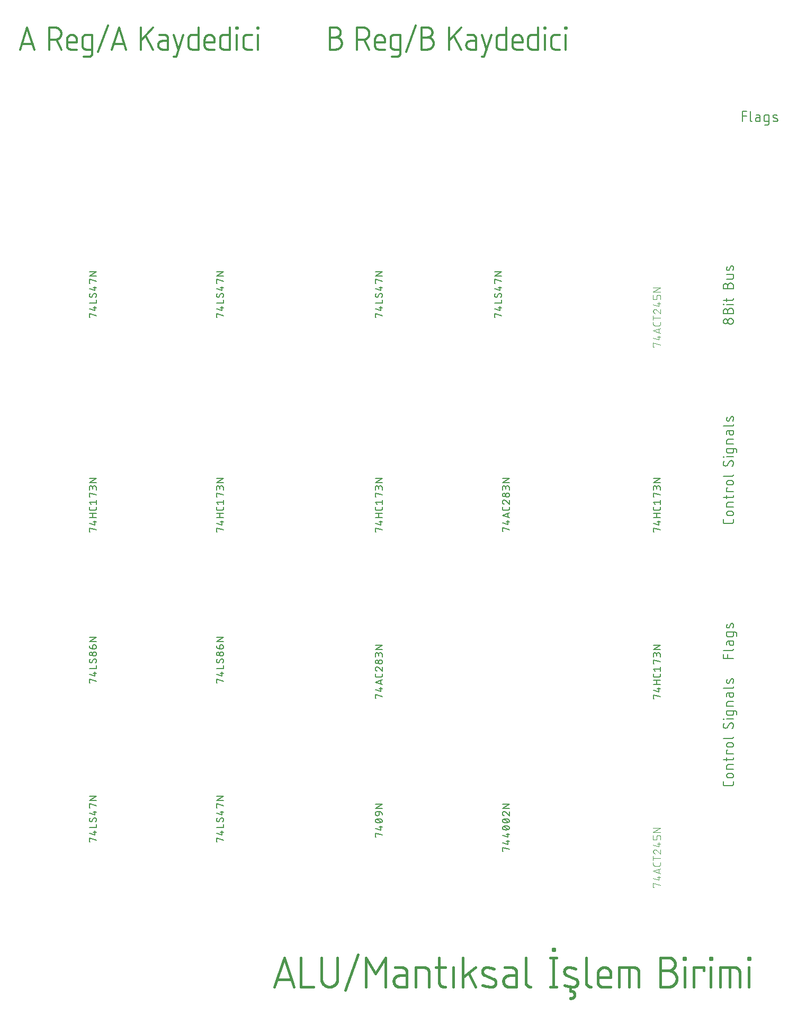
<source format=gbr>
G04 EAGLE Gerber RS-274X export*
G75*
%MOMM*%
%FSLAX34Y34*%
%LPD*%
%INSilkscreen Top*%
%IPPOS*%
%AMOC8*
5,1,8,0,0,1.08239X$1,22.5*%
G01*
%ADD10C,0.304800*%
%ADD11C,0.406400*%
%ADD12C,0.152400*%
%ADD13C,0.127000*%
%ADD14C,0.101600*%


D10*
X613664Y1656757D02*
X623401Y1656757D01*
X623401Y1656758D02*
X623638Y1656755D01*
X623875Y1656746D01*
X624112Y1656732D01*
X624348Y1656712D01*
X624584Y1656686D01*
X624819Y1656654D01*
X625053Y1656617D01*
X625286Y1656574D01*
X625518Y1656525D01*
X625749Y1656471D01*
X625978Y1656411D01*
X626206Y1656345D01*
X626432Y1656274D01*
X626657Y1656198D01*
X626879Y1656116D01*
X627100Y1656028D01*
X627318Y1655935D01*
X627534Y1655837D01*
X627747Y1655734D01*
X627958Y1655626D01*
X628166Y1655512D01*
X628372Y1655394D01*
X628574Y1655270D01*
X628774Y1655142D01*
X628970Y1655008D01*
X629163Y1654870D01*
X629352Y1654728D01*
X629538Y1654581D01*
X629720Y1654429D01*
X629899Y1654273D01*
X630073Y1654112D01*
X630244Y1653948D01*
X630411Y1653779D01*
X630573Y1653607D01*
X630731Y1653430D01*
X630885Y1653249D01*
X631035Y1653065D01*
X631180Y1652878D01*
X631320Y1652687D01*
X631456Y1652492D01*
X631586Y1652294D01*
X631712Y1652093D01*
X631833Y1651890D01*
X631950Y1651683D01*
X632061Y1651473D01*
X632166Y1651261D01*
X632267Y1651046D01*
X632362Y1650829D01*
X632452Y1650610D01*
X632537Y1650388D01*
X632616Y1650165D01*
X632690Y1649940D01*
X632759Y1649712D01*
X632821Y1649484D01*
X632879Y1649254D01*
X632930Y1649022D01*
X632976Y1648790D01*
X633016Y1648556D01*
X633051Y1648321D01*
X633080Y1648086D01*
X633103Y1647850D01*
X633120Y1647613D01*
X633132Y1647377D01*
X633137Y1647140D01*
X633137Y1646902D01*
X633132Y1646665D01*
X633120Y1646429D01*
X633103Y1646192D01*
X633080Y1645956D01*
X633051Y1645721D01*
X633016Y1645486D01*
X632976Y1645252D01*
X632930Y1645020D01*
X632879Y1644788D01*
X632821Y1644558D01*
X632759Y1644330D01*
X632690Y1644102D01*
X632616Y1643877D01*
X632537Y1643654D01*
X632452Y1643432D01*
X632362Y1643213D01*
X632267Y1642996D01*
X632166Y1642781D01*
X632061Y1642569D01*
X631950Y1642359D01*
X631833Y1642153D01*
X631712Y1641949D01*
X631586Y1641748D01*
X631456Y1641550D01*
X631320Y1641355D01*
X631180Y1641164D01*
X631035Y1640977D01*
X630885Y1640793D01*
X630731Y1640612D01*
X630573Y1640435D01*
X630411Y1640263D01*
X630244Y1640094D01*
X630073Y1639930D01*
X629899Y1639769D01*
X629720Y1639613D01*
X629538Y1639461D01*
X629352Y1639314D01*
X629163Y1639172D01*
X628970Y1639034D01*
X628774Y1638900D01*
X628574Y1638772D01*
X628372Y1638648D01*
X628166Y1638530D01*
X627958Y1638416D01*
X627747Y1638308D01*
X627534Y1638205D01*
X627318Y1638107D01*
X627100Y1638014D01*
X626879Y1637926D01*
X626657Y1637844D01*
X626432Y1637768D01*
X626206Y1637697D01*
X625978Y1637631D01*
X625749Y1637571D01*
X625518Y1637517D01*
X625286Y1637468D01*
X625053Y1637425D01*
X624819Y1637388D01*
X624584Y1637356D01*
X624348Y1637330D01*
X624112Y1637310D01*
X623875Y1637296D01*
X623638Y1637287D01*
X623401Y1637284D01*
X613664Y1637284D01*
X613664Y1672336D01*
X623401Y1672336D01*
X623591Y1672334D01*
X623780Y1672327D01*
X623970Y1672315D01*
X624159Y1672299D01*
X624347Y1672278D01*
X624535Y1672253D01*
X624722Y1672223D01*
X624909Y1672189D01*
X625095Y1672150D01*
X625279Y1672106D01*
X625463Y1672058D01*
X625645Y1672006D01*
X625826Y1671949D01*
X626005Y1671888D01*
X626183Y1671822D01*
X626360Y1671752D01*
X626534Y1671678D01*
X626707Y1671600D01*
X626878Y1671517D01*
X627047Y1671430D01*
X627213Y1671339D01*
X627377Y1671245D01*
X627539Y1671146D01*
X627699Y1671043D01*
X627856Y1670936D01*
X628010Y1670826D01*
X628161Y1670712D01*
X628310Y1670594D01*
X628456Y1670473D01*
X628599Y1670348D01*
X628738Y1670220D01*
X628875Y1670088D01*
X629008Y1669953D01*
X629138Y1669815D01*
X629265Y1669674D01*
X629388Y1669529D01*
X629508Y1669382D01*
X629623Y1669232D01*
X629736Y1669079D01*
X629844Y1668923D01*
X629949Y1668765D01*
X630050Y1668605D01*
X630146Y1668442D01*
X630239Y1668276D01*
X630328Y1668108D01*
X630413Y1667939D01*
X630493Y1667767D01*
X630570Y1667593D01*
X630642Y1667418D01*
X630709Y1667241D01*
X630773Y1667062D01*
X630832Y1666882D01*
X630887Y1666700D01*
X630937Y1666517D01*
X630982Y1666333D01*
X631024Y1666148D01*
X631060Y1665962D01*
X631093Y1665775D01*
X631120Y1665587D01*
X631143Y1665399D01*
X631162Y1665210D01*
X631176Y1665021D01*
X631185Y1664831D01*
X631189Y1664642D01*
X631189Y1664452D01*
X631185Y1664263D01*
X631176Y1664073D01*
X631162Y1663884D01*
X631143Y1663695D01*
X631120Y1663507D01*
X631093Y1663319D01*
X631060Y1663132D01*
X631024Y1662946D01*
X630982Y1662761D01*
X630937Y1662577D01*
X630887Y1662394D01*
X630832Y1662212D01*
X630773Y1662032D01*
X630709Y1661853D01*
X630642Y1661676D01*
X630570Y1661501D01*
X630493Y1661327D01*
X630413Y1661155D01*
X630328Y1660986D01*
X630239Y1660818D01*
X630146Y1660653D01*
X630050Y1660489D01*
X629949Y1660329D01*
X629844Y1660171D01*
X629736Y1660015D01*
X629623Y1659862D01*
X629508Y1659712D01*
X629388Y1659565D01*
X629265Y1659420D01*
X629138Y1659279D01*
X629008Y1659141D01*
X628875Y1659006D01*
X628738Y1658874D01*
X628599Y1658746D01*
X628456Y1658621D01*
X628310Y1658500D01*
X628161Y1658382D01*
X628010Y1658268D01*
X627856Y1658158D01*
X627699Y1658051D01*
X627539Y1657948D01*
X627377Y1657849D01*
X627213Y1657755D01*
X627047Y1657664D01*
X626878Y1657577D01*
X626707Y1657494D01*
X626534Y1657416D01*
X626360Y1657342D01*
X626183Y1657272D01*
X626005Y1657206D01*
X625826Y1657145D01*
X625645Y1657088D01*
X625463Y1657036D01*
X625279Y1656988D01*
X625095Y1656944D01*
X624909Y1656905D01*
X624722Y1656871D01*
X624535Y1656841D01*
X624347Y1656816D01*
X624159Y1656795D01*
X623970Y1656779D01*
X623780Y1656767D01*
X623591Y1656760D01*
X623401Y1656758D01*
X657519Y1672336D02*
X657519Y1637284D01*
X657519Y1672336D02*
X667256Y1672336D01*
X667493Y1672333D01*
X667730Y1672324D01*
X667967Y1672310D01*
X668203Y1672290D01*
X668439Y1672264D01*
X668674Y1672232D01*
X668908Y1672195D01*
X669141Y1672152D01*
X669373Y1672103D01*
X669604Y1672049D01*
X669833Y1671989D01*
X670061Y1671923D01*
X670287Y1671852D01*
X670512Y1671776D01*
X670734Y1671694D01*
X670955Y1671606D01*
X671173Y1671513D01*
X671389Y1671415D01*
X671602Y1671312D01*
X671813Y1671204D01*
X672021Y1671090D01*
X672227Y1670972D01*
X672429Y1670848D01*
X672629Y1670720D01*
X672825Y1670586D01*
X673018Y1670448D01*
X673207Y1670306D01*
X673393Y1670159D01*
X673575Y1670007D01*
X673754Y1669851D01*
X673928Y1669690D01*
X674099Y1669526D01*
X674266Y1669357D01*
X674428Y1669185D01*
X674586Y1669008D01*
X674740Y1668827D01*
X674890Y1668643D01*
X675035Y1668456D01*
X675175Y1668265D01*
X675311Y1668070D01*
X675441Y1667872D01*
X675567Y1667671D01*
X675688Y1667468D01*
X675805Y1667261D01*
X675916Y1667051D01*
X676021Y1666839D01*
X676122Y1666624D01*
X676217Y1666407D01*
X676307Y1666188D01*
X676392Y1665966D01*
X676471Y1665743D01*
X676545Y1665518D01*
X676614Y1665290D01*
X676676Y1665062D01*
X676734Y1664832D01*
X676785Y1664600D01*
X676831Y1664368D01*
X676871Y1664134D01*
X676906Y1663899D01*
X676935Y1663664D01*
X676958Y1663428D01*
X676975Y1663191D01*
X676987Y1662955D01*
X676992Y1662718D01*
X676992Y1662480D01*
X676987Y1662243D01*
X676975Y1662007D01*
X676958Y1661770D01*
X676935Y1661534D01*
X676906Y1661299D01*
X676871Y1661064D01*
X676831Y1660830D01*
X676785Y1660598D01*
X676734Y1660366D01*
X676676Y1660136D01*
X676614Y1659908D01*
X676545Y1659680D01*
X676471Y1659455D01*
X676392Y1659232D01*
X676307Y1659010D01*
X676217Y1658791D01*
X676122Y1658574D01*
X676021Y1658359D01*
X675916Y1658147D01*
X675805Y1657937D01*
X675688Y1657731D01*
X675567Y1657527D01*
X675441Y1657326D01*
X675311Y1657128D01*
X675175Y1656933D01*
X675035Y1656742D01*
X674890Y1656555D01*
X674740Y1656371D01*
X674586Y1656190D01*
X674428Y1656013D01*
X674266Y1655841D01*
X674099Y1655672D01*
X673928Y1655508D01*
X673754Y1655347D01*
X673575Y1655191D01*
X673393Y1655039D01*
X673207Y1654892D01*
X673018Y1654750D01*
X672825Y1654612D01*
X672629Y1654478D01*
X672429Y1654350D01*
X672227Y1654226D01*
X672021Y1654108D01*
X671813Y1653994D01*
X671602Y1653886D01*
X671389Y1653783D01*
X671173Y1653685D01*
X670955Y1653592D01*
X670734Y1653504D01*
X670512Y1653422D01*
X670287Y1653346D01*
X670061Y1653275D01*
X669833Y1653209D01*
X669604Y1653149D01*
X669373Y1653095D01*
X669141Y1653046D01*
X668908Y1653003D01*
X668674Y1652966D01*
X668439Y1652934D01*
X668203Y1652908D01*
X667967Y1652888D01*
X667730Y1652874D01*
X667493Y1652865D01*
X667256Y1652862D01*
X667256Y1652863D02*
X657519Y1652863D01*
X669203Y1652863D02*
X676993Y1637284D01*
X692009Y1637284D02*
X701746Y1637284D01*
X692009Y1637284D02*
X691859Y1637286D01*
X691708Y1637292D01*
X691558Y1637301D01*
X691408Y1637315D01*
X691259Y1637332D01*
X691110Y1637354D01*
X690962Y1637379D01*
X690814Y1637408D01*
X690667Y1637440D01*
X690521Y1637477D01*
X690376Y1637517D01*
X690232Y1637561D01*
X690090Y1637608D01*
X689948Y1637660D01*
X689808Y1637714D01*
X689670Y1637773D01*
X689532Y1637835D01*
X689397Y1637900D01*
X689263Y1637969D01*
X689132Y1638042D01*
X689002Y1638118D01*
X688874Y1638197D01*
X688748Y1638279D01*
X688624Y1638365D01*
X688503Y1638453D01*
X688383Y1638545D01*
X688267Y1638640D01*
X688152Y1638738D01*
X688041Y1638839D01*
X687932Y1638942D01*
X687825Y1639049D01*
X687722Y1639158D01*
X687621Y1639269D01*
X687523Y1639384D01*
X687428Y1639500D01*
X687336Y1639620D01*
X687248Y1639741D01*
X687162Y1639865D01*
X687080Y1639991D01*
X687001Y1640119D01*
X686925Y1640249D01*
X686852Y1640380D01*
X686783Y1640514D01*
X686718Y1640649D01*
X686656Y1640787D01*
X686597Y1640925D01*
X686543Y1641065D01*
X686491Y1641207D01*
X686444Y1641349D01*
X686400Y1641493D01*
X686360Y1641638D01*
X686323Y1641784D01*
X686291Y1641931D01*
X686262Y1642079D01*
X686237Y1642227D01*
X686215Y1642376D01*
X686198Y1642525D01*
X686184Y1642675D01*
X686175Y1642825D01*
X686169Y1642976D01*
X686167Y1643126D01*
X686167Y1652863D01*
X686169Y1653053D01*
X686176Y1653242D01*
X686188Y1653432D01*
X686204Y1653621D01*
X686225Y1653809D01*
X686250Y1653997D01*
X686280Y1654184D01*
X686314Y1654371D01*
X686353Y1654557D01*
X686397Y1654741D01*
X686445Y1654925D01*
X686497Y1655107D01*
X686554Y1655288D01*
X686615Y1655467D01*
X686681Y1655645D01*
X686751Y1655822D01*
X686825Y1655996D01*
X686903Y1656169D01*
X686986Y1656340D01*
X687073Y1656509D01*
X687164Y1656675D01*
X687258Y1656839D01*
X687357Y1657001D01*
X687460Y1657161D01*
X687567Y1657318D01*
X687677Y1657472D01*
X687791Y1657623D01*
X687909Y1657772D01*
X688030Y1657918D01*
X688155Y1658061D01*
X688283Y1658200D01*
X688415Y1658337D01*
X688550Y1658470D01*
X688688Y1658600D01*
X688829Y1658727D01*
X688974Y1658850D01*
X689121Y1658970D01*
X689271Y1659085D01*
X689424Y1659198D01*
X689580Y1659306D01*
X689738Y1659411D01*
X689898Y1659512D01*
X690062Y1659608D01*
X690227Y1659701D01*
X690395Y1659790D01*
X690564Y1659875D01*
X690736Y1659955D01*
X690910Y1660032D01*
X691085Y1660104D01*
X691262Y1660171D01*
X691441Y1660235D01*
X691621Y1660294D01*
X691803Y1660349D01*
X691986Y1660399D01*
X692170Y1660444D01*
X692355Y1660486D01*
X692541Y1660522D01*
X692728Y1660555D01*
X692916Y1660582D01*
X693104Y1660605D01*
X693293Y1660624D01*
X693482Y1660638D01*
X693672Y1660647D01*
X693861Y1660651D01*
X694051Y1660651D01*
X694240Y1660647D01*
X694430Y1660638D01*
X694619Y1660624D01*
X694808Y1660605D01*
X694996Y1660582D01*
X695184Y1660555D01*
X695371Y1660522D01*
X695557Y1660486D01*
X695742Y1660444D01*
X695926Y1660399D01*
X696109Y1660349D01*
X696291Y1660294D01*
X696471Y1660235D01*
X696650Y1660171D01*
X696827Y1660104D01*
X697002Y1660032D01*
X697176Y1659955D01*
X697348Y1659875D01*
X697517Y1659790D01*
X697685Y1659701D01*
X697851Y1659608D01*
X698014Y1659512D01*
X698174Y1659411D01*
X698332Y1659306D01*
X698488Y1659198D01*
X698641Y1659085D01*
X698791Y1658970D01*
X698938Y1658850D01*
X699083Y1658727D01*
X699224Y1658600D01*
X699362Y1658470D01*
X699497Y1658337D01*
X699629Y1658200D01*
X699757Y1658061D01*
X699882Y1657918D01*
X700003Y1657772D01*
X700121Y1657623D01*
X700235Y1657472D01*
X700345Y1657318D01*
X700452Y1657161D01*
X700555Y1657001D01*
X700654Y1656839D01*
X700748Y1656675D01*
X700839Y1656509D01*
X700926Y1656340D01*
X701009Y1656169D01*
X701087Y1655996D01*
X701161Y1655822D01*
X701231Y1655645D01*
X701297Y1655467D01*
X701358Y1655288D01*
X701415Y1655107D01*
X701467Y1654925D01*
X701515Y1654741D01*
X701559Y1654557D01*
X701598Y1654371D01*
X701632Y1654184D01*
X701662Y1653997D01*
X701687Y1653809D01*
X701708Y1653621D01*
X701724Y1653432D01*
X701736Y1653242D01*
X701743Y1653053D01*
X701745Y1652863D01*
X701746Y1652863D02*
X701746Y1648968D01*
X686167Y1648968D01*
X716798Y1637284D02*
X726535Y1637284D01*
X716798Y1637284D02*
X716648Y1637286D01*
X716497Y1637292D01*
X716347Y1637301D01*
X716197Y1637315D01*
X716048Y1637332D01*
X715899Y1637354D01*
X715751Y1637379D01*
X715603Y1637408D01*
X715456Y1637440D01*
X715310Y1637477D01*
X715165Y1637517D01*
X715021Y1637561D01*
X714879Y1637608D01*
X714737Y1637660D01*
X714597Y1637714D01*
X714459Y1637773D01*
X714321Y1637835D01*
X714186Y1637900D01*
X714052Y1637969D01*
X713921Y1638042D01*
X713791Y1638118D01*
X713663Y1638197D01*
X713537Y1638279D01*
X713413Y1638365D01*
X713292Y1638453D01*
X713172Y1638545D01*
X713056Y1638640D01*
X712941Y1638738D01*
X712830Y1638839D01*
X712721Y1638942D01*
X712614Y1639049D01*
X712511Y1639158D01*
X712410Y1639269D01*
X712312Y1639384D01*
X712217Y1639500D01*
X712125Y1639620D01*
X712037Y1639741D01*
X711951Y1639865D01*
X711869Y1639991D01*
X711790Y1640119D01*
X711714Y1640249D01*
X711641Y1640380D01*
X711572Y1640514D01*
X711507Y1640649D01*
X711445Y1640787D01*
X711386Y1640925D01*
X711332Y1641065D01*
X711280Y1641207D01*
X711233Y1641349D01*
X711189Y1641493D01*
X711149Y1641638D01*
X711112Y1641784D01*
X711080Y1641931D01*
X711051Y1642079D01*
X711026Y1642227D01*
X711004Y1642376D01*
X710987Y1642525D01*
X710973Y1642675D01*
X710964Y1642825D01*
X710958Y1642976D01*
X710956Y1643126D01*
X710956Y1654810D01*
X710958Y1654960D01*
X710964Y1655111D01*
X710973Y1655261D01*
X710987Y1655411D01*
X711004Y1655560D01*
X711026Y1655709D01*
X711051Y1655857D01*
X711080Y1656005D01*
X711112Y1656152D01*
X711149Y1656298D01*
X711189Y1656443D01*
X711233Y1656587D01*
X711280Y1656729D01*
X711332Y1656871D01*
X711386Y1657011D01*
X711445Y1657149D01*
X711507Y1657287D01*
X711572Y1657422D01*
X711641Y1657556D01*
X711714Y1657687D01*
X711790Y1657817D01*
X711869Y1657945D01*
X711951Y1658071D01*
X712037Y1658195D01*
X712125Y1658316D01*
X712217Y1658436D01*
X712312Y1658552D01*
X712410Y1658667D01*
X712511Y1658778D01*
X712614Y1658887D01*
X712721Y1658994D01*
X712830Y1659097D01*
X712941Y1659198D01*
X713056Y1659296D01*
X713172Y1659391D01*
X713292Y1659483D01*
X713413Y1659571D01*
X713537Y1659657D01*
X713663Y1659739D01*
X713791Y1659818D01*
X713921Y1659894D01*
X714052Y1659967D01*
X714186Y1660036D01*
X714321Y1660101D01*
X714459Y1660163D01*
X714597Y1660222D01*
X714737Y1660276D01*
X714879Y1660328D01*
X715021Y1660375D01*
X715165Y1660419D01*
X715310Y1660459D01*
X715456Y1660496D01*
X715603Y1660528D01*
X715751Y1660557D01*
X715899Y1660582D01*
X716048Y1660604D01*
X716197Y1660621D01*
X716347Y1660635D01*
X716497Y1660644D01*
X716648Y1660650D01*
X716798Y1660652D01*
X726535Y1660652D01*
X726535Y1631442D01*
X726533Y1631292D01*
X726527Y1631141D01*
X726518Y1630991D01*
X726504Y1630841D01*
X726487Y1630692D01*
X726465Y1630543D01*
X726440Y1630395D01*
X726411Y1630247D01*
X726379Y1630100D01*
X726342Y1629954D01*
X726302Y1629809D01*
X726258Y1629665D01*
X726211Y1629523D01*
X726159Y1629381D01*
X726105Y1629241D01*
X726046Y1629103D01*
X725984Y1628965D01*
X725919Y1628830D01*
X725850Y1628696D01*
X725777Y1628565D01*
X725701Y1628435D01*
X725622Y1628307D01*
X725540Y1628181D01*
X725454Y1628057D01*
X725366Y1627936D01*
X725274Y1627816D01*
X725179Y1627700D01*
X725081Y1627585D01*
X724980Y1627474D01*
X724877Y1627365D01*
X724770Y1627258D01*
X724661Y1627155D01*
X724550Y1627054D01*
X724435Y1626956D01*
X724319Y1626861D01*
X724199Y1626769D01*
X724078Y1626681D01*
X723954Y1626595D01*
X723828Y1626513D01*
X723700Y1626434D01*
X723570Y1626358D01*
X723439Y1626285D01*
X723305Y1626216D01*
X723170Y1626151D01*
X723032Y1626089D01*
X722894Y1626030D01*
X722754Y1625976D01*
X722612Y1625924D01*
X722470Y1625877D01*
X722326Y1625833D01*
X722181Y1625793D01*
X722035Y1625756D01*
X721888Y1625724D01*
X721740Y1625695D01*
X721592Y1625670D01*
X721443Y1625648D01*
X721294Y1625631D01*
X721144Y1625617D01*
X720994Y1625608D01*
X720843Y1625602D01*
X720693Y1625600D01*
X712903Y1625600D01*
X735697Y1633389D02*
X751275Y1676231D01*
X760349Y1656757D02*
X770086Y1656757D01*
X770086Y1656758D02*
X770323Y1656755D01*
X770560Y1656746D01*
X770797Y1656732D01*
X771033Y1656712D01*
X771269Y1656686D01*
X771504Y1656654D01*
X771738Y1656617D01*
X771971Y1656574D01*
X772203Y1656525D01*
X772434Y1656471D01*
X772663Y1656411D01*
X772891Y1656345D01*
X773117Y1656274D01*
X773342Y1656198D01*
X773564Y1656116D01*
X773785Y1656028D01*
X774003Y1655935D01*
X774219Y1655837D01*
X774432Y1655734D01*
X774643Y1655626D01*
X774851Y1655512D01*
X775057Y1655394D01*
X775259Y1655270D01*
X775459Y1655142D01*
X775655Y1655008D01*
X775848Y1654870D01*
X776037Y1654728D01*
X776223Y1654581D01*
X776405Y1654429D01*
X776584Y1654273D01*
X776758Y1654112D01*
X776929Y1653948D01*
X777096Y1653779D01*
X777258Y1653607D01*
X777416Y1653430D01*
X777570Y1653249D01*
X777720Y1653065D01*
X777865Y1652878D01*
X778005Y1652687D01*
X778141Y1652492D01*
X778271Y1652294D01*
X778397Y1652093D01*
X778518Y1651890D01*
X778635Y1651683D01*
X778746Y1651473D01*
X778851Y1651261D01*
X778952Y1651046D01*
X779047Y1650829D01*
X779137Y1650610D01*
X779222Y1650388D01*
X779301Y1650165D01*
X779375Y1649940D01*
X779444Y1649712D01*
X779506Y1649484D01*
X779564Y1649254D01*
X779615Y1649022D01*
X779661Y1648790D01*
X779701Y1648556D01*
X779736Y1648321D01*
X779765Y1648086D01*
X779788Y1647850D01*
X779805Y1647613D01*
X779817Y1647377D01*
X779822Y1647140D01*
X779822Y1646902D01*
X779817Y1646665D01*
X779805Y1646429D01*
X779788Y1646192D01*
X779765Y1645956D01*
X779736Y1645721D01*
X779701Y1645486D01*
X779661Y1645252D01*
X779615Y1645020D01*
X779564Y1644788D01*
X779506Y1644558D01*
X779444Y1644330D01*
X779375Y1644102D01*
X779301Y1643877D01*
X779222Y1643654D01*
X779137Y1643432D01*
X779047Y1643213D01*
X778952Y1642996D01*
X778851Y1642781D01*
X778746Y1642569D01*
X778635Y1642359D01*
X778518Y1642153D01*
X778397Y1641949D01*
X778271Y1641748D01*
X778141Y1641550D01*
X778005Y1641355D01*
X777865Y1641164D01*
X777720Y1640977D01*
X777570Y1640793D01*
X777416Y1640612D01*
X777258Y1640435D01*
X777096Y1640263D01*
X776929Y1640094D01*
X776758Y1639930D01*
X776584Y1639769D01*
X776405Y1639613D01*
X776223Y1639461D01*
X776037Y1639314D01*
X775848Y1639172D01*
X775655Y1639034D01*
X775459Y1638900D01*
X775259Y1638772D01*
X775057Y1638648D01*
X774851Y1638530D01*
X774643Y1638416D01*
X774432Y1638308D01*
X774219Y1638205D01*
X774003Y1638107D01*
X773785Y1638014D01*
X773564Y1637926D01*
X773342Y1637844D01*
X773117Y1637768D01*
X772891Y1637697D01*
X772663Y1637631D01*
X772434Y1637571D01*
X772203Y1637517D01*
X771971Y1637468D01*
X771738Y1637425D01*
X771504Y1637388D01*
X771269Y1637356D01*
X771033Y1637330D01*
X770797Y1637310D01*
X770560Y1637296D01*
X770323Y1637287D01*
X770086Y1637284D01*
X760349Y1637284D01*
X760349Y1672336D01*
X770086Y1672336D01*
X770276Y1672334D01*
X770465Y1672327D01*
X770655Y1672315D01*
X770844Y1672299D01*
X771032Y1672278D01*
X771220Y1672253D01*
X771407Y1672223D01*
X771594Y1672189D01*
X771780Y1672150D01*
X771964Y1672106D01*
X772148Y1672058D01*
X772330Y1672006D01*
X772511Y1671949D01*
X772690Y1671888D01*
X772868Y1671822D01*
X773045Y1671752D01*
X773219Y1671678D01*
X773392Y1671600D01*
X773563Y1671517D01*
X773732Y1671430D01*
X773898Y1671339D01*
X774062Y1671245D01*
X774224Y1671146D01*
X774384Y1671043D01*
X774541Y1670936D01*
X774695Y1670826D01*
X774846Y1670712D01*
X774995Y1670594D01*
X775141Y1670473D01*
X775284Y1670348D01*
X775423Y1670220D01*
X775560Y1670088D01*
X775693Y1669953D01*
X775823Y1669815D01*
X775950Y1669674D01*
X776073Y1669529D01*
X776193Y1669382D01*
X776308Y1669232D01*
X776421Y1669079D01*
X776529Y1668923D01*
X776634Y1668765D01*
X776735Y1668605D01*
X776831Y1668442D01*
X776924Y1668276D01*
X777013Y1668108D01*
X777098Y1667939D01*
X777178Y1667767D01*
X777255Y1667593D01*
X777327Y1667418D01*
X777394Y1667241D01*
X777458Y1667062D01*
X777517Y1666882D01*
X777572Y1666700D01*
X777622Y1666517D01*
X777667Y1666333D01*
X777709Y1666148D01*
X777745Y1665962D01*
X777778Y1665775D01*
X777805Y1665587D01*
X777828Y1665399D01*
X777847Y1665210D01*
X777861Y1665021D01*
X777870Y1664831D01*
X777874Y1664642D01*
X777874Y1664452D01*
X777870Y1664263D01*
X777861Y1664073D01*
X777847Y1663884D01*
X777828Y1663695D01*
X777805Y1663507D01*
X777778Y1663319D01*
X777745Y1663132D01*
X777709Y1662946D01*
X777667Y1662761D01*
X777622Y1662577D01*
X777572Y1662394D01*
X777517Y1662212D01*
X777458Y1662032D01*
X777394Y1661853D01*
X777327Y1661676D01*
X777255Y1661501D01*
X777178Y1661327D01*
X777098Y1661155D01*
X777013Y1660986D01*
X776924Y1660818D01*
X776831Y1660653D01*
X776735Y1660489D01*
X776634Y1660329D01*
X776529Y1660171D01*
X776421Y1660015D01*
X776308Y1659862D01*
X776193Y1659712D01*
X776073Y1659565D01*
X775950Y1659420D01*
X775823Y1659279D01*
X775693Y1659141D01*
X775560Y1659006D01*
X775423Y1658874D01*
X775284Y1658746D01*
X775141Y1658621D01*
X774995Y1658500D01*
X774846Y1658382D01*
X774695Y1658268D01*
X774541Y1658158D01*
X774384Y1658051D01*
X774224Y1657948D01*
X774062Y1657849D01*
X773898Y1657755D01*
X773732Y1657664D01*
X773563Y1657577D01*
X773392Y1657494D01*
X773219Y1657416D01*
X773045Y1657342D01*
X772868Y1657272D01*
X772690Y1657206D01*
X772511Y1657145D01*
X772330Y1657088D01*
X772148Y1657036D01*
X771964Y1656988D01*
X771780Y1656944D01*
X771594Y1656905D01*
X771407Y1656871D01*
X771220Y1656841D01*
X771032Y1656816D01*
X770844Y1656795D01*
X770655Y1656779D01*
X770465Y1656767D01*
X770276Y1656760D01*
X770086Y1656758D01*
X804164Y1672336D02*
X804164Y1637284D01*
X804164Y1650915D02*
X823637Y1672336D01*
X811953Y1658705D02*
X823637Y1637284D01*
X838739Y1650915D02*
X847502Y1650915D01*
X838739Y1650916D02*
X838573Y1650914D01*
X838407Y1650908D01*
X838241Y1650898D01*
X838076Y1650884D01*
X837911Y1650866D01*
X837747Y1650843D01*
X837583Y1650817D01*
X837419Y1650787D01*
X837257Y1650753D01*
X837095Y1650715D01*
X836935Y1650673D01*
X836775Y1650627D01*
X836617Y1650577D01*
X836460Y1650524D01*
X836304Y1650466D01*
X836150Y1650405D01*
X835997Y1650340D01*
X835846Y1650272D01*
X835696Y1650199D01*
X835549Y1650123D01*
X835403Y1650044D01*
X835259Y1649961D01*
X835118Y1649874D01*
X834978Y1649785D01*
X834841Y1649691D01*
X834706Y1649595D01*
X834573Y1649495D01*
X834443Y1649392D01*
X834316Y1649286D01*
X834191Y1649176D01*
X834068Y1649064D01*
X833949Y1648949D01*
X833832Y1648831D01*
X833718Y1648710D01*
X833608Y1648586D01*
X833500Y1648460D01*
X833395Y1648331D01*
X833294Y1648200D01*
X833196Y1648066D01*
X833101Y1647930D01*
X833009Y1647791D01*
X832921Y1647651D01*
X832836Y1647508D01*
X832755Y1647363D01*
X832677Y1647217D01*
X832603Y1647068D01*
X832533Y1646918D01*
X832466Y1646766D01*
X832403Y1646612D01*
X832344Y1646457D01*
X832288Y1646301D01*
X832236Y1646143D01*
X832189Y1645984D01*
X832145Y1645824D01*
X832105Y1645663D01*
X832069Y1645501D01*
X832036Y1645338D01*
X832008Y1645174D01*
X831984Y1645010D01*
X831964Y1644845D01*
X831948Y1644680D01*
X831936Y1644515D01*
X831928Y1644349D01*
X831924Y1644183D01*
X831924Y1644017D01*
X831928Y1643851D01*
X831936Y1643685D01*
X831948Y1643520D01*
X831964Y1643355D01*
X831984Y1643190D01*
X832008Y1643026D01*
X832036Y1642862D01*
X832069Y1642699D01*
X832105Y1642537D01*
X832145Y1642376D01*
X832189Y1642216D01*
X832236Y1642057D01*
X832288Y1641899D01*
X832344Y1641743D01*
X832403Y1641588D01*
X832466Y1641434D01*
X832533Y1641282D01*
X832603Y1641132D01*
X832677Y1640983D01*
X832755Y1640837D01*
X832836Y1640692D01*
X832921Y1640549D01*
X833009Y1640409D01*
X833101Y1640270D01*
X833196Y1640134D01*
X833294Y1640000D01*
X833395Y1639869D01*
X833500Y1639740D01*
X833608Y1639614D01*
X833718Y1639490D01*
X833832Y1639369D01*
X833949Y1639251D01*
X834068Y1639136D01*
X834191Y1639024D01*
X834316Y1638914D01*
X834443Y1638808D01*
X834573Y1638705D01*
X834706Y1638605D01*
X834841Y1638509D01*
X834978Y1638415D01*
X835118Y1638326D01*
X835259Y1638239D01*
X835403Y1638156D01*
X835549Y1638077D01*
X835696Y1638001D01*
X835846Y1637928D01*
X835997Y1637860D01*
X836150Y1637795D01*
X836304Y1637734D01*
X836460Y1637676D01*
X836617Y1637623D01*
X836775Y1637573D01*
X836935Y1637527D01*
X837095Y1637485D01*
X837257Y1637447D01*
X837419Y1637413D01*
X837583Y1637383D01*
X837747Y1637357D01*
X837911Y1637334D01*
X838076Y1637316D01*
X838241Y1637302D01*
X838407Y1637292D01*
X838573Y1637286D01*
X838739Y1637284D01*
X847502Y1637284D01*
X847502Y1654810D01*
X847500Y1654960D01*
X847494Y1655111D01*
X847485Y1655261D01*
X847471Y1655411D01*
X847454Y1655560D01*
X847432Y1655709D01*
X847407Y1655857D01*
X847378Y1656005D01*
X847346Y1656152D01*
X847309Y1656298D01*
X847269Y1656443D01*
X847225Y1656587D01*
X847178Y1656729D01*
X847126Y1656871D01*
X847072Y1657011D01*
X847013Y1657149D01*
X846951Y1657287D01*
X846886Y1657422D01*
X846817Y1657556D01*
X846744Y1657687D01*
X846668Y1657817D01*
X846589Y1657945D01*
X846507Y1658071D01*
X846421Y1658195D01*
X846333Y1658316D01*
X846241Y1658436D01*
X846146Y1658552D01*
X846048Y1658667D01*
X845947Y1658778D01*
X845844Y1658887D01*
X845737Y1658994D01*
X845628Y1659097D01*
X845517Y1659198D01*
X845402Y1659296D01*
X845286Y1659391D01*
X845166Y1659483D01*
X845045Y1659571D01*
X844921Y1659657D01*
X844795Y1659739D01*
X844667Y1659818D01*
X844537Y1659894D01*
X844406Y1659967D01*
X844272Y1660036D01*
X844137Y1660101D01*
X843999Y1660163D01*
X843861Y1660222D01*
X843721Y1660276D01*
X843579Y1660328D01*
X843437Y1660375D01*
X843293Y1660419D01*
X843148Y1660459D01*
X843002Y1660496D01*
X842855Y1660528D01*
X842707Y1660557D01*
X842559Y1660582D01*
X842410Y1660604D01*
X842261Y1660621D01*
X842111Y1660635D01*
X841961Y1660644D01*
X841810Y1660650D01*
X841660Y1660652D01*
X833871Y1660652D01*
X856664Y1625600D02*
X860559Y1625600D01*
X872243Y1660652D01*
X856664Y1660652D02*
X864454Y1637284D01*
X896080Y1637284D02*
X896080Y1672336D01*
X896080Y1637284D02*
X886343Y1637284D01*
X886193Y1637286D01*
X886042Y1637292D01*
X885892Y1637301D01*
X885742Y1637315D01*
X885593Y1637332D01*
X885444Y1637354D01*
X885296Y1637379D01*
X885148Y1637408D01*
X885001Y1637440D01*
X884855Y1637477D01*
X884710Y1637517D01*
X884566Y1637561D01*
X884424Y1637608D01*
X884282Y1637660D01*
X884142Y1637714D01*
X884004Y1637773D01*
X883866Y1637835D01*
X883731Y1637900D01*
X883597Y1637969D01*
X883466Y1638042D01*
X883336Y1638118D01*
X883208Y1638197D01*
X883082Y1638279D01*
X882958Y1638365D01*
X882837Y1638453D01*
X882717Y1638545D01*
X882601Y1638640D01*
X882486Y1638738D01*
X882375Y1638839D01*
X882266Y1638942D01*
X882159Y1639049D01*
X882056Y1639158D01*
X881955Y1639269D01*
X881857Y1639384D01*
X881762Y1639500D01*
X881670Y1639620D01*
X881582Y1639741D01*
X881496Y1639865D01*
X881414Y1639991D01*
X881335Y1640119D01*
X881259Y1640249D01*
X881186Y1640380D01*
X881117Y1640514D01*
X881052Y1640649D01*
X880990Y1640787D01*
X880931Y1640925D01*
X880877Y1641065D01*
X880825Y1641207D01*
X880778Y1641349D01*
X880734Y1641493D01*
X880694Y1641638D01*
X880657Y1641784D01*
X880625Y1641931D01*
X880596Y1642079D01*
X880571Y1642227D01*
X880549Y1642376D01*
X880532Y1642525D01*
X880518Y1642675D01*
X880509Y1642825D01*
X880503Y1642976D01*
X880501Y1643126D01*
X880501Y1654810D01*
X880503Y1654960D01*
X880509Y1655111D01*
X880518Y1655261D01*
X880532Y1655411D01*
X880549Y1655560D01*
X880571Y1655709D01*
X880596Y1655857D01*
X880625Y1656005D01*
X880657Y1656152D01*
X880694Y1656298D01*
X880734Y1656443D01*
X880778Y1656587D01*
X880825Y1656729D01*
X880877Y1656871D01*
X880931Y1657011D01*
X880990Y1657149D01*
X881052Y1657287D01*
X881117Y1657422D01*
X881186Y1657556D01*
X881259Y1657687D01*
X881335Y1657817D01*
X881414Y1657945D01*
X881496Y1658071D01*
X881582Y1658195D01*
X881670Y1658316D01*
X881762Y1658436D01*
X881857Y1658552D01*
X881955Y1658667D01*
X882056Y1658778D01*
X882159Y1658887D01*
X882266Y1658994D01*
X882375Y1659097D01*
X882486Y1659198D01*
X882601Y1659296D01*
X882717Y1659391D01*
X882837Y1659483D01*
X882958Y1659571D01*
X883082Y1659657D01*
X883208Y1659739D01*
X883336Y1659818D01*
X883466Y1659894D01*
X883597Y1659967D01*
X883731Y1660036D01*
X883866Y1660101D01*
X884004Y1660163D01*
X884142Y1660222D01*
X884282Y1660276D01*
X884424Y1660328D01*
X884566Y1660375D01*
X884710Y1660419D01*
X884855Y1660459D01*
X885001Y1660496D01*
X885148Y1660528D01*
X885296Y1660557D01*
X885444Y1660582D01*
X885593Y1660604D01*
X885742Y1660621D01*
X885892Y1660635D01*
X886042Y1660644D01*
X886193Y1660650D01*
X886343Y1660652D01*
X896080Y1660652D01*
X912036Y1637284D02*
X921773Y1637284D01*
X912036Y1637284D02*
X911886Y1637286D01*
X911735Y1637292D01*
X911585Y1637301D01*
X911435Y1637315D01*
X911286Y1637332D01*
X911137Y1637354D01*
X910989Y1637379D01*
X910841Y1637408D01*
X910694Y1637440D01*
X910548Y1637477D01*
X910403Y1637517D01*
X910259Y1637561D01*
X910117Y1637608D01*
X909975Y1637660D01*
X909835Y1637714D01*
X909697Y1637773D01*
X909559Y1637835D01*
X909424Y1637900D01*
X909290Y1637969D01*
X909159Y1638042D01*
X909029Y1638118D01*
X908901Y1638197D01*
X908775Y1638279D01*
X908651Y1638365D01*
X908530Y1638453D01*
X908410Y1638545D01*
X908294Y1638640D01*
X908179Y1638738D01*
X908068Y1638839D01*
X907959Y1638942D01*
X907852Y1639049D01*
X907749Y1639158D01*
X907648Y1639269D01*
X907550Y1639384D01*
X907455Y1639500D01*
X907363Y1639620D01*
X907275Y1639741D01*
X907189Y1639865D01*
X907107Y1639991D01*
X907028Y1640119D01*
X906952Y1640249D01*
X906879Y1640380D01*
X906810Y1640514D01*
X906745Y1640649D01*
X906683Y1640787D01*
X906624Y1640925D01*
X906570Y1641065D01*
X906518Y1641207D01*
X906471Y1641349D01*
X906427Y1641493D01*
X906387Y1641638D01*
X906350Y1641784D01*
X906318Y1641931D01*
X906289Y1642079D01*
X906264Y1642227D01*
X906242Y1642376D01*
X906225Y1642525D01*
X906211Y1642675D01*
X906202Y1642825D01*
X906196Y1642976D01*
X906194Y1643126D01*
X906194Y1652863D01*
X906196Y1653053D01*
X906203Y1653242D01*
X906215Y1653432D01*
X906231Y1653621D01*
X906252Y1653809D01*
X906277Y1653997D01*
X906307Y1654184D01*
X906341Y1654371D01*
X906380Y1654557D01*
X906424Y1654741D01*
X906472Y1654925D01*
X906524Y1655107D01*
X906581Y1655288D01*
X906642Y1655467D01*
X906708Y1655645D01*
X906778Y1655822D01*
X906852Y1655996D01*
X906930Y1656169D01*
X907013Y1656340D01*
X907100Y1656509D01*
X907191Y1656675D01*
X907285Y1656839D01*
X907384Y1657001D01*
X907487Y1657161D01*
X907594Y1657318D01*
X907704Y1657472D01*
X907818Y1657623D01*
X907936Y1657772D01*
X908057Y1657918D01*
X908182Y1658061D01*
X908310Y1658200D01*
X908442Y1658337D01*
X908577Y1658470D01*
X908715Y1658600D01*
X908856Y1658727D01*
X909001Y1658850D01*
X909148Y1658970D01*
X909298Y1659085D01*
X909451Y1659198D01*
X909607Y1659306D01*
X909765Y1659411D01*
X909925Y1659512D01*
X910089Y1659608D01*
X910254Y1659701D01*
X910422Y1659790D01*
X910591Y1659875D01*
X910763Y1659955D01*
X910937Y1660032D01*
X911112Y1660104D01*
X911289Y1660171D01*
X911468Y1660235D01*
X911648Y1660294D01*
X911830Y1660349D01*
X912013Y1660399D01*
X912197Y1660444D01*
X912382Y1660486D01*
X912568Y1660522D01*
X912755Y1660555D01*
X912943Y1660582D01*
X913131Y1660605D01*
X913320Y1660624D01*
X913509Y1660638D01*
X913699Y1660647D01*
X913888Y1660651D01*
X914078Y1660651D01*
X914267Y1660647D01*
X914457Y1660638D01*
X914646Y1660624D01*
X914835Y1660605D01*
X915023Y1660582D01*
X915211Y1660555D01*
X915398Y1660522D01*
X915584Y1660486D01*
X915769Y1660444D01*
X915953Y1660399D01*
X916136Y1660349D01*
X916318Y1660294D01*
X916498Y1660235D01*
X916677Y1660171D01*
X916854Y1660104D01*
X917029Y1660032D01*
X917203Y1659955D01*
X917375Y1659875D01*
X917544Y1659790D01*
X917712Y1659701D01*
X917878Y1659608D01*
X918041Y1659512D01*
X918201Y1659411D01*
X918359Y1659306D01*
X918515Y1659198D01*
X918668Y1659085D01*
X918818Y1658970D01*
X918965Y1658850D01*
X919110Y1658727D01*
X919251Y1658600D01*
X919389Y1658470D01*
X919524Y1658337D01*
X919656Y1658200D01*
X919784Y1658061D01*
X919909Y1657918D01*
X920030Y1657772D01*
X920148Y1657623D01*
X920262Y1657472D01*
X920372Y1657318D01*
X920479Y1657161D01*
X920582Y1657001D01*
X920681Y1656839D01*
X920775Y1656675D01*
X920866Y1656509D01*
X920953Y1656340D01*
X921036Y1656169D01*
X921114Y1655996D01*
X921188Y1655822D01*
X921258Y1655645D01*
X921324Y1655467D01*
X921385Y1655288D01*
X921442Y1655107D01*
X921494Y1654925D01*
X921542Y1654741D01*
X921586Y1654557D01*
X921625Y1654371D01*
X921659Y1654184D01*
X921689Y1653997D01*
X921714Y1653809D01*
X921735Y1653621D01*
X921751Y1653432D01*
X921763Y1653242D01*
X921770Y1653053D01*
X921772Y1652863D01*
X921773Y1652863D02*
X921773Y1648968D01*
X906194Y1648968D01*
X946562Y1637284D02*
X946562Y1672336D01*
X946562Y1637284D02*
X936825Y1637284D01*
X936675Y1637286D01*
X936524Y1637292D01*
X936374Y1637301D01*
X936224Y1637315D01*
X936075Y1637332D01*
X935926Y1637354D01*
X935778Y1637379D01*
X935630Y1637408D01*
X935483Y1637440D01*
X935337Y1637477D01*
X935192Y1637517D01*
X935048Y1637561D01*
X934906Y1637608D01*
X934764Y1637660D01*
X934624Y1637714D01*
X934486Y1637773D01*
X934348Y1637835D01*
X934213Y1637900D01*
X934079Y1637969D01*
X933948Y1638042D01*
X933818Y1638118D01*
X933690Y1638197D01*
X933564Y1638279D01*
X933440Y1638365D01*
X933319Y1638453D01*
X933199Y1638545D01*
X933083Y1638640D01*
X932968Y1638738D01*
X932857Y1638839D01*
X932748Y1638942D01*
X932641Y1639049D01*
X932538Y1639158D01*
X932437Y1639269D01*
X932339Y1639384D01*
X932244Y1639500D01*
X932152Y1639620D01*
X932064Y1639741D01*
X931978Y1639865D01*
X931896Y1639991D01*
X931817Y1640119D01*
X931741Y1640249D01*
X931668Y1640380D01*
X931599Y1640514D01*
X931534Y1640649D01*
X931472Y1640787D01*
X931413Y1640925D01*
X931359Y1641065D01*
X931307Y1641207D01*
X931260Y1641349D01*
X931216Y1641493D01*
X931176Y1641638D01*
X931139Y1641784D01*
X931107Y1641931D01*
X931078Y1642079D01*
X931053Y1642227D01*
X931031Y1642376D01*
X931014Y1642525D01*
X931000Y1642675D01*
X930991Y1642825D01*
X930985Y1642976D01*
X930983Y1643126D01*
X930983Y1654810D01*
X930985Y1654960D01*
X930991Y1655111D01*
X931000Y1655261D01*
X931014Y1655411D01*
X931031Y1655560D01*
X931053Y1655709D01*
X931078Y1655857D01*
X931107Y1656005D01*
X931139Y1656152D01*
X931176Y1656298D01*
X931216Y1656443D01*
X931260Y1656587D01*
X931307Y1656729D01*
X931359Y1656871D01*
X931413Y1657011D01*
X931472Y1657149D01*
X931534Y1657287D01*
X931599Y1657422D01*
X931668Y1657556D01*
X931741Y1657687D01*
X931817Y1657817D01*
X931896Y1657945D01*
X931978Y1658071D01*
X932064Y1658195D01*
X932152Y1658316D01*
X932244Y1658436D01*
X932339Y1658552D01*
X932437Y1658667D01*
X932538Y1658778D01*
X932641Y1658887D01*
X932748Y1658994D01*
X932857Y1659097D01*
X932968Y1659198D01*
X933083Y1659296D01*
X933199Y1659391D01*
X933319Y1659483D01*
X933440Y1659571D01*
X933564Y1659657D01*
X933690Y1659739D01*
X933818Y1659818D01*
X933948Y1659894D01*
X934079Y1659967D01*
X934213Y1660036D01*
X934348Y1660101D01*
X934486Y1660163D01*
X934624Y1660222D01*
X934764Y1660276D01*
X934906Y1660328D01*
X935048Y1660375D01*
X935192Y1660419D01*
X935337Y1660459D01*
X935483Y1660496D01*
X935630Y1660528D01*
X935778Y1660557D01*
X935926Y1660582D01*
X936075Y1660604D01*
X936224Y1660621D01*
X936374Y1660635D01*
X936524Y1660644D01*
X936675Y1660650D01*
X936825Y1660652D01*
X946562Y1660652D01*
X957798Y1660652D02*
X957798Y1637284D01*
X956825Y1670389D02*
X956825Y1672336D01*
X958772Y1672336D01*
X958772Y1670389D01*
X956825Y1670389D01*
X973940Y1637284D02*
X981729Y1637284D01*
X973940Y1637284D02*
X973790Y1637286D01*
X973639Y1637292D01*
X973489Y1637301D01*
X973339Y1637315D01*
X973190Y1637332D01*
X973041Y1637354D01*
X972893Y1637379D01*
X972745Y1637408D01*
X972598Y1637440D01*
X972452Y1637477D01*
X972307Y1637517D01*
X972163Y1637561D01*
X972021Y1637608D01*
X971879Y1637660D01*
X971739Y1637714D01*
X971601Y1637773D01*
X971463Y1637835D01*
X971328Y1637900D01*
X971194Y1637969D01*
X971063Y1638042D01*
X970933Y1638118D01*
X970805Y1638197D01*
X970679Y1638279D01*
X970555Y1638365D01*
X970434Y1638453D01*
X970314Y1638545D01*
X970198Y1638640D01*
X970083Y1638738D01*
X969972Y1638839D01*
X969863Y1638942D01*
X969756Y1639049D01*
X969653Y1639158D01*
X969552Y1639269D01*
X969454Y1639384D01*
X969359Y1639500D01*
X969267Y1639620D01*
X969179Y1639741D01*
X969093Y1639865D01*
X969011Y1639991D01*
X968932Y1640119D01*
X968856Y1640249D01*
X968783Y1640380D01*
X968714Y1640514D01*
X968649Y1640649D01*
X968587Y1640787D01*
X968528Y1640925D01*
X968474Y1641065D01*
X968422Y1641207D01*
X968375Y1641349D01*
X968331Y1641493D01*
X968291Y1641638D01*
X968254Y1641784D01*
X968222Y1641931D01*
X968193Y1642079D01*
X968168Y1642227D01*
X968146Y1642376D01*
X968129Y1642525D01*
X968115Y1642675D01*
X968106Y1642825D01*
X968100Y1642976D01*
X968098Y1643126D01*
X968098Y1654810D01*
X968100Y1654960D01*
X968106Y1655111D01*
X968115Y1655261D01*
X968129Y1655411D01*
X968146Y1655560D01*
X968168Y1655709D01*
X968193Y1655857D01*
X968222Y1656005D01*
X968254Y1656152D01*
X968291Y1656298D01*
X968331Y1656443D01*
X968375Y1656587D01*
X968422Y1656729D01*
X968474Y1656871D01*
X968528Y1657011D01*
X968587Y1657149D01*
X968649Y1657287D01*
X968714Y1657422D01*
X968783Y1657556D01*
X968856Y1657687D01*
X968932Y1657817D01*
X969011Y1657945D01*
X969093Y1658071D01*
X969179Y1658195D01*
X969267Y1658316D01*
X969359Y1658436D01*
X969454Y1658552D01*
X969552Y1658667D01*
X969653Y1658778D01*
X969756Y1658887D01*
X969863Y1658994D01*
X969972Y1659097D01*
X970083Y1659198D01*
X970198Y1659296D01*
X970314Y1659391D01*
X970434Y1659483D01*
X970555Y1659571D01*
X970679Y1659657D01*
X970805Y1659739D01*
X970933Y1659818D01*
X971063Y1659894D01*
X971194Y1659967D01*
X971328Y1660036D01*
X971463Y1660101D01*
X971601Y1660163D01*
X971739Y1660222D01*
X971879Y1660276D01*
X972021Y1660328D01*
X972163Y1660375D01*
X972307Y1660419D01*
X972452Y1660459D01*
X972598Y1660496D01*
X972745Y1660528D01*
X972893Y1660557D01*
X973041Y1660582D01*
X973190Y1660604D01*
X973339Y1660621D01*
X973489Y1660635D01*
X973639Y1660644D01*
X973790Y1660650D01*
X973940Y1660652D01*
X981729Y1660652D01*
X991136Y1660652D02*
X991136Y1637284D01*
X990162Y1670389D02*
X990162Y1672336D01*
X992110Y1672336D01*
X992110Y1670389D01*
X990162Y1670389D01*
X130048Y1672336D02*
X118364Y1637284D01*
X141732Y1637284D02*
X130048Y1672336D01*
X138811Y1646047D02*
X121285Y1646047D01*
X165049Y1637284D02*
X165049Y1672336D01*
X174785Y1672336D01*
X175022Y1672333D01*
X175259Y1672324D01*
X175496Y1672310D01*
X175732Y1672290D01*
X175968Y1672264D01*
X176203Y1672232D01*
X176437Y1672195D01*
X176670Y1672152D01*
X176902Y1672103D01*
X177133Y1672049D01*
X177362Y1671989D01*
X177590Y1671923D01*
X177816Y1671852D01*
X178041Y1671776D01*
X178263Y1671694D01*
X178484Y1671606D01*
X178702Y1671513D01*
X178918Y1671415D01*
X179131Y1671312D01*
X179342Y1671204D01*
X179550Y1671090D01*
X179756Y1670972D01*
X179958Y1670848D01*
X180158Y1670720D01*
X180354Y1670586D01*
X180547Y1670448D01*
X180736Y1670306D01*
X180922Y1670159D01*
X181104Y1670007D01*
X181283Y1669851D01*
X181457Y1669690D01*
X181628Y1669526D01*
X181795Y1669357D01*
X181957Y1669185D01*
X182115Y1669008D01*
X182269Y1668827D01*
X182419Y1668643D01*
X182564Y1668456D01*
X182704Y1668265D01*
X182840Y1668070D01*
X182970Y1667872D01*
X183096Y1667671D01*
X183217Y1667468D01*
X183334Y1667261D01*
X183445Y1667051D01*
X183550Y1666839D01*
X183651Y1666624D01*
X183746Y1666407D01*
X183836Y1666188D01*
X183921Y1665966D01*
X184000Y1665743D01*
X184074Y1665518D01*
X184143Y1665290D01*
X184205Y1665062D01*
X184263Y1664832D01*
X184314Y1664600D01*
X184360Y1664368D01*
X184400Y1664134D01*
X184435Y1663899D01*
X184464Y1663664D01*
X184487Y1663428D01*
X184504Y1663191D01*
X184516Y1662955D01*
X184521Y1662718D01*
X184521Y1662480D01*
X184516Y1662243D01*
X184504Y1662007D01*
X184487Y1661770D01*
X184464Y1661534D01*
X184435Y1661299D01*
X184400Y1661064D01*
X184360Y1660830D01*
X184314Y1660598D01*
X184263Y1660366D01*
X184205Y1660136D01*
X184143Y1659908D01*
X184074Y1659680D01*
X184000Y1659455D01*
X183921Y1659232D01*
X183836Y1659010D01*
X183746Y1658791D01*
X183651Y1658574D01*
X183550Y1658359D01*
X183445Y1658147D01*
X183334Y1657937D01*
X183217Y1657731D01*
X183096Y1657527D01*
X182970Y1657326D01*
X182840Y1657128D01*
X182704Y1656933D01*
X182564Y1656742D01*
X182419Y1656555D01*
X182269Y1656371D01*
X182115Y1656190D01*
X181957Y1656013D01*
X181795Y1655841D01*
X181628Y1655672D01*
X181457Y1655508D01*
X181283Y1655347D01*
X181104Y1655191D01*
X180922Y1655039D01*
X180736Y1654892D01*
X180547Y1654750D01*
X180354Y1654612D01*
X180158Y1654478D01*
X179958Y1654350D01*
X179756Y1654226D01*
X179550Y1654108D01*
X179342Y1653994D01*
X179131Y1653886D01*
X178918Y1653783D01*
X178702Y1653685D01*
X178484Y1653592D01*
X178263Y1653504D01*
X178041Y1653422D01*
X177816Y1653346D01*
X177590Y1653275D01*
X177362Y1653209D01*
X177133Y1653149D01*
X176902Y1653095D01*
X176670Y1653046D01*
X176437Y1653003D01*
X176203Y1652966D01*
X175968Y1652934D01*
X175732Y1652908D01*
X175496Y1652888D01*
X175259Y1652874D01*
X175022Y1652865D01*
X174785Y1652862D01*
X174785Y1652863D02*
X165049Y1652863D01*
X176733Y1652863D02*
X184522Y1637284D01*
X199538Y1637284D02*
X209275Y1637284D01*
X199538Y1637284D02*
X199388Y1637286D01*
X199237Y1637292D01*
X199087Y1637301D01*
X198937Y1637315D01*
X198788Y1637332D01*
X198639Y1637354D01*
X198491Y1637379D01*
X198343Y1637408D01*
X198196Y1637440D01*
X198050Y1637477D01*
X197905Y1637517D01*
X197761Y1637561D01*
X197619Y1637608D01*
X197477Y1637660D01*
X197337Y1637714D01*
X197199Y1637773D01*
X197061Y1637835D01*
X196926Y1637900D01*
X196792Y1637969D01*
X196661Y1638042D01*
X196531Y1638118D01*
X196403Y1638197D01*
X196277Y1638279D01*
X196153Y1638365D01*
X196032Y1638453D01*
X195912Y1638545D01*
X195796Y1638640D01*
X195681Y1638738D01*
X195570Y1638839D01*
X195461Y1638942D01*
X195354Y1639049D01*
X195251Y1639158D01*
X195150Y1639269D01*
X195052Y1639384D01*
X194957Y1639500D01*
X194865Y1639620D01*
X194777Y1639741D01*
X194691Y1639865D01*
X194609Y1639991D01*
X194530Y1640119D01*
X194454Y1640249D01*
X194381Y1640380D01*
X194312Y1640514D01*
X194247Y1640649D01*
X194185Y1640787D01*
X194126Y1640925D01*
X194072Y1641065D01*
X194020Y1641207D01*
X193973Y1641349D01*
X193929Y1641493D01*
X193889Y1641638D01*
X193852Y1641784D01*
X193820Y1641931D01*
X193791Y1642079D01*
X193766Y1642227D01*
X193744Y1642376D01*
X193727Y1642525D01*
X193713Y1642675D01*
X193704Y1642825D01*
X193698Y1642976D01*
X193696Y1643126D01*
X193696Y1652863D01*
X193698Y1653053D01*
X193705Y1653242D01*
X193717Y1653432D01*
X193733Y1653621D01*
X193754Y1653809D01*
X193779Y1653997D01*
X193809Y1654184D01*
X193843Y1654371D01*
X193882Y1654557D01*
X193926Y1654741D01*
X193974Y1654925D01*
X194026Y1655107D01*
X194083Y1655288D01*
X194144Y1655467D01*
X194210Y1655645D01*
X194280Y1655822D01*
X194354Y1655996D01*
X194432Y1656169D01*
X194515Y1656340D01*
X194602Y1656509D01*
X194693Y1656675D01*
X194787Y1656839D01*
X194886Y1657001D01*
X194989Y1657161D01*
X195096Y1657318D01*
X195206Y1657472D01*
X195320Y1657623D01*
X195438Y1657772D01*
X195559Y1657918D01*
X195684Y1658061D01*
X195812Y1658200D01*
X195944Y1658337D01*
X196079Y1658470D01*
X196217Y1658600D01*
X196358Y1658727D01*
X196503Y1658850D01*
X196650Y1658970D01*
X196800Y1659085D01*
X196953Y1659198D01*
X197109Y1659306D01*
X197267Y1659411D01*
X197427Y1659512D01*
X197591Y1659608D01*
X197756Y1659701D01*
X197924Y1659790D01*
X198093Y1659875D01*
X198265Y1659955D01*
X198439Y1660032D01*
X198614Y1660104D01*
X198791Y1660171D01*
X198970Y1660235D01*
X199150Y1660294D01*
X199332Y1660349D01*
X199515Y1660399D01*
X199699Y1660444D01*
X199884Y1660486D01*
X200070Y1660522D01*
X200257Y1660555D01*
X200445Y1660582D01*
X200633Y1660605D01*
X200822Y1660624D01*
X201011Y1660638D01*
X201201Y1660647D01*
X201390Y1660651D01*
X201580Y1660651D01*
X201769Y1660647D01*
X201959Y1660638D01*
X202148Y1660624D01*
X202337Y1660605D01*
X202525Y1660582D01*
X202713Y1660555D01*
X202900Y1660522D01*
X203086Y1660486D01*
X203271Y1660444D01*
X203455Y1660399D01*
X203638Y1660349D01*
X203820Y1660294D01*
X204000Y1660235D01*
X204179Y1660171D01*
X204356Y1660104D01*
X204531Y1660032D01*
X204705Y1659955D01*
X204877Y1659875D01*
X205046Y1659790D01*
X205214Y1659701D01*
X205380Y1659608D01*
X205543Y1659512D01*
X205703Y1659411D01*
X205861Y1659306D01*
X206017Y1659198D01*
X206170Y1659085D01*
X206320Y1658970D01*
X206467Y1658850D01*
X206612Y1658727D01*
X206753Y1658600D01*
X206891Y1658470D01*
X207026Y1658337D01*
X207158Y1658200D01*
X207286Y1658061D01*
X207411Y1657918D01*
X207532Y1657772D01*
X207650Y1657623D01*
X207764Y1657472D01*
X207874Y1657318D01*
X207981Y1657161D01*
X208084Y1657001D01*
X208183Y1656839D01*
X208277Y1656675D01*
X208368Y1656509D01*
X208455Y1656340D01*
X208538Y1656169D01*
X208616Y1655996D01*
X208690Y1655822D01*
X208760Y1655645D01*
X208826Y1655467D01*
X208887Y1655288D01*
X208944Y1655107D01*
X208996Y1654925D01*
X209044Y1654741D01*
X209088Y1654557D01*
X209127Y1654371D01*
X209161Y1654184D01*
X209191Y1653997D01*
X209216Y1653809D01*
X209237Y1653621D01*
X209253Y1653432D01*
X209265Y1653242D01*
X209272Y1653053D01*
X209274Y1652863D01*
X209275Y1652863D02*
X209275Y1648968D01*
X193696Y1648968D01*
X224327Y1637284D02*
X234064Y1637284D01*
X224327Y1637284D02*
X224177Y1637286D01*
X224026Y1637292D01*
X223876Y1637301D01*
X223726Y1637315D01*
X223577Y1637332D01*
X223428Y1637354D01*
X223280Y1637379D01*
X223132Y1637408D01*
X222985Y1637440D01*
X222839Y1637477D01*
X222694Y1637517D01*
X222550Y1637561D01*
X222408Y1637608D01*
X222266Y1637660D01*
X222126Y1637714D01*
X221988Y1637773D01*
X221850Y1637835D01*
X221715Y1637900D01*
X221581Y1637969D01*
X221450Y1638042D01*
X221320Y1638118D01*
X221192Y1638197D01*
X221066Y1638279D01*
X220942Y1638365D01*
X220821Y1638453D01*
X220701Y1638545D01*
X220585Y1638640D01*
X220470Y1638738D01*
X220359Y1638839D01*
X220250Y1638942D01*
X220143Y1639049D01*
X220040Y1639158D01*
X219939Y1639269D01*
X219841Y1639384D01*
X219746Y1639500D01*
X219654Y1639620D01*
X219566Y1639741D01*
X219480Y1639865D01*
X219398Y1639991D01*
X219319Y1640119D01*
X219243Y1640249D01*
X219170Y1640380D01*
X219101Y1640514D01*
X219036Y1640649D01*
X218974Y1640787D01*
X218915Y1640925D01*
X218861Y1641065D01*
X218809Y1641207D01*
X218762Y1641349D01*
X218718Y1641493D01*
X218678Y1641638D01*
X218641Y1641784D01*
X218609Y1641931D01*
X218580Y1642079D01*
X218555Y1642227D01*
X218533Y1642376D01*
X218516Y1642525D01*
X218502Y1642675D01*
X218493Y1642825D01*
X218487Y1642976D01*
X218485Y1643126D01*
X218485Y1654810D01*
X218487Y1654960D01*
X218493Y1655111D01*
X218502Y1655261D01*
X218516Y1655411D01*
X218533Y1655560D01*
X218555Y1655709D01*
X218580Y1655857D01*
X218609Y1656005D01*
X218641Y1656152D01*
X218678Y1656298D01*
X218718Y1656443D01*
X218762Y1656587D01*
X218809Y1656729D01*
X218861Y1656871D01*
X218915Y1657011D01*
X218974Y1657149D01*
X219036Y1657287D01*
X219101Y1657422D01*
X219170Y1657556D01*
X219243Y1657687D01*
X219319Y1657817D01*
X219398Y1657945D01*
X219480Y1658071D01*
X219566Y1658195D01*
X219654Y1658316D01*
X219746Y1658436D01*
X219841Y1658552D01*
X219939Y1658667D01*
X220040Y1658778D01*
X220143Y1658887D01*
X220250Y1658994D01*
X220359Y1659097D01*
X220470Y1659198D01*
X220585Y1659296D01*
X220701Y1659391D01*
X220821Y1659483D01*
X220942Y1659571D01*
X221066Y1659657D01*
X221192Y1659739D01*
X221320Y1659818D01*
X221450Y1659894D01*
X221581Y1659967D01*
X221715Y1660036D01*
X221850Y1660101D01*
X221988Y1660163D01*
X222126Y1660222D01*
X222266Y1660276D01*
X222408Y1660328D01*
X222550Y1660375D01*
X222694Y1660419D01*
X222839Y1660459D01*
X222985Y1660496D01*
X223132Y1660528D01*
X223280Y1660557D01*
X223428Y1660582D01*
X223577Y1660604D01*
X223726Y1660621D01*
X223876Y1660635D01*
X224026Y1660644D01*
X224177Y1660650D01*
X224327Y1660652D01*
X234064Y1660652D01*
X234064Y1631442D01*
X234062Y1631292D01*
X234056Y1631141D01*
X234047Y1630991D01*
X234033Y1630841D01*
X234016Y1630692D01*
X233994Y1630543D01*
X233969Y1630395D01*
X233940Y1630247D01*
X233908Y1630100D01*
X233871Y1629954D01*
X233831Y1629809D01*
X233787Y1629665D01*
X233740Y1629523D01*
X233688Y1629381D01*
X233634Y1629241D01*
X233575Y1629103D01*
X233513Y1628965D01*
X233448Y1628830D01*
X233379Y1628696D01*
X233306Y1628565D01*
X233230Y1628435D01*
X233151Y1628307D01*
X233069Y1628181D01*
X232983Y1628057D01*
X232895Y1627936D01*
X232803Y1627816D01*
X232708Y1627700D01*
X232610Y1627585D01*
X232509Y1627474D01*
X232406Y1627365D01*
X232299Y1627258D01*
X232190Y1627155D01*
X232079Y1627054D01*
X231964Y1626956D01*
X231848Y1626861D01*
X231728Y1626769D01*
X231607Y1626681D01*
X231483Y1626595D01*
X231357Y1626513D01*
X231229Y1626434D01*
X231099Y1626358D01*
X230968Y1626285D01*
X230834Y1626216D01*
X230699Y1626151D01*
X230561Y1626089D01*
X230423Y1626030D01*
X230283Y1625976D01*
X230141Y1625924D01*
X229999Y1625877D01*
X229855Y1625833D01*
X229710Y1625793D01*
X229564Y1625756D01*
X229417Y1625724D01*
X229269Y1625695D01*
X229121Y1625670D01*
X228972Y1625648D01*
X228823Y1625631D01*
X228673Y1625617D01*
X228523Y1625608D01*
X228372Y1625602D01*
X228222Y1625600D01*
X220433Y1625600D01*
X243226Y1633389D02*
X258805Y1676231D01*
X276733Y1672336D02*
X265049Y1637284D01*
X288417Y1637284D02*
X276733Y1672336D01*
X285496Y1646047D02*
X267970Y1646047D01*
X311693Y1637284D02*
X311693Y1672336D01*
X331167Y1672336D02*
X311693Y1650915D01*
X319483Y1658705D02*
X331167Y1637284D01*
X346268Y1650915D02*
X355031Y1650915D01*
X346268Y1650916D02*
X346102Y1650914D01*
X345936Y1650908D01*
X345770Y1650898D01*
X345605Y1650884D01*
X345440Y1650866D01*
X345276Y1650843D01*
X345112Y1650817D01*
X344948Y1650787D01*
X344786Y1650753D01*
X344624Y1650715D01*
X344464Y1650673D01*
X344304Y1650627D01*
X344146Y1650577D01*
X343989Y1650524D01*
X343833Y1650466D01*
X343679Y1650405D01*
X343526Y1650340D01*
X343375Y1650272D01*
X343225Y1650199D01*
X343078Y1650123D01*
X342932Y1650044D01*
X342788Y1649961D01*
X342647Y1649874D01*
X342507Y1649785D01*
X342370Y1649691D01*
X342235Y1649595D01*
X342102Y1649495D01*
X341972Y1649392D01*
X341845Y1649286D01*
X341720Y1649176D01*
X341597Y1649064D01*
X341478Y1648949D01*
X341361Y1648831D01*
X341247Y1648710D01*
X341137Y1648586D01*
X341029Y1648460D01*
X340924Y1648331D01*
X340823Y1648200D01*
X340725Y1648066D01*
X340630Y1647930D01*
X340538Y1647791D01*
X340450Y1647651D01*
X340365Y1647508D01*
X340284Y1647363D01*
X340206Y1647217D01*
X340132Y1647068D01*
X340062Y1646918D01*
X339995Y1646766D01*
X339932Y1646612D01*
X339873Y1646457D01*
X339817Y1646301D01*
X339765Y1646143D01*
X339718Y1645984D01*
X339674Y1645824D01*
X339634Y1645663D01*
X339598Y1645501D01*
X339565Y1645338D01*
X339537Y1645174D01*
X339513Y1645010D01*
X339493Y1644845D01*
X339477Y1644680D01*
X339465Y1644515D01*
X339457Y1644349D01*
X339453Y1644183D01*
X339453Y1644017D01*
X339457Y1643851D01*
X339465Y1643685D01*
X339477Y1643520D01*
X339493Y1643355D01*
X339513Y1643190D01*
X339537Y1643026D01*
X339565Y1642862D01*
X339598Y1642699D01*
X339634Y1642537D01*
X339674Y1642376D01*
X339718Y1642216D01*
X339765Y1642057D01*
X339817Y1641899D01*
X339873Y1641743D01*
X339932Y1641588D01*
X339995Y1641434D01*
X340062Y1641282D01*
X340132Y1641132D01*
X340206Y1640983D01*
X340284Y1640837D01*
X340365Y1640692D01*
X340450Y1640549D01*
X340538Y1640409D01*
X340630Y1640270D01*
X340725Y1640134D01*
X340823Y1640000D01*
X340924Y1639869D01*
X341029Y1639740D01*
X341137Y1639614D01*
X341247Y1639490D01*
X341361Y1639369D01*
X341478Y1639251D01*
X341597Y1639136D01*
X341720Y1639024D01*
X341845Y1638914D01*
X341972Y1638808D01*
X342102Y1638705D01*
X342235Y1638605D01*
X342370Y1638509D01*
X342507Y1638415D01*
X342647Y1638326D01*
X342788Y1638239D01*
X342932Y1638156D01*
X343078Y1638077D01*
X343225Y1638001D01*
X343375Y1637928D01*
X343526Y1637860D01*
X343679Y1637795D01*
X343833Y1637734D01*
X343989Y1637676D01*
X344146Y1637623D01*
X344304Y1637573D01*
X344464Y1637527D01*
X344624Y1637485D01*
X344786Y1637447D01*
X344948Y1637413D01*
X345112Y1637383D01*
X345276Y1637357D01*
X345440Y1637334D01*
X345605Y1637316D01*
X345770Y1637302D01*
X345936Y1637292D01*
X346102Y1637286D01*
X346268Y1637284D01*
X355031Y1637284D01*
X355031Y1654810D01*
X355029Y1654960D01*
X355023Y1655111D01*
X355014Y1655261D01*
X355000Y1655411D01*
X354983Y1655560D01*
X354961Y1655709D01*
X354936Y1655857D01*
X354907Y1656005D01*
X354875Y1656152D01*
X354838Y1656298D01*
X354798Y1656443D01*
X354754Y1656587D01*
X354707Y1656729D01*
X354655Y1656871D01*
X354601Y1657011D01*
X354542Y1657149D01*
X354480Y1657287D01*
X354415Y1657422D01*
X354346Y1657556D01*
X354273Y1657687D01*
X354197Y1657817D01*
X354118Y1657945D01*
X354036Y1658071D01*
X353950Y1658195D01*
X353862Y1658316D01*
X353770Y1658436D01*
X353675Y1658552D01*
X353577Y1658667D01*
X353476Y1658778D01*
X353373Y1658887D01*
X353266Y1658994D01*
X353157Y1659097D01*
X353046Y1659198D01*
X352931Y1659296D01*
X352815Y1659391D01*
X352695Y1659483D01*
X352574Y1659571D01*
X352450Y1659657D01*
X352324Y1659739D01*
X352196Y1659818D01*
X352066Y1659894D01*
X351935Y1659967D01*
X351801Y1660036D01*
X351666Y1660101D01*
X351528Y1660163D01*
X351390Y1660222D01*
X351250Y1660276D01*
X351108Y1660328D01*
X350966Y1660375D01*
X350822Y1660419D01*
X350677Y1660459D01*
X350531Y1660496D01*
X350384Y1660528D01*
X350236Y1660557D01*
X350088Y1660582D01*
X349939Y1660604D01*
X349790Y1660621D01*
X349640Y1660635D01*
X349490Y1660644D01*
X349339Y1660650D01*
X349189Y1660652D01*
X341400Y1660652D01*
X364194Y1625600D02*
X368088Y1625600D01*
X379772Y1660652D01*
X364194Y1660652D02*
X371983Y1637284D01*
X403609Y1637284D02*
X403609Y1672336D01*
X403609Y1637284D02*
X393872Y1637284D01*
X393722Y1637286D01*
X393571Y1637292D01*
X393421Y1637301D01*
X393271Y1637315D01*
X393122Y1637332D01*
X392973Y1637354D01*
X392825Y1637379D01*
X392677Y1637408D01*
X392530Y1637440D01*
X392384Y1637477D01*
X392239Y1637517D01*
X392095Y1637561D01*
X391953Y1637608D01*
X391811Y1637660D01*
X391671Y1637714D01*
X391533Y1637773D01*
X391395Y1637835D01*
X391260Y1637900D01*
X391126Y1637969D01*
X390995Y1638042D01*
X390865Y1638118D01*
X390737Y1638197D01*
X390611Y1638279D01*
X390487Y1638365D01*
X390366Y1638453D01*
X390246Y1638545D01*
X390130Y1638640D01*
X390015Y1638738D01*
X389904Y1638839D01*
X389795Y1638942D01*
X389688Y1639049D01*
X389585Y1639158D01*
X389484Y1639269D01*
X389386Y1639384D01*
X389291Y1639500D01*
X389199Y1639620D01*
X389111Y1639741D01*
X389025Y1639865D01*
X388943Y1639991D01*
X388864Y1640119D01*
X388788Y1640249D01*
X388715Y1640380D01*
X388646Y1640514D01*
X388581Y1640649D01*
X388519Y1640787D01*
X388460Y1640925D01*
X388406Y1641065D01*
X388354Y1641207D01*
X388307Y1641349D01*
X388263Y1641493D01*
X388223Y1641638D01*
X388186Y1641784D01*
X388154Y1641931D01*
X388125Y1642079D01*
X388100Y1642227D01*
X388078Y1642376D01*
X388061Y1642525D01*
X388047Y1642675D01*
X388038Y1642825D01*
X388032Y1642976D01*
X388030Y1643126D01*
X388030Y1654810D01*
X388032Y1654960D01*
X388038Y1655111D01*
X388047Y1655261D01*
X388061Y1655411D01*
X388078Y1655560D01*
X388100Y1655709D01*
X388125Y1655857D01*
X388154Y1656005D01*
X388186Y1656152D01*
X388223Y1656298D01*
X388263Y1656443D01*
X388307Y1656587D01*
X388354Y1656729D01*
X388406Y1656871D01*
X388460Y1657011D01*
X388519Y1657149D01*
X388581Y1657287D01*
X388646Y1657422D01*
X388715Y1657556D01*
X388788Y1657687D01*
X388864Y1657817D01*
X388943Y1657945D01*
X389025Y1658071D01*
X389111Y1658195D01*
X389199Y1658316D01*
X389291Y1658436D01*
X389386Y1658552D01*
X389484Y1658667D01*
X389585Y1658778D01*
X389688Y1658887D01*
X389795Y1658994D01*
X389904Y1659097D01*
X390015Y1659198D01*
X390130Y1659296D01*
X390246Y1659391D01*
X390366Y1659483D01*
X390487Y1659571D01*
X390611Y1659657D01*
X390737Y1659739D01*
X390865Y1659818D01*
X390995Y1659894D01*
X391126Y1659967D01*
X391260Y1660036D01*
X391395Y1660101D01*
X391533Y1660163D01*
X391671Y1660222D01*
X391811Y1660276D01*
X391953Y1660328D01*
X392095Y1660375D01*
X392239Y1660419D01*
X392384Y1660459D01*
X392530Y1660496D01*
X392677Y1660528D01*
X392825Y1660557D01*
X392973Y1660582D01*
X393122Y1660604D01*
X393271Y1660621D01*
X393421Y1660635D01*
X393571Y1660644D01*
X393722Y1660650D01*
X393872Y1660652D01*
X403609Y1660652D01*
X419565Y1637284D02*
X429302Y1637284D01*
X419565Y1637284D02*
X419415Y1637286D01*
X419264Y1637292D01*
X419114Y1637301D01*
X418964Y1637315D01*
X418815Y1637332D01*
X418666Y1637354D01*
X418518Y1637379D01*
X418370Y1637408D01*
X418223Y1637440D01*
X418077Y1637477D01*
X417932Y1637517D01*
X417788Y1637561D01*
X417646Y1637608D01*
X417504Y1637660D01*
X417364Y1637714D01*
X417226Y1637773D01*
X417088Y1637835D01*
X416953Y1637900D01*
X416819Y1637969D01*
X416688Y1638042D01*
X416558Y1638118D01*
X416430Y1638197D01*
X416304Y1638279D01*
X416180Y1638365D01*
X416059Y1638453D01*
X415939Y1638545D01*
X415823Y1638640D01*
X415708Y1638738D01*
X415597Y1638839D01*
X415488Y1638942D01*
X415381Y1639049D01*
X415278Y1639158D01*
X415177Y1639269D01*
X415079Y1639384D01*
X414984Y1639500D01*
X414892Y1639620D01*
X414804Y1639741D01*
X414718Y1639865D01*
X414636Y1639991D01*
X414557Y1640119D01*
X414481Y1640249D01*
X414408Y1640380D01*
X414339Y1640514D01*
X414274Y1640649D01*
X414212Y1640787D01*
X414153Y1640925D01*
X414099Y1641065D01*
X414047Y1641207D01*
X414000Y1641349D01*
X413956Y1641493D01*
X413916Y1641638D01*
X413879Y1641784D01*
X413847Y1641931D01*
X413818Y1642079D01*
X413793Y1642227D01*
X413771Y1642376D01*
X413754Y1642525D01*
X413740Y1642675D01*
X413731Y1642825D01*
X413725Y1642976D01*
X413723Y1643126D01*
X413723Y1652863D01*
X413724Y1652863D02*
X413726Y1653053D01*
X413733Y1653242D01*
X413745Y1653432D01*
X413761Y1653621D01*
X413782Y1653809D01*
X413807Y1653997D01*
X413837Y1654184D01*
X413871Y1654371D01*
X413910Y1654557D01*
X413954Y1654741D01*
X414002Y1654925D01*
X414054Y1655107D01*
X414111Y1655288D01*
X414172Y1655467D01*
X414238Y1655645D01*
X414308Y1655822D01*
X414382Y1655996D01*
X414460Y1656169D01*
X414543Y1656340D01*
X414630Y1656509D01*
X414721Y1656675D01*
X414815Y1656839D01*
X414914Y1657001D01*
X415017Y1657161D01*
X415124Y1657318D01*
X415234Y1657472D01*
X415348Y1657623D01*
X415466Y1657772D01*
X415587Y1657918D01*
X415712Y1658061D01*
X415840Y1658200D01*
X415972Y1658337D01*
X416107Y1658470D01*
X416245Y1658600D01*
X416386Y1658727D01*
X416531Y1658850D01*
X416678Y1658970D01*
X416828Y1659085D01*
X416981Y1659198D01*
X417137Y1659306D01*
X417295Y1659411D01*
X417455Y1659512D01*
X417619Y1659608D01*
X417784Y1659701D01*
X417952Y1659790D01*
X418121Y1659875D01*
X418293Y1659955D01*
X418467Y1660032D01*
X418642Y1660104D01*
X418819Y1660171D01*
X418998Y1660235D01*
X419178Y1660294D01*
X419360Y1660349D01*
X419543Y1660399D01*
X419727Y1660444D01*
X419912Y1660486D01*
X420098Y1660522D01*
X420285Y1660555D01*
X420473Y1660582D01*
X420661Y1660605D01*
X420850Y1660624D01*
X421039Y1660638D01*
X421229Y1660647D01*
X421418Y1660651D01*
X421608Y1660651D01*
X421797Y1660647D01*
X421987Y1660638D01*
X422176Y1660624D01*
X422365Y1660605D01*
X422553Y1660582D01*
X422741Y1660555D01*
X422928Y1660522D01*
X423114Y1660486D01*
X423299Y1660444D01*
X423483Y1660399D01*
X423666Y1660349D01*
X423848Y1660294D01*
X424028Y1660235D01*
X424207Y1660171D01*
X424384Y1660104D01*
X424559Y1660032D01*
X424733Y1659955D01*
X424905Y1659875D01*
X425074Y1659790D01*
X425242Y1659701D01*
X425408Y1659608D01*
X425571Y1659512D01*
X425731Y1659411D01*
X425889Y1659306D01*
X426045Y1659198D01*
X426198Y1659085D01*
X426348Y1658970D01*
X426495Y1658850D01*
X426640Y1658727D01*
X426781Y1658600D01*
X426919Y1658470D01*
X427054Y1658337D01*
X427186Y1658200D01*
X427314Y1658061D01*
X427439Y1657918D01*
X427560Y1657772D01*
X427678Y1657623D01*
X427792Y1657472D01*
X427902Y1657318D01*
X428009Y1657161D01*
X428112Y1657001D01*
X428211Y1656839D01*
X428305Y1656675D01*
X428396Y1656509D01*
X428483Y1656340D01*
X428566Y1656169D01*
X428644Y1655996D01*
X428718Y1655822D01*
X428788Y1655645D01*
X428854Y1655467D01*
X428915Y1655288D01*
X428972Y1655107D01*
X429024Y1654925D01*
X429072Y1654741D01*
X429116Y1654557D01*
X429155Y1654371D01*
X429189Y1654184D01*
X429219Y1653997D01*
X429244Y1653809D01*
X429265Y1653621D01*
X429281Y1653432D01*
X429293Y1653242D01*
X429300Y1653053D01*
X429302Y1652863D01*
X429302Y1648968D01*
X413723Y1648968D01*
X454091Y1637284D02*
X454091Y1672336D01*
X454091Y1637284D02*
X444355Y1637284D01*
X444205Y1637286D01*
X444054Y1637292D01*
X443904Y1637301D01*
X443754Y1637315D01*
X443605Y1637332D01*
X443456Y1637354D01*
X443308Y1637379D01*
X443160Y1637408D01*
X443013Y1637440D01*
X442867Y1637477D01*
X442722Y1637517D01*
X442578Y1637561D01*
X442436Y1637608D01*
X442294Y1637660D01*
X442154Y1637714D01*
X442016Y1637773D01*
X441878Y1637835D01*
X441743Y1637900D01*
X441609Y1637969D01*
X441478Y1638042D01*
X441348Y1638118D01*
X441220Y1638197D01*
X441094Y1638279D01*
X440970Y1638365D01*
X440849Y1638453D01*
X440729Y1638545D01*
X440613Y1638640D01*
X440498Y1638738D01*
X440387Y1638839D01*
X440278Y1638942D01*
X440171Y1639049D01*
X440068Y1639158D01*
X439967Y1639269D01*
X439869Y1639384D01*
X439774Y1639500D01*
X439682Y1639620D01*
X439594Y1639741D01*
X439508Y1639865D01*
X439426Y1639991D01*
X439347Y1640119D01*
X439271Y1640249D01*
X439198Y1640380D01*
X439129Y1640514D01*
X439064Y1640649D01*
X439002Y1640787D01*
X438943Y1640925D01*
X438889Y1641065D01*
X438837Y1641207D01*
X438790Y1641349D01*
X438746Y1641493D01*
X438706Y1641638D01*
X438669Y1641784D01*
X438637Y1641931D01*
X438608Y1642079D01*
X438583Y1642227D01*
X438561Y1642376D01*
X438544Y1642525D01*
X438530Y1642675D01*
X438521Y1642825D01*
X438515Y1642976D01*
X438513Y1643126D01*
X438513Y1654810D01*
X438515Y1654960D01*
X438521Y1655111D01*
X438530Y1655261D01*
X438544Y1655411D01*
X438561Y1655560D01*
X438583Y1655709D01*
X438608Y1655857D01*
X438637Y1656005D01*
X438669Y1656152D01*
X438706Y1656298D01*
X438746Y1656443D01*
X438790Y1656587D01*
X438837Y1656729D01*
X438889Y1656871D01*
X438943Y1657011D01*
X439002Y1657149D01*
X439064Y1657287D01*
X439129Y1657422D01*
X439198Y1657556D01*
X439271Y1657687D01*
X439347Y1657817D01*
X439426Y1657945D01*
X439508Y1658071D01*
X439594Y1658195D01*
X439682Y1658316D01*
X439774Y1658436D01*
X439869Y1658552D01*
X439967Y1658667D01*
X440068Y1658778D01*
X440171Y1658887D01*
X440278Y1658994D01*
X440387Y1659097D01*
X440498Y1659198D01*
X440613Y1659296D01*
X440729Y1659391D01*
X440849Y1659483D01*
X440970Y1659571D01*
X441094Y1659657D01*
X441220Y1659739D01*
X441348Y1659818D01*
X441478Y1659894D01*
X441609Y1659967D01*
X441743Y1660036D01*
X441878Y1660101D01*
X442016Y1660163D01*
X442154Y1660222D01*
X442294Y1660276D01*
X442436Y1660328D01*
X442578Y1660375D01*
X442722Y1660419D01*
X442867Y1660459D01*
X443013Y1660496D01*
X443160Y1660528D01*
X443308Y1660557D01*
X443456Y1660582D01*
X443605Y1660604D01*
X443754Y1660621D01*
X443904Y1660635D01*
X444054Y1660644D01*
X444205Y1660650D01*
X444355Y1660652D01*
X454091Y1660652D01*
X465328Y1660652D02*
X465328Y1637284D01*
X464354Y1670389D02*
X464354Y1672336D01*
X466301Y1672336D01*
X466301Y1670389D01*
X464354Y1670389D01*
X481469Y1637284D02*
X489259Y1637284D01*
X481469Y1637284D02*
X481319Y1637286D01*
X481168Y1637292D01*
X481018Y1637301D01*
X480868Y1637315D01*
X480719Y1637332D01*
X480570Y1637354D01*
X480422Y1637379D01*
X480274Y1637408D01*
X480127Y1637440D01*
X479981Y1637477D01*
X479836Y1637517D01*
X479692Y1637561D01*
X479550Y1637608D01*
X479408Y1637660D01*
X479268Y1637714D01*
X479130Y1637773D01*
X478992Y1637835D01*
X478857Y1637900D01*
X478723Y1637969D01*
X478592Y1638042D01*
X478462Y1638118D01*
X478334Y1638197D01*
X478208Y1638279D01*
X478084Y1638365D01*
X477963Y1638453D01*
X477843Y1638545D01*
X477727Y1638640D01*
X477612Y1638738D01*
X477501Y1638839D01*
X477392Y1638942D01*
X477285Y1639049D01*
X477182Y1639158D01*
X477081Y1639269D01*
X476983Y1639384D01*
X476888Y1639500D01*
X476796Y1639620D01*
X476708Y1639741D01*
X476622Y1639865D01*
X476540Y1639991D01*
X476461Y1640119D01*
X476385Y1640249D01*
X476312Y1640380D01*
X476243Y1640514D01*
X476178Y1640649D01*
X476116Y1640787D01*
X476057Y1640925D01*
X476003Y1641065D01*
X475951Y1641207D01*
X475904Y1641349D01*
X475860Y1641493D01*
X475820Y1641638D01*
X475783Y1641784D01*
X475751Y1641931D01*
X475722Y1642079D01*
X475697Y1642227D01*
X475675Y1642376D01*
X475658Y1642525D01*
X475644Y1642675D01*
X475635Y1642825D01*
X475629Y1642976D01*
X475627Y1643126D01*
X475627Y1654810D01*
X475629Y1654960D01*
X475635Y1655111D01*
X475644Y1655261D01*
X475658Y1655411D01*
X475675Y1655560D01*
X475697Y1655709D01*
X475722Y1655857D01*
X475751Y1656005D01*
X475783Y1656152D01*
X475820Y1656298D01*
X475860Y1656443D01*
X475904Y1656587D01*
X475951Y1656729D01*
X476003Y1656871D01*
X476057Y1657011D01*
X476116Y1657149D01*
X476178Y1657287D01*
X476243Y1657422D01*
X476312Y1657556D01*
X476385Y1657687D01*
X476461Y1657817D01*
X476540Y1657945D01*
X476622Y1658071D01*
X476708Y1658195D01*
X476796Y1658316D01*
X476888Y1658436D01*
X476983Y1658552D01*
X477081Y1658667D01*
X477182Y1658778D01*
X477285Y1658887D01*
X477392Y1658994D01*
X477501Y1659097D01*
X477612Y1659198D01*
X477727Y1659296D01*
X477843Y1659391D01*
X477963Y1659483D01*
X478084Y1659571D01*
X478208Y1659657D01*
X478334Y1659739D01*
X478462Y1659818D01*
X478592Y1659894D01*
X478723Y1659967D01*
X478857Y1660036D01*
X478992Y1660101D01*
X479130Y1660163D01*
X479268Y1660222D01*
X479408Y1660276D01*
X479550Y1660328D01*
X479692Y1660375D01*
X479836Y1660419D01*
X479981Y1660459D01*
X480127Y1660496D01*
X480274Y1660528D01*
X480422Y1660557D01*
X480570Y1660582D01*
X480719Y1660604D01*
X480868Y1660621D01*
X481018Y1660635D01*
X481168Y1660644D01*
X481319Y1660650D01*
X481469Y1660652D01*
X489259Y1660652D01*
X498665Y1660652D02*
X498665Y1637284D01*
X497692Y1670389D02*
X497692Y1672336D01*
X499639Y1672336D01*
X499639Y1670389D01*
X497692Y1670389D01*
D11*
X540851Y185928D02*
X525272Y139192D01*
X556429Y139192D02*
X540851Y185928D01*
X552535Y150876D02*
X529167Y150876D01*
X567220Y139192D02*
X567220Y185928D01*
X567220Y139192D02*
X587991Y139192D01*
X600258Y152174D02*
X600258Y185928D01*
X600259Y152174D02*
X600263Y151858D01*
X600274Y151542D01*
X600294Y151226D01*
X600321Y150911D01*
X600355Y150597D01*
X600397Y150284D01*
X600447Y149972D01*
X600505Y149661D01*
X600570Y149351D01*
X600642Y149044D01*
X600722Y148738D01*
X600809Y148434D01*
X600904Y148132D01*
X601006Y147833D01*
X601116Y147536D01*
X601232Y147243D01*
X601356Y146952D01*
X601486Y146664D01*
X601624Y146379D01*
X601769Y146098D01*
X601920Y145820D01*
X602078Y145547D01*
X602243Y145277D01*
X602414Y145011D01*
X602592Y144749D01*
X602776Y144492D01*
X602966Y144240D01*
X603162Y143992D01*
X603364Y143749D01*
X603572Y143511D01*
X603786Y143278D01*
X604006Y143050D01*
X604231Y142828D01*
X604461Y142612D01*
X604696Y142401D01*
X604937Y142195D01*
X605182Y141996D01*
X605432Y141803D01*
X605687Y141616D01*
X605947Y141435D01*
X606210Y141261D01*
X606478Y141093D01*
X606750Y140931D01*
X607026Y140777D01*
X607305Y140629D01*
X607588Y140487D01*
X607874Y140353D01*
X608164Y140226D01*
X608456Y140106D01*
X608751Y139993D01*
X609049Y139887D01*
X609350Y139789D01*
X609653Y139698D01*
X609957Y139614D01*
X610264Y139538D01*
X610573Y139469D01*
X610883Y139408D01*
X611195Y139354D01*
X611507Y139308D01*
X611821Y139270D01*
X612136Y139239D01*
X612451Y139216D01*
X612767Y139201D01*
X613083Y139193D01*
X613399Y139193D01*
X613715Y139201D01*
X614031Y139216D01*
X614346Y139239D01*
X614661Y139270D01*
X614975Y139308D01*
X615287Y139354D01*
X615599Y139408D01*
X615909Y139469D01*
X616218Y139538D01*
X616525Y139614D01*
X616829Y139698D01*
X617132Y139789D01*
X617433Y139887D01*
X617731Y139993D01*
X618026Y140106D01*
X618318Y140226D01*
X618608Y140353D01*
X618894Y140487D01*
X619177Y140629D01*
X619456Y140777D01*
X619732Y140931D01*
X620004Y141093D01*
X620272Y141261D01*
X620535Y141435D01*
X620795Y141616D01*
X621050Y141803D01*
X621300Y141996D01*
X621545Y142195D01*
X621786Y142401D01*
X622021Y142612D01*
X622251Y142828D01*
X622476Y143050D01*
X622696Y143278D01*
X622910Y143511D01*
X623118Y143749D01*
X623320Y143992D01*
X623516Y144240D01*
X623706Y144492D01*
X623890Y144749D01*
X624068Y145011D01*
X624239Y145277D01*
X624404Y145547D01*
X624562Y145820D01*
X624713Y146098D01*
X624858Y146379D01*
X624996Y146664D01*
X625126Y146952D01*
X625250Y147243D01*
X625366Y147536D01*
X625476Y147833D01*
X625578Y148132D01*
X625673Y148434D01*
X625760Y148738D01*
X625840Y149044D01*
X625912Y149351D01*
X625977Y149661D01*
X626035Y149972D01*
X626085Y150284D01*
X626127Y150597D01*
X626161Y150911D01*
X626188Y151226D01*
X626208Y151542D01*
X626219Y151858D01*
X626223Y152174D01*
X626223Y185928D01*
X659186Y191121D02*
X638415Y133999D01*
X671322Y139192D02*
X671322Y185928D01*
X686901Y159964D01*
X702479Y185928D01*
X702479Y139192D01*
X725005Y157367D02*
X736689Y157367D01*
X725005Y157368D02*
X724784Y157365D01*
X724563Y157357D01*
X724342Y157344D01*
X724121Y157325D01*
X723901Y157301D01*
X723682Y157271D01*
X723463Y157236D01*
X723246Y157196D01*
X723029Y157151D01*
X722814Y157100D01*
X722599Y157044D01*
X722387Y156983D01*
X722176Y156916D01*
X721966Y156845D01*
X721758Y156768D01*
X721553Y156687D01*
X721349Y156600D01*
X721148Y156509D01*
X720948Y156412D01*
X720751Y156311D01*
X720557Y156205D01*
X720366Y156095D01*
X720177Y155979D01*
X719991Y155859D01*
X719807Y155735D01*
X719627Y155606D01*
X719451Y155473D01*
X719277Y155336D01*
X719107Y155194D01*
X718940Y155048D01*
X718777Y154899D01*
X718618Y154745D01*
X718463Y154588D01*
X718311Y154427D01*
X718163Y154262D01*
X718020Y154093D01*
X717880Y153922D01*
X717745Y153746D01*
X717614Y153568D01*
X717487Y153386D01*
X717365Y153202D01*
X717248Y153014D01*
X717135Y152824D01*
X717026Y152631D01*
X716923Y152435D01*
X716824Y152237D01*
X716730Y152037D01*
X716641Y151834D01*
X716557Y151630D01*
X716478Y151423D01*
X716404Y151214D01*
X716335Y151004D01*
X716271Y150792D01*
X716213Y150579D01*
X716159Y150364D01*
X716111Y150148D01*
X716068Y149931D01*
X716031Y149713D01*
X715998Y149494D01*
X715972Y149274D01*
X715950Y149054D01*
X715934Y148833D01*
X715923Y148612D01*
X715918Y148391D01*
X715918Y148169D01*
X715923Y147948D01*
X715934Y147727D01*
X715950Y147506D01*
X715972Y147286D01*
X715998Y147066D01*
X716031Y146847D01*
X716068Y146629D01*
X716111Y146412D01*
X716159Y146196D01*
X716213Y145981D01*
X716271Y145768D01*
X716335Y145556D01*
X716404Y145346D01*
X716478Y145137D01*
X716557Y144930D01*
X716641Y144726D01*
X716730Y144523D01*
X716824Y144323D01*
X716923Y144125D01*
X717026Y143929D01*
X717135Y143736D01*
X717248Y143546D01*
X717365Y143358D01*
X717487Y143174D01*
X717614Y142992D01*
X717745Y142814D01*
X717880Y142638D01*
X718020Y142467D01*
X718163Y142298D01*
X718311Y142133D01*
X718463Y141972D01*
X718618Y141815D01*
X718777Y141661D01*
X718940Y141512D01*
X719107Y141366D01*
X719277Y141224D01*
X719451Y141087D01*
X719627Y140954D01*
X719807Y140825D01*
X719991Y140701D01*
X720177Y140581D01*
X720366Y140465D01*
X720557Y140355D01*
X720751Y140249D01*
X720948Y140148D01*
X721148Y140051D01*
X721349Y139960D01*
X721553Y139873D01*
X721758Y139792D01*
X721966Y139715D01*
X722176Y139644D01*
X722387Y139577D01*
X722599Y139516D01*
X722814Y139460D01*
X723029Y139409D01*
X723246Y139364D01*
X723463Y139324D01*
X723682Y139289D01*
X723901Y139259D01*
X724121Y139235D01*
X724342Y139216D01*
X724563Y139203D01*
X724784Y139195D01*
X725005Y139192D01*
X736689Y139192D01*
X736689Y162560D01*
X736688Y162560D02*
X736686Y162748D01*
X736679Y162936D01*
X736668Y163124D01*
X736652Y163312D01*
X736631Y163499D01*
X736606Y163685D01*
X736577Y163871D01*
X736543Y164056D01*
X736504Y164241D01*
X736462Y164424D01*
X736414Y164606D01*
X736363Y164787D01*
X736307Y164967D01*
X736246Y165145D01*
X736182Y165322D01*
X736113Y165497D01*
X736040Y165671D01*
X735963Y165842D01*
X735881Y166012D01*
X735796Y166180D01*
X735706Y166345D01*
X735613Y166509D01*
X735516Y166670D01*
X735414Y166828D01*
X735309Y166985D01*
X735200Y167138D01*
X735088Y167289D01*
X734972Y167437D01*
X734852Y167583D01*
X734729Y167725D01*
X734603Y167864D01*
X734473Y168001D01*
X734340Y168134D01*
X734203Y168264D01*
X734064Y168390D01*
X733922Y168513D01*
X733776Y168633D01*
X733628Y168749D01*
X733477Y168861D01*
X733324Y168970D01*
X733167Y169075D01*
X733009Y169177D01*
X732848Y169274D01*
X732684Y169367D01*
X732519Y169457D01*
X732351Y169542D01*
X732181Y169624D01*
X732010Y169701D01*
X731836Y169774D01*
X731661Y169843D01*
X731484Y169907D01*
X731306Y169968D01*
X731126Y170024D01*
X730945Y170075D01*
X730763Y170123D01*
X730580Y170165D01*
X730395Y170204D01*
X730210Y170238D01*
X730024Y170267D01*
X729838Y170292D01*
X729651Y170313D01*
X729463Y170329D01*
X729275Y170340D01*
X729087Y170347D01*
X728899Y170349D01*
X718514Y170349D01*
X751445Y170349D02*
X751445Y139192D01*
X751445Y170349D02*
X764427Y170349D01*
X764615Y170347D01*
X764803Y170340D01*
X764991Y170329D01*
X765179Y170313D01*
X765366Y170292D01*
X765552Y170267D01*
X765738Y170238D01*
X765923Y170204D01*
X766108Y170165D01*
X766291Y170123D01*
X766473Y170075D01*
X766654Y170024D01*
X766834Y169968D01*
X767012Y169907D01*
X767189Y169843D01*
X767364Y169774D01*
X767538Y169701D01*
X767709Y169624D01*
X767879Y169542D01*
X768047Y169457D01*
X768212Y169367D01*
X768376Y169274D01*
X768537Y169177D01*
X768695Y169075D01*
X768852Y168970D01*
X769005Y168861D01*
X769156Y168749D01*
X769304Y168633D01*
X769450Y168513D01*
X769592Y168390D01*
X769731Y168264D01*
X769868Y168134D01*
X770001Y168001D01*
X770131Y167864D01*
X770257Y167725D01*
X770380Y167583D01*
X770500Y167437D01*
X770616Y167289D01*
X770728Y167138D01*
X770837Y166985D01*
X770942Y166828D01*
X771044Y166670D01*
X771141Y166509D01*
X771234Y166345D01*
X771324Y166180D01*
X771409Y166012D01*
X771491Y165842D01*
X771568Y165671D01*
X771641Y165497D01*
X771710Y165322D01*
X771774Y165145D01*
X771835Y164967D01*
X771891Y164787D01*
X771942Y164606D01*
X771990Y164424D01*
X772032Y164241D01*
X772071Y164056D01*
X772105Y163871D01*
X772134Y163685D01*
X772159Y163499D01*
X772180Y163312D01*
X772196Y163124D01*
X772207Y162936D01*
X772214Y162748D01*
X772216Y162560D01*
X772216Y139192D01*
X783308Y170349D02*
X798886Y170349D01*
X788501Y185928D02*
X788501Y146981D01*
X788503Y146793D01*
X788510Y146605D01*
X788521Y146417D01*
X788537Y146229D01*
X788558Y146042D01*
X788583Y145856D01*
X788612Y145670D01*
X788646Y145485D01*
X788685Y145300D01*
X788727Y145117D01*
X788775Y144935D01*
X788826Y144754D01*
X788882Y144574D01*
X788943Y144396D01*
X789007Y144219D01*
X789076Y144044D01*
X789149Y143870D01*
X789226Y143699D01*
X789308Y143529D01*
X789393Y143361D01*
X789483Y143196D01*
X789576Y143032D01*
X789674Y142871D01*
X789775Y142713D01*
X789880Y142556D01*
X789989Y142403D01*
X790101Y142252D01*
X790217Y142104D01*
X790337Y141958D01*
X790460Y141816D01*
X790586Y141677D01*
X790716Y141540D01*
X790849Y141407D01*
X790986Y141277D01*
X791125Y141151D01*
X791267Y141028D01*
X791413Y140908D01*
X791561Y140792D01*
X791712Y140680D01*
X791865Y140571D01*
X792022Y140466D01*
X792180Y140364D01*
X792341Y140267D01*
X792505Y140174D01*
X792670Y140084D01*
X792838Y139999D01*
X793008Y139917D01*
X793179Y139840D01*
X793353Y139767D01*
X793528Y139698D01*
X793705Y139634D01*
X793883Y139573D01*
X794063Y139517D01*
X794244Y139466D01*
X794426Y139418D01*
X794609Y139375D01*
X794794Y139337D01*
X794979Y139303D01*
X795165Y139274D01*
X795351Y139249D01*
X795538Y139228D01*
X795726Y139212D01*
X795914Y139201D01*
X796102Y139194D01*
X796290Y139192D01*
X798886Y139192D01*
X811361Y139192D02*
X811361Y170349D01*
X826299Y185928D02*
X826299Y139192D01*
X826299Y154771D02*
X847071Y170349D01*
X835387Y161262D02*
X847071Y139192D01*
X862019Y157367D02*
X875002Y152174D01*
X862020Y157367D02*
X861868Y157430D01*
X861719Y157497D01*
X861570Y157567D01*
X861424Y157640D01*
X861279Y157717D01*
X861137Y157798D01*
X860996Y157882D01*
X860857Y157970D01*
X860721Y158060D01*
X860587Y158155D01*
X860455Y158252D01*
X860326Y158352D01*
X860199Y158456D01*
X860074Y158563D01*
X859952Y158673D01*
X859833Y158785D01*
X859717Y158901D01*
X859604Y159019D01*
X859493Y159140D01*
X859386Y159264D01*
X859281Y159390D01*
X859180Y159519D01*
X859082Y159650D01*
X858987Y159784D01*
X858895Y159919D01*
X858807Y160057D01*
X858722Y160198D01*
X858640Y160340D01*
X858562Y160484D01*
X858488Y160630D01*
X858417Y160778D01*
X858349Y160927D01*
X858286Y161078D01*
X858226Y161230D01*
X858169Y161384D01*
X858117Y161540D01*
X858068Y161696D01*
X858023Y161854D01*
X857982Y162012D01*
X857945Y162172D01*
X857912Y162333D01*
X857883Y162494D01*
X857857Y162656D01*
X857836Y162818D01*
X857818Y162981D01*
X857805Y163144D01*
X857795Y163308D01*
X857790Y163472D01*
X857788Y163636D01*
X857790Y163800D01*
X857797Y163963D01*
X857807Y164127D01*
X857822Y164290D01*
X857840Y164453D01*
X857862Y164615D01*
X857889Y164777D01*
X857919Y164938D01*
X857953Y165099D01*
X857991Y165258D01*
X858033Y165416D01*
X858078Y165574D01*
X858128Y165730D01*
X858181Y165885D01*
X858238Y166039D01*
X858299Y166191D01*
X858364Y166342D01*
X858432Y166491D01*
X858503Y166638D01*
X858579Y166784D01*
X858657Y166927D01*
X858740Y167069D01*
X858826Y167209D01*
X858915Y167346D01*
X859007Y167482D01*
X859103Y167615D01*
X859202Y167745D01*
X859304Y167874D01*
X859409Y167999D01*
X859517Y168122D01*
X859628Y168243D01*
X859742Y168361D01*
X859859Y168475D01*
X859979Y168587D01*
X860101Y168697D01*
X860226Y168803D01*
X860353Y168906D01*
X860483Y169005D01*
X860616Y169102D01*
X860750Y169196D01*
X860887Y169286D01*
X861026Y169372D01*
X861167Y169456D01*
X861310Y169536D01*
X861455Y169612D01*
X861602Y169685D01*
X861751Y169754D01*
X861901Y169820D01*
X862053Y169882D01*
X862206Y169940D01*
X862361Y169994D01*
X862516Y170045D01*
X862673Y170092D01*
X862832Y170135D01*
X862991Y170174D01*
X863151Y170209D01*
X863312Y170241D01*
X863473Y170268D01*
X863635Y170292D01*
X863798Y170311D01*
X863961Y170327D01*
X864125Y170338D01*
X864288Y170346D01*
X864452Y170350D01*
X864616Y170349D01*
X865325Y170330D01*
X866033Y170295D01*
X866740Y170242D01*
X867445Y170172D01*
X868149Y170086D01*
X868850Y169982D01*
X869549Y169862D01*
X870245Y169725D01*
X870937Y169571D01*
X871625Y169401D01*
X872309Y169214D01*
X872988Y169010D01*
X873662Y168791D01*
X874331Y168555D01*
X874994Y168303D01*
X875650Y168036D01*
X876300Y167753D01*
X875001Y152175D02*
X875153Y152112D01*
X875302Y152045D01*
X875451Y151975D01*
X875597Y151902D01*
X875742Y151825D01*
X875884Y151744D01*
X876025Y151660D01*
X876164Y151572D01*
X876300Y151482D01*
X876434Y151388D01*
X876566Y151290D01*
X876695Y151190D01*
X876822Y151086D01*
X876947Y150979D01*
X877068Y150869D01*
X877188Y150757D01*
X877304Y150641D01*
X877417Y150523D01*
X877528Y150402D01*
X877635Y150278D01*
X877740Y150152D01*
X877841Y150023D01*
X877939Y149892D01*
X878034Y149758D01*
X878126Y149623D01*
X878214Y149485D01*
X878299Y149344D01*
X878381Y149202D01*
X878459Y149058D01*
X878533Y148912D01*
X878604Y148765D01*
X878672Y148615D01*
X878735Y148464D01*
X878795Y148312D01*
X878852Y148158D01*
X878904Y148002D01*
X878953Y147846D01*
X878998Y147688D01*
X879039Y147530D01*
X879076Y147370D01*
X879109Y147209D01*
X879138Y147048D01*
X879164Y146886D01*
X879185Y146724D01*
X879203Y146561D01*
X879216Y146398D01*
X879226Y146234D01*
X879231Y146070D01*
X879233Y145906D01*
X879231Y145742D01*
X879224Y145579D01*
X879214Y145415D01*
X879199Y145252D01*
X879181Y145089D01*
X879159Y144927D01*
X879132Y144765D01*
X879102Y144604D01*
X879068Y144443D01*
X879030Y144284D01*
X878988Y144126D01*
X878943Y143968D01*
X878893Y143812D01*
X878840Y143657D01*
X878783Y143503D01*
X878722Y143351D01*
X878657Y143200D01*
X878589Y143051D01*
X878518Y142904D01*
X878442Y142758D01*
X878364Y142615D01*
X878281Y142473D01*
X878195Y142333D01*
X878106Y142196D01*
X878014Y142060D01*
X877918Y141927D01*
X877819Y141797D01*
X877717Y141668D01*
X877612Y141543D01*
X877504Y141420D01*
X877393Y141299D01*
X877279Y141181D01*
X877162Y141067D01*
X877042Y140955D01*
X876920Y140845D01*
X876795Y140739D01*
X876668Y140636D01*
X876538Y140537D01*
X876405Y140440D01*
X876271Y140346D01*
X876134Y140256D01*
X875995Y140170D01*
X875854Y140086D01*
X875711Y140006D01*
X875566Y139930D01*
X875419Y139857D01*
X875270Y139788D01*
X875120Y139722D01*
X874968Y139660D01*
X874815Y139602D01*
X874660Y139548D01*
X874505Y139497D01*
X874348Y139450D01*
X874189Y139407D01*
X874030Y139368D01*
X873870Y139333D01*
X873709Y139301D01*
X873548Y139274D01*
X873386Y139250D01*
X873223Y139231D01*
X873060Y139215D01*
X872896Y139204D01*
X872733Y139196D01*
X872569Y139192D01*
X872405Y139193D01*
X872405Y139192D02*
X871364Y139220D01*
X870324Y139271D01*
X869285Y139348D01*
X868249Y139449D01*
X867215Y139574D01*
X866184Y139724D01*
X865157Y139898D01*
X864135Y140097D01*
X863117Y140319D01*
X862105Y140566D01*
X861100Y140836D01*
X860101Y141130D01*
X859109Y141448D01*
X858125Y141789D01*
X900264Y157367D02*
X911948Y157367D01*
X900264Y157368D02*
X900043Y157365D01*
X899822Y157357D01*
X899601Y157344D01*
X899380Y157325D01*
X899160Y157301D01*
X898941Y157271D01*
X898722Y157236D01*
X898505Y157196D01*
X898288Y157151D01*
X898073Y157100D01*
X897858Y157044D01*
X897646Y156983D01*
X897435Y156916D01*
X897225Y156845D01*
X897017Y156768D01*
X896812Y156687D01*
X896608Y156600D01*
X896407Y156509D01*
X896207Y156412D01*
X896010Y156311D01*
X895816Y156205D01*
X895625Y156095D01*
X895436Y155979D01*
X895250Y155859D01*
X895066Y155735D01*
X894886Y155606D01*
X894710Y155473D01*
X894536Y155336D01*
X894366Y155194D01*
X894199Y155048D01*
X894036Y154899D01*
X893877Y154745D01*
X893722Y154588D01*
X893570Y154427D01*
X893422Y154262D01*
X893279Y154093D01*
X893139Y153922D01*
X893004Y153746D01*
X892873Y153568D01*
X892746Y153386D01*
X892624Y153202D01*
X892507Y153014D01*
X892394Y152824D01*
X892285Y152631D01*
X892182Y152435D01*
X892083Y152237D01*
X891989Y152037D01*
X891900Y151834D01*
X891816Y151630D01*
X891737Y151423D01*
X891663Y151214D01*
X891594Y151004D01*
X891530Y150792D01*
X891472Y150579D01*
X891418Y150364D01*
X891370Y150148D01*
X891327Y149931D01*
X891290Y149713D01*
X891257Y149494D01*
X891231Y149274D01*
X891209Y149054D01*
X891193Y148833D01*
X891182Y148612D01*
X891177Y148391D01*
X891177Y148169D01*
X891182Y147948D01*
X891193Y147727D01*
X891209Y147506D01*
X891231Y147286D01*
X891257Y147066D01*
X891290Y146847D01*
X891327Y146629D01*
X891370Y146412D01*
X891418Y146196D01*
X891472Y145981D01*
X891530Y145768D01*
X891594Y145556D01*
X891663Y145346D01*
X891737Y145137D01*
X891816Y144930D01*
X891900Y144726D01*
X891989Y144523D01*
X892083Y144323D01*
X892182Y144125D01*
X892285Y143929D01*
X892394Y143736D01*
X892507Y143546D01*
X892624Y143358D01*
X892746Y143174D01*
X892873Y142992D01*
X893004Y142814D01*
X893139Y142638D01*
X893279Y142467D01*
X893422Y142298D01*
X893570Y142133D01*
X893722Y141972D01*
X893877Y141815D01*
X894036Y141661D01*
X894199Y141512D01*
X894366Y141366D01*
X894536Y141224D01*
X894710Y141087D01*
X894886Y140954D01*
X895066Y140825D01*
X895250Y140701D01*
X895436Y140581D01*
X895625Y140465D01*
X895816Y140355D01*
X896010Y140249D01*
X896207Y140148D01*
X896407Y140051D01*
X896608Y139960D01*
X896812Y139873D01*
X897017Y139792D01*
X897225Y139715D01*
X897435Y139644D01*
X897646Y139577D01*
X897858Y139516D01*
X898073Y139460D01*
X898288Y139409D01*
X898505Y139364D01*
X898722Y139324D01*
X898941Y139289D01*
X899160Y139259D01*
X899380Y139235D01*
X899601Y139216D01*
X899822Y139203D01*
X900043Y139195D01*
X900264Y139192D01*
X911948Y139192D01*
X911948Y162560D01*
X911946Y162748D01*
X911939Y162936D01*
X911928Y163124D01*
X911912Y163312D01*
X911891Y163499D01*
X911866Y163685D01*
X911837Y163871D01*
X911803Y164056D01*
X911764Y164241D01*
X911722Y164424D01*
X911674Y164606D01*
X911623Y164787D01*
X911567Y164967D01*
X911506Y165145D01*
X911442Y165322D01*
X911373Y165497D01*
X911300Y165671D01*
X911223Y165842D01*
X911141Y166012D01*
X911056Y166180D01*
X910966Y166345D01*
X910873Y166509D01*
X910776Y166670D01*
X910674Y166828D01*
X910569Y166985D01*
X910460Y167138D01*
X910348Y167289D01*
X910232Y167437D01*
X910112Y167583D01*
X909989Y167725D01*
X909863Y167864D01*
X909733Y168001D01*
X909600Y168134D01*
X909463Y168264D01*
X909324Y168390D01*
X909182Y168513D01*
X909036Y168633D01*
X908888Y168749D01*
X908737Y168861D01*
X908584Y168970D01*
X908427Y169075D01*
X908269Y169177D01*
X908108Y169274D01*
X907944Y169367D01*
X907779Y169457D01*
X907611Y169542D01*
X907441Y169624D01*
X907270Y169701D01*
X907096Y169774D01*
X906921Y169843D01*
X906744Y169907D01*
X906566Y169968D01*
X906386Y170024D01*
X906205Y170075D01*
X906023Y170123D01*
X905840Y170165D01*
X905655Y170204D01*
X905470Y170238D01*
X905284Y170267D01*
X905098Y170292D01*
X904911Y170313D01*
X904723Y170329D01*
X904535Y170340D01*
X904347Y170347D01*
X904159Y170349D01*
X893773Y170349D01*
X926818Y185928D02*
X926818Y146981D01*
X926820Y146793D01*
X926827Y146605D01*
X926838Y146417D01*
X926854Y146229D01*
X926875Y146042D01*
X926900Y145856D01*
X926929Y145670D01*
X926963Y145485D01*
X927002Y145300D01*
X927044Y145117D01*
X927092Y144935D01*
X927143Y144754D01*
X927199Y144574D01*
X927260Y144396D01*
X927324Y144219D01*
X927393Y144044D01*
X927466Y143870D01*
X927543Y143699D01*
X927625Y143529D01*
X927710Y143361D01*
X927800Y143196D01*
X927893Y143032D01*
X927990Y142871D01*
X928092Y142713D01*
X928197Y142556D01*
X928306Y142403D01*
X928418Y142252D01*
X928534Y142104D01*
X928654Y141958D01*
X928777Y141816D01*
X928903Y141677D01*
X929033Y141540D01*
X929166Y141407D01*
X929303Y141277D01*
X929442Y141151D01*
X929584Y141028D01*
X929730Y140908D01*
X929878Y140792D01*
X930029Y140680D01*
X930182Y140571D01*
X930339Y140466D01*
X930497Y140364D01*
X930658Y140267D01*
X930822Y140174D01*
X930987Y140084D01*
X931155Y139999D01*
X931325Y139917D01*
X931496Y139840D01*
X931670Y139767D01*
X931845Y139698D01*
X932022Y139634D01*
X932200Y139573D01*
X932380Y139517D01*
X932561Y139466D01*
X932743Y139418D01*
X932926Y139376D01*
X933111Y139337D01*
X933296Y139303D01*
X933482Y139274D01*
X933668Y139249D01*
X933855Y139228D01*
X934043Y139212D01*
X934231Y139201D01*
X934419Y139194D01*
X934607Y139192D01*
X971380Y139192D02*
X971380Y185928D01*
X966188Y139192D02*
X976573Y139192D01*
X976573Y185928D02*
X966188Y185928D01*
X970082Y197612D02*
X970082Y200208D01*
X972679Y200208D01*
X972679Y197612D01*
X970082Y197612D01*
X992829Y157367D02*
X1005812Y152174D01*
X992830Y157367D02*
X992678Y157430D01*
X992529Y157497D01*
X992380Y157567D01*
X992234Y157640D01*
X992089Y157717D01*
X991947Y157798D01*
X991806Y157882D01*
X991667Y157970D01*
X991531Y158060D01*
X991397Y158155D01*
X991265Y158252D01*
X991136Y158352D01*
X991009Y158456D01*
X990884Y158563D01*
X990762Y158673D01*
X990643Y158785D01*
X990527Y158901D01*
X990414Y159019D01*
X990303Y159140D01*
X990196Y159264D01*
X990091Y159390D01*
X989990Y159519D01*
X989892Y159650D01*
X989797Y159784D01*
X989705Y159919D01*
X989617Y160057D01*
X989532Y160198D01*
X989450Y160340D01*
X989372Y160484D01*
X989298Y160630D01*
X989227Y160778D01*
X989159Y160927D01*
X989096Y161078D01*
X989036Y161230D01*
X988979Y161384D01*
X988927Y161540D01*
X988878Y161696D01*
X988833Y161854D01*
X988792Y162012D01*
X988755Y162172D01*
X988722Y162333D01*
X988693Y162494D01*
X988667Y162656D01*
X988646Y162818D01*
X988628Y162981D01*
X988615Y163144D01*
X988605Y163308D01*
X988600Y163472D01*
X988598Y163636D01*
X988600Y163800D01*
X988607Y163963D01*
X988617Y164127D01*
X988632Y164290D01*
X988650Y164453D01*
X988672Y164615D01*
X988699Y164777D01*
X988729Y164938D01*
X988763Y165099D01*
X988801Y165258D01*
X988843Y165416D01*
X988888Y165574D01*
X988938Y165730D01*
X988991Y165885D01*
X989048Y166039D01*
X989109Y166191D01*
X989174Y166342D01*
X989242Y166491D01*
X989313Y166638D01*
X989389Y166784D01*
X989467Y166927D01*
X989550Y167069D01*
X989636Y167209D01*
X989725Y167346D01*
X989817Y167482D01*
X989913Y167615D01*
X990012Y167745D01*
X990114Y167874D01*
X990219Y167999D01*
X990327Y168122D01*
X990438Y168243D01*
X990552Y168361D01*
X990669Y168475D01*
X990789Y168587D01*
X990911Y168697D01*
X991036Y168803D01*
X991163Y168906D01*
X991293Y169005D01*
X991426Y169102D01*
X991560Y169196D01*
X991697Y169286D01*
X991836Y169372D01*
X991977Y169456D01*
X992120Y169536D01*
X992265Y169612D01*
X992412Y169685D01*
X992561Y169754D01*
X992711Y169820D01*
X992863Y169882D01*
X993016Y169940D01*
X993171Y169994D01*
X993326Y170045D01*
X993483Y170092D01*
X993642Y170135D01*
X993801Y170174D01*
X993961Y170209D01*
X994122Y170241D01*
X994283Y170268D01*
X994445Y170292D01*
X994608Y170311D01*
X994771Y170327D01*
X994935Y170338D01*
X995098Y170346D01*
X995262Y170350D01*
X995426Y170349D01*
X996135Y170330D01*
X996843Y170295D01*
X997550Y170242D01*
X998255Y170172D01*
X998959Y170086D01*
X999660Y169982D01*
X1000359Y169862D01*
X1001055Y169725D01*
X1001747Y169571D01*
X1002435Y169401D01*
X1003119Y169214D01*
X1003798Y169010D01*
X1004472Y168791D01*
X1005141Y168555D01*
X1005804Y168303D01*
X1006460Y168036D01*
X1007110Y167753D01*
X1005811Y152175D02*
X1005963Y152112D01*
X1006112Y152045D01*
X1006261Y151975D01*
X1006407Y151902D01*
X1006552Y151825D01*
X1006694Y151744D01*
X1006835Y151660D01*
X1006974Y151572D01*
X1007110Y151482D01*
X1007244Y151388D01*
X1007376Y151290D01*
X1007505Y151190D01*
X1007632Y151086D01*
X1007757Y150979D01*
X1007878Y150869D01*
X1007998Y150757D01*
X1008114Y150641D01*
X1008227Y150523D01*
X1008338Y150402D01*
X1008445Y150278D01*
X1008550Y150152D01*
X1008651Y150023D01*
X1008749Y149892D01*
X1008844Y149758D01*
X1008936Y149623D01*
X1009024Y149485D01*
X1009109Y149344D01*
X1009191Y149202D01*
X1009269Y149058D01*
X1009343Y148912D01*
X1009414Y148765D01*
X1009482Y148615D01*
X1009545Y148464D01*
X1009605Y148312D01*
X1009662Y148158D01*
X1009714Y148002D01*
X1009763Y147846D01*
X1009808Y147688D01*
X1009849Y147530D01*
X1009886Y147370D01*
X1009919Y147209D01*
X1009948Y147048D01*
X1009974Y146886D01*
X1009995Y146724D01*
X1010013Y146561D01*
X1010026Y146398D01*
X1010036Y146234D01*
X1010041Y146070D01*
X1010043Y145906D01*
X1010041Y145742D01*
X1010034Y145579D01*
X1010024Y145415D01*
X1010009Y145252D01*
X1009991Y145089D01*
X1009969Y144927D01*
X1009942Y144765D01*
X1009912Y144604D01*
X1009878Y144443D01*
X1009840Y144284D01*
X1009798Y144126D01*
X1009753Y143968D01*
X1009703Y143812D01*
X1009650Y143657D01*
X1009593Y143503D01*
X1009532Y143351D01*
X1009467Y143200D01*
X1009399Y143051D01*
X1009328Y142904D01*
X1009252Y142758D01*
X1009174Y142615D01*
X1009091Y142473D01*
X1009005Y142333D01*
X1008916Y142196D01*
X1008824Y142060D01*
X1008728Y141927D01*
X1008629Y141797D01*
X1008527Y141668D01*
X1008422Y141543D01*
X1008314Y141420D01*
X1008203Y141299D01*
X1008089Y141181D01*
X1007972Y141067D01*
X1007852Y140955D01*
X1007730Y140845D01*
X1007605Y140739D01*
X1007478Y140636D01*
X1007348Y140537D01*
X1007215Y140440D01*
X1007081Y140346D01*
X1006944Y140256D01*
X1006805Y140170D01*
X1006664Y140086D01*
X1006521Y140006D01*
X1006376Y139930D01*
X1006229Y139857D01*
X1006080Y139788D01*
X1005930Y139722D01*
X1005778Y139660D01*
X1005625Y139602D01*
X1005470Y139548D01*
X1005315Y139497D01*
X1005158Y139450D01*
X1004999Y139407D01*
X1004840Y139368D01*
X1004680Y139333D01*
X1004519Y139301D01*
X1004358Y139274D01*
X1004196Y139250D01*
X1004033Y139231D01*
X1003870Y139215D01*
X1003706Y139204D01*
X1003543Y139196D01*
X1003379Y139192D01*
X1003215Y139193D01*
X1003215Y139192D02*
X1002174Y139220D01*
X1001134Y139271D01*
X1000095Y139348D01*
X999059Y139449D01*
X998025Y139574D01*
X996994Y139724D01*
X995967Y139898D01*
X994945Y140097D01*
X993927Y140319D01*
X992915Y140566D01*
X991910Y140836D01*
X990911Y141130D01*
X989919Y141448D01*
X988935Y141789D01*
X998022Y139192D02*
X998022Y132701D01*
X999320Y132701D01*
X999473Y132699D01*
X999626Y132693D01*
X999778Y132683D01*
X999931Y132669D01*
X1000083Y132652D01*
X1000234Y132630D01*
X1000385Y132604D01*
X1000535Y132575D01*
X1000684Y132541D01*
X1000833Y132504D01*
X1000980Y132463D01*
X1001126Y132418D01*
X1001272Y132370D01*
X1001415Y132317D01*
X1001558Y132261D01*
X1001698Y132202D01*
X1001838Y132138D01*
X1001975Y132071D01*
X1002111Y132001D01*
X1002245Y131927D01*
X1002377Y131850D01*
X1002507Y131769D01*
X1002635Y131685D01*
X1002760Y131597D01*
X1002884Y131507D01*
X1003004Y131413D01*
X1003123Y131316D01*
X1003239Y131216D01*
X1003352Y131113D01*
X1003463Y131008D01*
X1003570Y130899D01*
X1003675Y130788D01*
X1003777Y130674D01*
X1003876Y130557D01*
X1003972Y130438D01*
X1004065Y130317D01*
X1004155Y130193D01*
X1004241Y130066D01*
X1004325Y129938D01*
X1004404Y129808D01*
X1004481Y129675D01*
X1004554Y129541D01*
X1004623Y129404D01*
X1004689Y129266D01*
X1004752Y129127D01*
X1004810Y128985D01*
X1004865Y128843D01*
X1004917Y128698D01*
X1004964Y128553D01*
X1005008Y128406D01*
X1005048Y128259D01*
X1005084Y128110D01*
X1005116Y127961D01*
X1005145Y127810D01*
X1005169Y127659D01*
X1005190Y127508D01*
X1005207Y127356D01*
X1005219Y127203D01*
X1005228Y127050D01*
X1005233Y126897D01*
X1005234Y126745D01*
X1005231Y126592D01*
X1005224Y126439D01*
X1005213Y126286D01*
X1005198Y126134D01*
X1005179Y125982D01*
X1005156Y125831D01*
X1005130Y125680D01*
X1005099Y125530D01*
X1005064Y125381D01*
X1005026Y125233D01*
X1004984Y125086D01*
X1004938Y124940D01*
X1004889Y124795D01*
X1004835Y124652D01*
X1004778Y124510D01*
X1004717Y124370D01*
X1004653Y124231D01*
X1004585Y124094D01*
X1004514Y123958D01*
X1004439Y123825D01*
X1004361Y123694D01*
X1004279Y123564D01*
X1004194Y123437D01*
X1004106Y123312D01*
X1004014Y123190D01*
X1003919Y123069D01*
X1003822Y122952D01*
X1003721Y122837D01*
X1003617Y122724D01*
X1003511Y122614D01*
X1003402Y122507D01*
X1003289Y122403D01*
X1003175Y122302D01*
X1003057Y122204D01*
X1002938Y122109D01*
X1002815Y122017D01*
X1002691Y121928D01*
X1002564Y121842D01*
X1002435Y121760D01*
X1002304Y121681D01*
X1002171Y121606D01*
X1002036Y121534D01*
X1001899Y121465D01*
X1001761Y121400D01*
X1001620Y121339D01*
X1001479Y121281D01*
X1001336Y121227D01*
X1001191Y121177D01*
X1001045Y121130D01*
X1000898Y121088D01*
X1000751Y121049D01*
X1000602Y121014D01*
X1000452Y120982D01*
X1000301Y120955D01*
X1000150Y120932D01*
X999998Y120912D01*
X999846Y120896D01*
X999694Y120885D01*
X999541Y120877D01*
X999388Y120873D01*
X999235Y120874D01*
X999082Y120878D01*
X998929Y120886D01*
X998777Y120898D01*
X998625Y120914D01*
X998473Y120934D01*
X998322Y120958D01*
X998171Y120986D01*
X998022Y121017D01*
X1023338Y146981D02*
X1023338Y185928D01*
X1023338Y146981D02*
X1023340Y146793D01*
X1023347Y146605D01*
X1023358Y146417D01*
X1023374Y146229D01*
X1023395Y146042D01*
X1023420Y145856D01*
X1023449Y145670D01*
X1023483Y145485D01*
X1023522Y145300D01*
X1023564Y145117D01*
X1023612Y144935D01*
X1023663Y144754D01*
X1023719Y144574D01*
X1023780Y144396D01*
X1023844Y144219D01*
X1023913Y144044D01*
X1023986Y143870D01*
X1024063Y143699D01*
X1024145Y143529D01*
X1024230Y143361D01*
X1024320Y143196D01*
X1024413Y143032D01*
X1024510Y142871D01*
X1024612Y142713D01*
X1024717Y142556D01*
X1024826Y142403D01*
X1024938Y142252D01*
X1025054Y142104D01*
X1025174Y141958D01*
X1025297Y141816D01*
X1025423Y141677D01*
X1025553Y141540D01*
X1025686Y141407D01*
X1025823Y141277D01*
X1025962Y141151D01*
X1026104Y141028D01*
X1026250Y140908D01*
X1026398Y140792D01*
X1026549Y140680D01*
X1026702Y140571D01*
X1026859Y140466D01*
X1027017Y140364D01*
X1027178Y140267D01*
X1027342Y140174D01*
X1027507Y140084D01*
X1027675Y139999D01*
X1027845Y139917D01*
X1028016Y139840D01*
X1028190Y139767D01*
X1028365Y139698D01*
X1028542Y139634D01*
X1028720Y139573D01*
X1028900Y139517D01*
X1029081Y139466D01*
X1029263Y139418D01*
X1029446Y139376D01*
X1029631Y139337D01*
X1029816Y139303D01*
X1030002Y139274D01*
X1030188Y139249D01*
X1030375Y139228D01*
X1030563Y139212D01*
X1030751Y139201D01*
X1030939Y139194D01*
X1031127Y139192D01*
X1050064Y139192D02*
X1063046Y139192D01*
X1050064Y139192D02*
X1049876Y139194D01*
X1049688Y139201D01*
X1049500Y139212D01*
X1049312Y139228D01*
X1049125Y139249D01*
X1048939Y139274D01*
X1048753Y139303D01*
X1048568Y139337D01*
X1048383Y139376D01*
X1048200Y139418D01*
X1048018Y139466D01*
X1047837Y139517D01*
X1047657Y139573D01*
X1047479Y139634D01*
X1047302Y139698D01*
X1047127Y139767D01*
X1046953Y139840D01*
X1046782Y139917D01*
X1046612Y139999D01*
X1046444Y140084D01*
X1046279Y140174D01*
X1046115Y140267D01*
X1045954Y140364D01*
X1045796Y140466D01*
X1045639Y140571D01*
X1045486Y140680D01*
X1045335Y140792D01*
X1045187Y140908D01*
X1045041Y141028D01*
X1044899Y141151D01*
X1044760Y141277D01*
X1044623Y141407D01*
X1044490Y141540D01*
X1044360Y141677D01*
X1044234Y141816D01*
X1044111Y141958D01*
X1043991Y142104D01*
X1043875Y142252D01*
X1043763Y142403D01*
X1043654Y142556D01*
X1043549Y142713D01*
X1043447Y142871D01*
X1043350Y143032D01*
X1043257Y143196D01*
X1043167Y143361D01*
X1043082Y143529D01*
X1043000Y143699D01*
X1042923Y143870D01*
X1042850Y144044D01*
X1042781Y144219D01*
X1042717Y144396D01*
X1042656Y144574D01*
X1042600Y144754D01*
X1042549Y144935D01*
X1042501Y145117D01*
X1042459Y145300D01*
X1042420Y145485D01*
X1042386Y145670D01*
X1042357Y145856D01*
X1042332Y146042D01*
X1042311Y146229D01*
X1042295Y146417D01*
X1042284Y146605D01*
X1042277Y146793D01*
X1042275Y146981D01*
X1042275Y159964D01*
X1042274Y159964D02*
X1042277Y160217D01*
X1042286Y160470D01*
X1042302Y160722D01*
X1042323Y160974D01*
X1042351Y161226D01*
X1042385Y161476D01*
X1042425Y161726D01*
X1042470Y161975D01*
X1042522Y162222D01*
X1042580Y162468D01*
X1042644Y162713D01*
X1042714Y162956D01*
X1042790Y163197D01*
X1042872Y163437D01*
X1042959Y163674D01*
X1043053Y163909D01*
X1043151Y164142D01*
X1043256Y164372D01*
X1043366Y164600D01*
X1043482Y164825D01*
X1043603Y165047D01*
X1043729Y165266D01*
X1043861Y165482D01*
X1043998Y165695D01*
X1044140Y165904D01*
X1044287Y166110D01*
X1044440Y166312D01*
X1044597Y166510D01*
X1044758Y166704D01*
X1044925Y166895D01*
X1045096Y167081D01*
X1045271Y167263D01*
X1045451Y167441D01*
X1045636Y167614D01*
X1045824Y167783D01*
X1046016Y167947D01*
X1046213Y168107D01*
X1046413Y168261D01*
X1046617Y168411D01*
X1046824Y168555D01*
X1047035Y168695D01*
X1047250Y168829D01*
X1047467Y168959D01*
X1047688Y169082D01*
X1047911Y169201D01*
X1048137Y169314D01*
X1048366Y169421D01*
X1048598Y169523D01*
X1048832Y169619D01*
X1049068Y169709D01*
X1049307Y169794D01*
X1049547Y169872D01*
X1049789Y169945D01*
X1050033Y170012D01*
X1050278Y170073D01*
X1050525Y170128D01*
X1050774Y170177D01*
X1051023Y170220D01*
X1051273Y170257D01*
X1051524Y170288D01*
X1051776Y170312D01*
X1052028Y170331D01*
X1052281Y170343D01*
X1052534Y170349D01*
X1052786Y170349D01*
X1053039Y170343D01*
X1053292Y170331D01*
X1053544Y170312D01*
X1053796Y170288D01*
X1054047Y170257D01*
X1054297Y170220D01*
X1054546Y170177D01*
X1054795Y170128D01*
X1055042Y170073D01*
X1055287Y170012D01*
X1055531Y169945D01*
X1055773Y169872D01*
X1056013Y169794D01*
X1056252Y169709D01*
X1056488Y169619D01*
X1056722Y169523D01*
X1056954Y169421D01*
X1057183Y169314D01*
X1057409Y169201D01*
X1057632Y169082D01*
X1057853Y168959D01*
X1058070Y168829D01*
X1058285Y168695D01*
X1058496Y168555D01*
X1058703Y168411D01*
X1058907Y168261D01*
X1059107Y168107D01*
X1059304Y167947D01*
X1059496Y167783D01*
X1059684Y167614D01*
X1059869Y167441D01*
X1060049Y167263D01*
X1060224Y167081D01*
X1060395Y166895D01*
X1060562Y166704D01*
X1060723Y166510D01*
X1060880Y166312D01*
X1061033Y166110D01*
X1061180Y165904D01*
X1061322Y165695D01*
X1061459Y165482D01*
X1061591Y165266D01*
X1061717Y165047D01*
X1061838Y164825D01*
X1061954Y164600D01*
X1062064Y164372D01*
X1062169Y164142D01*
X1062267Y163909D01*
X1062361Y163674D01*
X1062448Y163437D01*
X1062530Y163197D01*
X1062606Y162956D01*
X1062676Y162713D01*
X1062740Y162468D01*
X1062798Y162222D01*
X1062850Y161975D01*
X1062895Y161726D01*
X1062935Y161476D01*
X1062969Y161226D01*
X1062997Y160974D01*
X1063018Y160722D01*
X1063034Y160470D01*
X1063043Y160217D01*
X1063046Y159964D01*
X1063046Y154771D01*
X1042275Y154771D01*
X1076452Y170349D02*
X1076452Y139192D01*
X1076452Y170349D02*
X1099820Y170349D01*
X1100008Y170347D01*
X1100196Y170340D01*
X1100384Y170329D01*
X1100572Y170313D01*
X1100759Y170292D01*
X1100945Y170267D01*
X1101131Y170238D01*
X1101316Y170204D01*
X1101501Y170165D01*
X1101684Y170123D01*
X1101866Y170075D01*
X1102047Y170024D01*
X1102227Y169968D01*
X1102405Y169907D01*
X1102582Y169843D01*
X1102757Y169774D01*
X1102931Y169701D01*
X1103102Y169624D01*
X1103272Y169542D01*
X1103440Y169457D01*
X1103605Y169367D01*
X1103769Y169274D01*
X1103930Y169177D01*
X1104088Y169075D01*
X1104245Y168970D01*
X1104398Y168861D01*
X1104549Y168749D01*
X1104697Y168633D01*
X1104843Y168513D01*
X1104985Y168390D01*
X1105124Y168264D01*
X1105261Y168134D01*
X1105394Y168001D01*
X1105524Y167864D01*
X1105650Y167725D01*
X1105773Y167583D01*
X1105893Y167437D01*
X1106009Y167289D01*
X1106121Y167138D01*
X1106230Y166985D01*
X1106335Y166828D01*
X1106437Y166670D01*
X1106534Y166509D01*
X1106627Y166345D01*
X1106717Y166180D01*
X1106802Y166012D01*
X1106884Y165842D01*
X1106961Y165671D01*
X1107034Y165497D01*
X1107103Y165322D01*
X1107167Y165145D01*
X1107228Y164967D01*
X1107284Y164787D01*
X1107335Y164606D01*
X1107383Y164424D01*
X1107425Y164241D01*
X1107464Y164056D01*
X1107498Y163871D01*
X1107527Y163685D01*
X1107552Y163499D01*
X1107573Y163312D01*
X1107589Y163124D01*
X1107600Y162936D01*
X1107607Y162748D01*
X1107609Y162560D01*
X1107609Y139192D01*
X1092030Y139192D02*
X1092030Y170349D01*
X1142454Y165156D02*
X1155436Y165156D01*
X1155752Y165152D01*
X1156068Y165141D01*
X1156384Y165121D01*
X1156699Y165094D01*
X1157013Y165060D01*
X1157326Y165018D01*
X1157638Y164968D01*
X1157949Y164910D01*
X1158259Y164845D01*
X1158566Y164773D01*
X1158872Y164693D01*
X1159176Y164606D01*
X1159478Y164511D01*
X1159777Y164409D01*
X1160074Y164299D01*
X1160367Y164183D01*
X1160658Y164059D01*
X1160946Y163929D01*
X1161231Y163791D01*
X1161512Y163646D01*
X1161790Y163495D01*
X1162063Y163337D01*
X1162333Y163172D01*
X1162599Y163001D01*
X1162861Y162823D01*
X1163118Y162639D01*
X1163370Y162449D01*
X1163618Y162253D01*
X1163861Y162051D01*
X1164099Y161843D01*
X1164332Y161629D01*
X1164560Y161409D01*
X1164782Y161184D01*
X1164998Y160954D01*
X1165209Y160719D01*
X1165415Y160478D01*
X1165614Y160233D01*
X1165807Y159983D01*
X1165994Y159728D01*
X1166175Y159468D01*
X1166349Y159205D01*
X1166517Y158937D01*
X1166679Y158665D01*
X1166833Y158389D01*
X1166981Y158110D01*
X1167123Y157827D01*
X1167257Y157541D01*
X1167384Y157251D01*
X1167504Y156959D01*
X1167617Y156664D01*
X1167723Y156366D01*
X1167821Y156065D01*
X1167912Y155762D01*
X1167996Y155458D01*
X1168072Y155151D01*
X1168141Y154842D01*
X1168202Y154532D01*
X1168256Y154220D01*
X1168302Y153908D01*
X1168340Y153594D01*
X1168371Y153279D01*
X1168394Y152964D01*
X1168409Y152648D01*
X1168417Y152332D01*
X1168417Y152016D01*
X1168409Y151700D01*
X1168394Y151384D01*
X1168371Y151069D01*
X1168340Y150754D01*
X1168302Y150440D01*
X1168256Y150128D01*
X1168202Y149816D01*
X1168141Y149506D01*
X1168072Y149197D01*
X1167996Y148890D01*
X1167912Y148586D01*
X1167821Y148283D01*
X1167723Y147982D01*
X1167617Y147684D01*
X1167504Y147389D01*
X1167384Y147097D01*
X1167257Y146807D01*
X1167123Y146521D01*
X1166981Y146238D01*
X1166833Y145959D01*
X1166679Y145683D01*
X1166517Y145411D01*
X1166349Y145143D01*
X1166175Y144880D01*
X1165994Y144620D01*
X1165807Y144365D01*
X1165614Y144115D01*
X1165415Y143870D01*
X1165209Y143629D01*
X1164998Y143394D01*
X1164782Y143164D01*
X1164560Y142939D01*
X1164332Y142719D01*
X1164099Y142505D01*
X1163861Y142297D01*
X1163618Y142095D01*
X1163370Y141899D01*
X1163118Y141709D01*
X1162861Y141525D01*
X1162599Y141347D01*
X1162333Y141176D01*
X1162063Y141011D01*
X1161790Y140853D01*
X1161512Y140702D01*
X1161231Y140557D01*
X1160946Y140419D01*
X1160658Y140289D01*
X1160367Y140165D01*
X1160074Y140049D01*
X1159777Y139939D01*
X1159478Y139837D01*
X1159176Y139742D01*
X1158872Y139655D01*
X1158566Y139575D01*
X1158259Y139503D01*
X1157949Y139438D01*
X1157638Y139380D01*
X1157326Y139330D01*
X1157013Y139288D01*
X1156699Y139254D01*
X1156384Y139227D01*
X1156068Y139207D01*
X1155752Y139196D01*
X1155436Y139192D01*
X1142454Y139192D01*
X1142454Y185928D01*
X1155436Y185928D01*
X1155689Y185925D01*
X1155942Y185916D01*
X1156194Y185900D01*
X1156446Y185879D01*
X1156698Y185851D01*
X1156948Y185817D01*
X1157198Y185777D01*
X1157447Y185732D01*
X1157694Y185680D01*
X1157940Y185622D01*
X1158185Y185558D01*
X1158428Y185488D01*
X1158669Y185412D01*
X1158909Y185330D01*
X1159146Y185243D01*
X1159381Y185149D01*
X1159614Y185051D01*
X1159844Y184946D01*
X1160072Y184836D01*
X1160297Y184720D01*
X1160519Y184599D01*
X1160738Y184473D01*
X1160954Y184341D01*
X1161167Y184204D01*
X1161376Y184062D01*
X1161582Y183915D01*
X1161784Y183762D01*
X1161982Y183605D01*
X1162176Y183444D01*
X1162367Y183277D01*
X1162553Y183106D01*
X1162735Y182931D01*
X1162913Y182751D01*
X1163086Y182566D01*
X1163255Y182378D01*
X1163419Y182186D01*
X1163579Y181989D01*
X1163733Y181789D01*
X1163883Y181585D01*
X1164027Y181378D01*
X1164167Y181167D01*
X1164301Y180952D01*
X1164431Y180735D01*
X1164554Y180514D01*
X1164673Y180291D01*
X1164786Y180065D01*
X1164893Y179836D01*
X1164995Y179604D01*
X1165091Y179370D01*
X1165181Y179134D01*
X1165266Y178895D01*
X1165344Y178655D01*
X1165417Y178413D01*
X1165484Y178169D01*
X1165545Y177924D01*
X1165600Y177677D01*
X1165649Y177428D01*
X1165692Y177179D01*
X1165729Y176929D01*
X1165760Y176678D01*
X1165784Y176426D01*
X1165803Y176174D01*
X1165815Y175921D01*
X1165821Y175668D01*
X1165821Y175416D01*
X1165815Y175163D01*
X1165803Y174910D01*
X1165784Y174658D01*
X1165760Y174406D01*
X1165729Y174155D01*
X1165692Y173905D01*
X1165649Y173656D01*
X1165600Y173407D01*
X1165545Y173160D01*
X1165484Y172915D01*
X1165417Y172671D01*
X1165344Y172429D01*
X1165266Y172189D01*
X1165181Y171950D01*
X1165091Y171714D01*
X1164995Y171480D01*
X1164893Y171248D01*
X1164786Y171019D01*
X1164673Y170793D01*
X1164554Y170570D01*
X1164431Y170349D01*
X1164301Y170132D01*
X1164167Y169917D01*
X1164027Y169706D01*
X1163883Y169499D01*
X1163733Y169295D01*
X1163579Y169095D01*
X1163419Y168898D01*
X1163255Y168706D01*
X1163086Y168518D01*
X1162913Y168333D01*
X1162735Y168153D01*
X1162553Y167978D01*
X1162367Y167807D01*
X1162176Y167640D01*
X1161982Y167479D01*
X1161784Y167322D01*
X1161582Y167169D01*
X1161376Y167022D01*
X1161167Y166880D01*
X1160954Y166743D01*
X1160738Y166611D01*
X1160519Y166485D01*
X1160297Y166364D01*
X1160072Y166248D01*
X1159844Y166138D01*
X1159614Y166033D01*
X1159381Y165935D01*
X1159146Y165841D01*
X1158909Y165754D01*
X1158669Y165672D01*
X1158428Y165596D01*
X1158185Y165526D01*
X1157940Y165462D01*
X1157694Y165404D01*
X1157447Y165352D01*
X1157198Y165307D01*
X1156948Y165267D01*
X1156698Y165233D01*
X1156446Y165205D01*
X1156194Y165184D01*
X1155942Y165168D01*
X1155689Y165159D01*
X1155436Y165156D01*
X1180930Y170349D02*
X1180930Y139192D01*
X1179632Y183332D02*
X1179632Y185928D01*
X1182229Y185928D01*
X1182229Y183332D01*
X1179632Y183332D01*
X1195900Y170349D02*
X1195900Y139192D01*
X1195900Y170349D02*
X1211478Y170349D01*
X1211478Y165156D01*
X1222840Y170349D02*
X1222840Y139192D01*
X1221542Y183332D02*
X1221542Y185928D01*
X1224139Y185928D01*
X1224139Y183332D01*
X1221542Y183332D01*
X1237742Y170349D02*
X1237742Y139192D01*
X1237742Y170349D02*
X1261110Y170349D01*
X1261298Y170347D01*
X1261486Y170340D01*
X1261674Y170329D01*
X1261862Y170313D01*
X1262049Y170292D01*
X1262235Y170267D01*
X1262421Y170238D01*
X1262606Y170204D01*
X1262791Y170165D01*
X1262974Y170123D01*
X1263156Y170075D01*
X1263337Y170024D01*
X1263517Y169968D01*
X1263695Y169907D01*
X1263872Y169843D01*
X1264047Y169774D01*
X1264221Y169701D01*
X1264392Y169624D01*
X1264562Y169542D01*
X1264730Y169457D01*
X1264895Y169367D01*
X1265059Y169274D01*
X1265220Y169177D01*
X1265378Y169075D01*
X1265535Y168970D01*
X1265688Y168861D01*
X1265839Y168749D01*
X1265987Y168633D01*
X1266133Y168513D01*
X1266275Y168390D01*
X1266414Y168264D01*
X1266551Y168134D01*
X1266684Y168001D01*
X1266814Y167864D01*
X1266940Y167725D01*
X1267063Y167583D01*
X1267183Y167437D01*
X1267299Y167289D01*
X1267411Y167138D01*
X1267520Y166985D01*
X1267625Y166828D01*
X1267727Y166670D01*
X1267824Y166509D01*
X1267917Y166345D01*
X1268007Y166180D01*
X1268092Y166012D01*
X1268174Y165842D01*
X1268251Y165671D01*
X1268324Y165497D01*
X1268393Y165322D01*
X1268457Y165145D01*
X1268518Y164967D01*
X1268574Y164787D01*
X1268625Y164606D01*
X1268673Y164424D01*
X1268715Y164241D01*
X1268754Y164056D01*
X1268788Y163871D01*
X1268817Y163685D01*
X1268842Y163499D01*
X1268863Y163312D01*
X1268879Y163124D01*
X1268890Y162936D01*
X1268897Y162748D01*
X1268899Y162560D01*
X1268899Y139192D01*
X1253320Y139192D02*
X1253320Y170349D01*
X1283800Y170349D02*
X1283800Y139192D01*
X1282502Y183332D02*
X1282502Y185928D01*
X1285099Y185928D01*
X1285099Y183332D01*
X1282502Y183332D01*
D12*
X1254562Y1198588D02*
X1254429Y1198590D01*
X1254297Y1198596D01*
X1254165Y1198606D01*
X1254033Y1198619D01*
X1253901Y1198637D01*
X1253771Y1198658D01*
X1253640Y1198683D01*
X1253511Y1198712D01*
X1253383Y1198745D01*
X1253255Y1198781D01*
X1253129Y1198821D01*
X1253004Y1198865D01*
X1252880Y1198913D01*
X1252758Y1198964D01*
X1252637Y1199019D01*
X1252518Y1199077D01*
X1252400Y1199139D01*
X1252285Y1199204D01*
X1252171Y1199273D01*
X1252060Y1199344D01*
X1251951Y1199420D01*
X1251844Y1199498D01*
X1251739Y1199579D01*
X1251637Y1199664D01*
X1251537Y1199751D01*
X1251440Y1199841D01*
X1251345Y1199934D01*
X1251254Y1200030D01*
X1251165Y1200128D01*
X1251079Y1200229D01*
X1250996Y1200333D01*
X1250916Y1200439D01*
X1250840Y1200547D01*
X1250766Y1200657D01*
X1250696Y1200770D01*
X1250629Y1200884D01*
X1250566Y1201001D01*
X1250506Y1201119D01*
X1250449Y1201239D01*
X1250396Y1201361D01*
X1250347Y1201484D01*
X1250301Y1201608D01*
X1250259Y1201734D01*
X1250221Y1201861D01*
X1250186Y1201989D01*
X1250155Y1202118D01*
X1250128Y1202247D01*
X1250105Y1202378D01*
X1250085Y1202509D01*
X1250070Y1202641D01*
X1250058Y1202773D01*
X1250050Y1202905D01*
X1250046Y1203038D01*
X1250046Y1203170D01*
X1250050Y1203303D01*
X1250058Y1203435D01*
X1250070Y1203567D01*
X1250085Y1203699D01*
X1250105Y1203830D01*
X1250128Y1203961D01*
X1250155Y1204090D01*
X1250186Y1204219D01*
X1250221Y1204347D01*
X1250259Y1204474D01*
X1250301Y1204600D01*
X1250347Y1204724D01*
X1250396Y1204847D01*
X1250449Y1204969D01*
X1250506Y1205089D01*
X1250566Y1205207D01*
X1250629Y1205324D01*
X1250696Y1205438D01*
X1250766Y1205551D01*
X1250840Y1205661D01*
X1250916Y1205769D01*
X1250996Y1205875D01*
X1251079Y1205979D01*
X1251165Y1206080D01*
X1251254Y1206178D01*
X1251345Y1206274D01*
X1251440Y1206367D01*
X1251537Y1206457D01*
X1251637Y1206544D01*
X1251739Y1206629D01*
X1251844Y1206710D01*
X1251951Y1206788D01*
X1252060Y1206864D01*
X1252171Y1206935D01*
X1252285Y1207004D01*
X1252400Y1207069D01*
X1252518Y1207131D01*
X1252637Y1207189D01*
X1252758Y1207244D01*
X1252880Y1207295D01*
X1253004Y1207343D01*
X1253129Y1207387D01*
X1253255Y1207427D01*
X1253383Y1207463D01*
X1253511Y1207496D01*
X1253640Y1207525D01*
X1253771Y1207550D01*
X1253901Y1207571D01*
X1254033Y1207589D01*
X1254165Y1207602D01*
X1254297Y1207612D01*
X1254429Y1207618D01*
X1254562Y1207620D01*
X1254695Y1207618D01*
X1254827Y1207612D01*
X1254959Y1207602D01*
X1255091Y1207589D01*
X1255223Y1207571D01*
X1255353Y1207550D01*
X1255484Y1207525D01*
X1255613Y1207496D01*
X1255741Y1207463D01*
X1255869Y1207427D01*
X1255995Y1207387D01*
X1256120Y1207343D01*
X1256244Y1207295D01*
X1256366Y1207244D01*
X1256487Y1207189D01*
X1256606Y1207131D01*
X1256724Y1207069D01*
X1256839Y1207004D01*
X1256953Y1206935D01*
X1257064Y1206864D01*
X1257173Y1206788D01*
X1257280Y1206710D01*
X1257385Y1206629D01*
X1257487Y1206544D01*
X1257587Y1206457D01*
X1257684Y1206367D01*
X1257779Y1206274D01*
X1257870Y1206178D01*
X1257959Y1206080D01*
X1258045Y1205979D01*
X1258128Y1205875D01*
X1258208Y1205769D01*
X1258284Y1205661D01*
X1258358Y1205551D01*
X1258428Y1205438D01*
X1258495Y1205324D01*
X1258558Y1205207D01*
X1258618Y1205089D01*
X1258675Y1204969D01*
X1258728Y1204847D01*
X1258777Y1204724D01*
X1258823Y1204600D01*
X1258865Y1204474D01*
X1258903Y1204347D01*
X1258938Y1204219D01*
X1258969Y1204090D01*
X1258996Y1203961D01*
X1259019Y1203830D01*
X1259039Y1203699D01*
X1259054Y1203567D01*
X1259066Y1203435D01*
X1259074Y1203303D01*
X1259078Y1203170D01*
X1259078Y1203038D01*
X1259074Y1202905D01*
X1259066Y1202773D01*
X1259054Y1202641D01*
X1259039Y1202509D01*
X1259019Y1202378D01*
X1258996Y1202247D01*
X1258969Y1202118D01*
X1258938Y1201989D01*
X1258903Y1201861D01*
X1258865Y1201734D01*
X1258823Y1201608D01*
X1258777Y1201484D01*
X1258728Y1201361D01*
X1258675Y1201239D01*
X1258618Y1201119D01*
X1258558Y1201001D01*
X1258495Y1200884D01*
X1258428Y1200770D01*
X1258358Y1200657D01*
X1258284Y1200547D01*
X1258208Y1200439D01*
X1258128Y1200333D01*
X1258045Y1200229D01*
X1257959Y1200128D01*
X1257870Y1200030D01*
X1257779Y1199934D01*
X1257684Y1199841D01*
X1257587Y1199751D01*
X1257487Y1199664D01*
X1257385Y1199579D01*
X1257280Y1199498D01*
X1257173Y1199420D01*
X1257064Y1199344D01*
X1256953Y1199273D01*
X1256839Y1199204D01*
X1256724Y1199139D01*
X1256606Y1199077D01*
X1256487Y1199019D01*
X1256366Y1198964D01*
X1256244Y1198913D01*
X1256120Y1198865D01*
X1255995Y1198821D01*
X1255869Y1198781D01*
X1255741Y1198745D01*
X1255613Y1198712D01*
X1255484Y1198683D01*
X1255353Y1198658D01*
X1255223Y1198637D01*
X1255091Y1198619D01*
X1254959Y1198606D01*
X1254827Y1198596D01*
X1254695Y1198590D01*
X1254562Y1198588D01*
X1246434Y1199492D02*
X1246315Y1199494D01*
X1246195Y1199500D01*
X1246076Y1199510D01*
X1245958Y1199524D01*
X1245839Y1199541D01*
X1245722Y1199563D01*
X1245605Y1199588D01*
X1245490Y1199618D01*
X1245375Y1199651D01*
X1245261Y1199688D01*
X1245149Y1199728D01*
X1245038Y1199773D01*
X1244929Y1199821D01*
X1244821Y1199872D01*
X1244715Y1199927D01*
X1244611Y1199986D01*
X1244509Y1200048D01*
X1244409Y1200113D01*
X1244311Y1200182D01*
X1244215Y1200254D01*
X1244122Y1200329D01*
X1244032Y1200406D01*
X1243944Y1200487D01*
X1243859Y1200571D01*
X1243777Y1200658D01*
X1243697Y1200747D01*
X1243621Y1200839D01*
X1243547Y1200933D01*
X1243477Y1201030D01*
X1243410Y1201128D01*
X1243346Y1201229D01*
X1243286Y1201333D01*
X1243229Y1201438D01*
X1243176Y1201545D01*
X1243126Y1201653D01*
X1243080Y1201763D01*
X1243038Y1201875D01*
X1242999Y1201988D01*
X1242964Y1202102D01*
X1242933Y1202217D01*
X1242905Y1202334D01*
X1242882Y1202451D01*
X1242862Y1202568D01*
X1242846Y1202687D01*
X1242834Y1202806D01*
X1242826Y1202925D01*
X1242822Y1203044D01*
X1242822Y1203164D01*
X1242826Y1203283D01*
X1242834Y1203402D01*
X1242846Y1203521D01*
X1242862Y1203640D01*
X1242882Y1203757D01*
X1242905Y1203874D01*
X1242933Y1203991D01*
X1242964Y1204106D01*
X1242999Y1204220D01*
X1243038Y1204333D01*
X1243080Y1204445D01*
X1243126Y1204555D01*
X1243176Y1204663D01*
X1243229Y1204770D01*
X1243286Y1204875D01*
X1243346Y1204979D01*
X1243410Y1205080D01*
X1243477Y1205178D01*
X1243547Y1205275D01*
X1243621Y1205369D01*
X1243697Y1205461D01*
X1243777Y1205550D01*
X1243859Y1205637D01*
X1243944Y1205721D01*
X1244032Y1205802D01*
X1244122Y1205879D01*
X1244215Y1205954D01*
X1244311Y1206026D01*
X1244409Y1206095D01*
X1244509Y1206160D01*
X1244611Y1206222D01*
X1244715Y1206281D01*
X1244821Y1206336D01*
X1244929Y1206387D01*
X1245038Y1206435D01*
X1245149Y1206480D01*
X1245261Y1206520D01*
X1245375Y1206557D01*
X1245490Y1206590D01*
X1245605Y1206620D01*
X1245722Y1206645D01*
X1245839Y1206667D01*
X1245958Y1206684D01*
X1246076Y1206698D01*
X1246195Y1206708D01*
X1246315Y1206714D01*
X1246434Y1206716D01*
X1246553Y1206714D01*
X1246673Y1206708D01*
X1246792Y1206698D01*
X1246910Y1206684D01*
X1247029Y1206667D01*
X1247146Y1206645D01*
X1247263Y1206620D01*
X1247378Y1206590D01*
X1247493Y1206557D01*
X1247607Y1206520D01*
X1247719Y1206480D01*
X1247830Y1206435D01*
X1247939Y1206387D01*
X1248047Y1206336D01*
X1248153Y1206281D01*
X1248257Y1206222D01*
X1248359Y1206160D01*
X1248459Y1206095D01*
X1248557Y1206026D01*
X1248653Y1205954D01*
X1248746Y1205879D01*
X1248836Y1205802D01*
X1248924Y1205721D01*
X1249009Y1205637D01*
X1249091Y1205550D01*
X1249171Y1205461D01*
X1249247Y1205369D01*
X1249321Y1205275D01*
X1249391Y1205178D01*
X1249458Y1205080D01*
X1249522Y1204979D01*
X1249582Y1204875D01*
X1249639Y1204770D01*
X1249692Y1204663D01*
X1249742Y1204555D01*
X1249788Y1204445D01*
X1249830Y1204333D01*
X1249869Y1204220D01*
X1249904Y1204106D01*
X1249935Y1203991D01*
X1249963Y1203874D01*
X1249986Y1203757D01*
X1250006Y1203640D01*
X1250022Y1203521D01*
X1250034Y1203402D01*
X1250042Y1203283D01*
X1250046Y1203164D01*
X1250046Y1203044D01*
X1250042Y1202925D01*
X1250034Y1202806D01*
X1250022Y1202687D01*
X1250006Y1202568D01*
X1249986Y1202451D01*
X1249963Y1202334D01*
X1249935Y1202217D01*
X1249904Y1202102D01*
X1249869Y1201988D01*
X1249830Y1201875D01*
X1249788Y1201763D01*
X1249742Y1201653D01*
X1249692Y1201545D01*
X1249639Y1201438D01*
X1249582Y1201333D01*
X1249522Y1201229D01*
X1249458Y1201128D01*
X1249391Y1201030D01*
X1249321Y1200933D01*
X1249247Y1200839D01*
X1249171Y1200747D01*
X1249091Y1200658D01*
X1249009Y1200571D01*
X1248924Y1200487D01*
X1248836Y1200406D01*
X1248746Y1200329D01*
X1248653Y1200254D01*
X1248557Y1200182D01*
X1248459Y1200113D01*
X1248359Y1200048D01*
X1248257Y1199986D01*
X1248153Y1199927D01*
X1248047Y1199872D01*
X1247939Y1199821D01*
X1247830Y1199773D01*
X1247719Y1199728D01*
X1247607Y1199688D01*
X1247493Y1199651D01*
X1247378Y1199618D01*
X1247263Y1199588D01*
X1247146Y1199563D01*
X1247029Y1199541D01*
X1246910Y1199524D01*
X1246792Y1199510D01*
X1246673Y1199500D01*
X1246553Y1199494D01*
X1246434Y1199492D01*
X1250047Y1214952D02*
X1250047Y1219468D01*
X1250046Y1219468D02*
X1250048Y1219601D01*
X1250054Y1219733D01*
X1250064Y1219865D01*
X1250077Y1219997D01*
X1250095Y1220129D01*
X1250116Y1220259D01*
X1250141Y1220390D01*
X1250170Y1220519D01*
X1250203Y1220647D01*
X1250239Y1220775D01*
X1250279Y1220901D01*
X1250323Y1221026D01*
X1250371Y1221150D01*
X1250422Y1221272D01*
X1250477Y1221393D01*
X1250535Y1221512D01*
X1250597Y1221630D01*
X1250662Y1221745D01*
X1250731Y1221859D01*
X1250802Y1221970D01*
X1250878Y1222079D01*
X1250956Y1222186D01*
X1251037Y1222291D01*
X1251122Y1222393D01*
X1251209Y1222493D01*
X1251299Y1222590D01*
X1251392Y1222685D01*
X1251488Y1222776D01*
X1251586Y1222865D01*
X1251687Y1222951D01*
X1251791Y1223034D01*
X1251897Y1223114D01*
X1252005Y1223190D01*
X1252115Y1223264D01*
X1252228Y1223334D01*
X1252342Y1223401D01*
X1252459Y1223464D01*
X1252577Y1223524D01*
X1252697Y1223581D01*
X1252819Y1223634D01*
X1252942Y1223683D01*
X1253066Y1223729D01*
X1253192Y1223771D01*
X1253319Y1223809D01*
X1253447Y1223844D01*
X1253576Y1223875D01*
X1253705Y1223902D01*
X1253836Y1223925D01*
X1253967Y1223945D01*
X1254099Y1223960D01*
X1254231Y1223972D01*
X1254363Y1223980D01*
X1254496Y1223984D01*
X1254628Y1223984D01*
X1254761Y1223980D01*
X1254893Y1223972D01*
X1255025Y1223960D01*
X1255157Y1223945D01*
X1255288Y1223925D01*
X1255419Y1223902D01*
X1255548Y1223875D01*
X1255677Y1223844D01*
X1255805Y1223809D01*
X1255932Y1223771D01*
X1256058Y1223729D01*
X1256182Y1223683D01*
X1256305Y1223634D01*
X1256427Y1223581D01*
X1256547Y1223524D01*
X1256665Y1223464D01*
X1256782Y1223401D01*
X1256896Y1223334D01*
X1257009Y1223264D01*
X1257119Y1223190D01*
X1257227Y1223114D01*
X1257333Y1223034D01*
X1257437Y1222951D01*
X1257538Y1222865D01*
X1257636Y1222776D01*
X1257732Y1222685D01*
X1257825Y1222590D01*
X1257915Y1222493D01*
X1258002Y1222393D01*
X1258087Y1222291D01*
X1258168Y1222186D01*
X1258246Y1222079D01*
X1258322Y1221970D01*
X1258393Y1221859D01*
X1258462Y1221745D01*
X1258527Y1221630D01*
X1258589Y1221512D01*
X1258647Y1221393D01*
X1258702Y1221272D01*
X1258753Y1221150D01*
X1258801Y1221026D01*
X1258845Y1220901D01*
X1258885Y1220775D01*
X1258921Y1220647D01*
X1258954Y1220519D01*
X1258983Y1220390D01*
X1259008Y1220259D01*
X1259029Y1220129D01*
X1259047Y1219997D01*
X1259060Y1219865D01*
X1259070Y1219733D01*
X1259076Y1219601D01*
X1259078Y1219468D01*
X1259078Y1214952D01*
X1242822Y1214952D01*
X1242822Y1219468D01*
X1242824Y1219587D01*
X1242830Y1219707D01*
X1242840Y1219826D01*
X1242854Y1219944D01*
X1242871Y1220063D01*
X1242893Y1220180D01*
X1242918Y1220297D01*
X1242948Y1220412D01*
X1242981Y1220527D01*
X1243018Y1220641D01*
X1243058Y1220753D01*
X1243103Y1220864D01*
X1243151Y1220973D01*
X1243202Y1221081D01*
X1243257Y1221187D01*
X1243316Y1221291D01*
X1243378Y1221393D01*
X1243443Y1221493D01*
X1243512Y1221591D01*
X1243584Y1221687D01*
X1243659Y1221780D01*
X1243736Y1221870D01*
X1243817Y1221958D01*
X1243901Y1222043D01*
X1243988Y1222125D01*
X1244077Y1222205D01*
X1244169Y1222281D01*
X1244263Y1222355D01*
X1244360Y1222425D01*
X1244458Y1222492D01*
X1244559Y1222556D01*
X1244663Y1222616D01*
X1244768Y1222673D01*
X1244875Y1222726D01*
X1244983Y1222776D01*
X1245093Y1222822D01*
X1245205Y1222864D01*
X1245318Y1222903D01*
X1245432Y1222938D01*
X1245547Y1222969D01*
X1245664Y1222997D01*
X1245781Y1223020D01*
X1245898Y1223040D01*
X1246017Y1223056D01*
X1246136Y1223068D01*
X1246255Y1223076D01*
X1246374Y1223080D01*
X1246494Y1223080D01*
X1246613Y1223076D01*
X1246732Y1223068D01*
X1246851Y1223056D01*
X1246970Y1223040D01*
X1247087Y1223020D01*
X1247204Y1222997D01*
X1247321Y1222969D01*
X1247436Y1222938D01*
X1247550Y1222903D01*
X1247663Y1222864D01*
X1247775Y1222822D01*
X1247885Y1222776D01*
X1247993Y1222726D01*
X1248100Y1222673D01*
X1248205Y1222616D01*
X1248309Y1222556D01*
X1248410Y1222492D01*
X1248508Y1222425D01*
X1248605Y1222355D01*
X1248699Y1222281D01*
X1248791Y1222205D01*
X1248880Y1222125D01*
X1248967Y1222043D01*
X1249051Y1221958D01*
X1249132Y1221870D01*
X1249209Y1221780D01*
X1249284Y1221687D01*
X1249356Y1221591D01*
X1249425Y1221493D01*
X1249490Y1221393D01*
X1249552Y1221291D01*
X1249611Y1221187D01*
X1249666Y1221081D01*
X1249717Y1220973D01*
X1249765Y1220864D01*
X1249810Y1220753D01*
X1249850Y1220641D01*
X1249887Y1220527D01*
X1249920Y1220412D01*
X1249950Y1220297D01*
X1249975Y1220180D01*
X1249997Y1220063D01*
X1250014Y1219944D01*
X1250028Y1219826D01*
X1250038Y1219707D01*
X1250044Y1219587D01*
X1250046Y1219468D01*
X1248241Y1229677D02*
X1259078Y1229677D01*
X1243725Y1229226D02*
X1242822Y1229226D01*
X1242822Y1230129D01*
X1243725Y1230129D01*
X1243725Y1229226D01*
X1248241Y1234668D02*
X1248241Y1240086D01*
X1242822Y1236474D02*
X1256369Y1236474D01*
X1256470Y1236476D01*
X1256571Y1236482D01*
X1256672Y1236491D01*
X1256773Y1236504D01*
X1256873Y1236521D01*
X1256972Y1236542D01*
X1257070Y1236566D01*
X1257167Y1236594D01*
X1257264Y1236626D01*
X1257359Y1236661D01*
X1257452Y1236700D01*
X1257544Y1236742D01*
X1257635Y1236788D01*
X1257724Y1236837D01*
X1257810Y1236889D01*
X1257895Y1236945D01*
X1257978Y1237003D01*
X1258058Y1237065D01*
X1258136Y1237130D01*
X1258212Y1237197D01*
X1258285Y1237267D01*
X1258355Y1237340D01*
X1258422Y1237416D01*
X1258487Y1237494D01*
X1258549Y1237574D01*
X1258607Y1237657D01*
X1258663Y1237742D01*
X1258715Y1237829D01*
X1258764Y1237917D01*
X1258810Y1238008D01*
X1258852Y1238100D01*
X1258891Y1238193D01*
X1258926Y1238288D01*
X1258958Y1238385D01*
X1258986Y1238482D01*
X1259010Y1238580D01*
X1259031Y1238679D01*
X1259048Y1238779D01*
X1259061Y1238880D01*
X1259070Y1238981D01*
X1259076Y1239082D01*
X1259078Y1239183D01*
X1259078Y1240086D01*
X1250047Y1255072D02*
X1250047Y1259588D01*
X1250046Y1259588D02*
X1250048Y1259721D01*
X1250054Y1259853D01*
X1250064Y1259985D01*
X1250077Y1260117D01*
X1250095Y1260249D01*
X1250116Y1260379D01*
X1250141Y1260510D01*
X1250170Y1260639D01*
X1250203Y1260767D01*
X1250239Y1260895D01*
X1250279Y1261021D01*
X1250323Y1261146D01*
X1250371Y1261270D01*
X1250422Y1261392D01*
X1250477Y1261513D01*
X1250535Y1261632D01*
X1250597Y1261750D01*
X1250662Y1261865D01*
X1250731Y1261979D01*
X1250802Y1262090D01*
X1250878Y1262199D01*
X1250956Y1262306D01*
X1251037Y1262411D01*
X1251122Y1262513D01*
X1251209Y1262613D01*
X1251299Y1262710D01*
X1251392Y1262805D01*
X1251488Y1262896D01*
X1251586Y1262985D01*
X1251687Y1263071D01*
X1251791Y1263154D01*
X1251897Y1263234D01*
X1252005Y1263310D01*
X1252115Y1263384D01*
X1252228Y1263454D01*
X1252342Y1263521D01*
X1252459Y1263584D01*
X1252577Y1263644D01*
X1252697Y1263701D01*
X1252819Y1263754D01*
X1252942Y1263803D01*
X1253066Y1263849D01*
X1253192Y1263891D01*
X1253319Y1263929D01*
X1253447Y1263964D01*
X1253576Y1263995D01*
X1253705Y1264022D01*
X1253836Y1264045D01*
X1253967Y1264065D01*
X1254099Y1264080D01*
X1254231Y1264092D01*
X1254363Y1264100D01*
X1254496Y1264104D01*
X1254628Y1264104D01*
X1254761Y1264100D01*
X1254893Y1264092D01*
X1255025Y1264080D01*
X1255157Y1264065D01*
X1255288Y1264045D01*
X1255419Y1264022D01*
X1255548Y1263995D01*
X1255677Y1263964D01*
X1255805Y1263929D01*
X1255932Y1263891D01*
X1256058Y1263849D01*
X1256182Y1263803D01*
X1256305Y1263754D01*
X1256427Y1263701D01*
X1256547Y1263644D01*
X1256665Y1263584D01*
X1256782Y1263521D01*
X1256896Y1263454D01*
X1257009Y1263384D01*
X1257119Y1263310D01*
X1257227Y1263234D01*
X1257333Y1263154D01*
X1257437Y1263071D01*
X1257538Y1262985D01*
X1257636Y1262896D01*
X1257732Y1262805D01*
X1257825Y1262710D01*
X1257915Y1262613D01*
X1258002Y1262513D01*
X1258087Y1262411D01*
X1258168Y1262306D01*
X1258246Y1262199D01*
X1258322Y1262090D01*
X1258393Y1261979D01*
X1258462Y1261865D01*
X1258527Y1261750D01*
X1258589Y1261632D01*
X1258647Y1261513D01*
X1258702Y1261392D01*
X1258753Y1261270D01*
X1258801Y1261146D01*
X1258845Y1261021D01*
X1258885Y1260895D01*
X1258921Y1260767D01*
X1258954Y1260639D01*
X1258983Y1260510D01*
X1259008Y1260379D01*
X1259029Y1260249D01*
X1259047Y1260117D01*
X1259060Y1259985D01*
X1259070Y1259853D01*
X1259076Y1259721D01*
X1259078Y1259588D01*
X1259078Y1255072D01*
X1242822Y1255072D01*
X1242822Y1259588D01*
X1242824Y1259707D01*
X1242830Y1259827D01*
X1242840Y1259946D01*
X1242854Y1260064D01*
X1242871Y1260183D01*
X1242893Y1260300D01*
X1242918Y1260417D01*
X1242948Y1260532D01*
X1242981Y1260647D01*
X1243018Y1260761D01*
X1243058Y1260873D01*
X1243103Y1260984D01*
X1243151Y1261093D01*
X1243202Y1261201D01*
X1243257Y1261307D01*
X1243316Y1261411D01*
X1243378Y1261513D01*
X1243443Y1261613D01*
X1243512Y1261711D01*
X1243584Y1261807D01*
X1243659Y1261900D01*
X1243736Y1261990D01*
X1243817Y1262078D01*
X1243901Y1262163D01*
X1243988Y1262245D01*
X1244077Y1262325D01*
X1244169Y1262401D01*
X1244263Y1262475D01*
X1244360Y1262545D01*
X1244458Y1262612D01*
X1244559Y1262676D01*
X1244663Y1262736D01*
X1244768Y1262793D01*
X1244875Y1262846D01*
X1244983Y1262896D01*
X1245093Y1262942D01*
X1245205Y1262984D01*
X1245318Y1263023D01*
X1245432Y1263058D01*
X1245547Y1263089D01*
X1245664Y1263117D01*
X1245781Y1263140D01*
X1245898Y1263160D01*
X1246017Y1263176D01*
X1246136Y1263188D01*
X1246255Y1263196D01*
X1246374Y1263200D01*
X1246494Y1263200D01*
X1246613Y1263196D01*
X1246732Y1263188D01*
X1246851Y1263176D01*
X1246970Y1263160D01*
X1247087Y1263140D01*
X1247204Y1263117D01*
X1247321Y1263089D01*
X1247436Y1263058D01*
X1247550Y1263023D01*
X1247663Y1262984D01*
X1247775Y1262942D01*
X1247885Y1262896D01*
X1247993Y1262846D01*
X1248100Y1262793D01*
X1248205Y1262736D01*
X1248309Y1262676D01*
X1248410Y1262612D01*
X1248508Y1262545D01*
X1248605Y1262475D01*
X1248699Y1262401D01*
X1248791Y1262325D01*
X1248880Y1262245D01*
X1248967Y1262163D01*
X1249051Y1262078D01*
X1249132Y1261990D01*
X1249209Y1261900D01*
X1249284Y1261807D01*
X1249356Y1261711D01*
X1249425Y1261613D01*
X1249490Y1261513D01*
X1249552Y1261411D01*
X1249611Y1261307D01*
X1249666Y1261201D01*
X1249717Y1261093D01*
X1249765Y1260984D01*
X1249810Y1260873D01*
X1249850Y1260761D01*
X1249887Y1260647D01*
X1249920Y1260532D01*
X1249950Y1260417D01*
X1249975Y1260300D01*
X1249997Y1260183D01*
X1250014Y1260064D01*
X1250028Y1259946D01*
X1250038Y1259827D01*
X1250044Y1259707D01*
X1250046Y1259588D01*
X1248241Y1270353D02*
X1256369Y1270353D01*
X1256369Y1270354D02*
X1256470Y1270356D01*
X1256571Y1270362D01*
X1256672Y1270371D01*
X1256773Y1270384D01*
X1256873Y1270401D01*
X1256972Y1270422D01*
X1257070Y1270446D01*
X1257167Y1270474D01*
X1257264Y1270506D01*
X1257359Y1270541D01*
X1257452Y1270580D01*
X1257544Y1270622D01*
X1257635Y1270668D01*
X1257724Y1270717D01*
X1257810Y1270769D01*
X1257895Y1270825D01*
X1257978Y1270883D01*
X1258058Y1270945D01*
X1258136Y1271010D01*
X1258212Y1271077D01*
X1258285Y1271147D01*
X1258355Y1271220D01*
X1258422Y1271296D01*
X1258487Y1271374D01*
X1258549Y1271454D01*
X1258607Y1271537D01*
X1258663Y1271622D01*
X1258715Y1271709D01*
X1258764Y1271797D01*
X1258810Y1271888D01*
X1258852Y1271980D01*
X1258891Y1272073D01*
X1258926Y1272168D01*
X1258958Y1272265D01*
X1258986Y1272362D01*
X1259010Y1272460D01*
X1259031Y1272559D01*
X1259048Y1272659D01*
X1259061Y1272760D01*
X1259070Y1272861D01*
X1259076Y1272962D01*
X1259078Y1273063D01*
X1259078Y1277578D01*
X1248241Y1277578D01*
X1252756Y1285776D02*
X1254562Y1290292D01*
X1252756Y1285776D02*
X1252719Y1285688D01*
X1252678Y1285602D01*
X1252634Y1285517D01*
X1252586Y1285434D01*
X1252535Y1285354D01*
X1252481Y1285275D01*
X1252423Y1285199D01*
X1252363Y1285125D01*
X1252299Y1285053D01*
X1252233Y1284985D01*
X1252163Y1284919D01*
X1252092Y1284856D01*
X1252017Y1284795D01*
X1251941Y1284738D01*
X1251862Y1284685D01*
X1251781Y1284634D01*
X1251698Y1284587D01*
X1251613Y1284543D01*
X1251526Y1284503D01*
X1251438Y1284466D01*
X1251348Y1284433D01*
X1251257Y1284403D01*
X1251165Y1284378D01*
X1251072Y1284356D01*
X1250978Y1284338D01*
X1250884Y1284323D01*
X1250789Y1284313D01*
X1250693Y1284307D01*
X1250598Y1284304D01*
X1250502Y1284305D01*
X1250407Y1284311D01*
X1250311Y1284320D01*
X1250217Y1284333D01*
X1250123Y1284349D01*
X1250029Y1284370D01*
X1249937Y1284395D01*
X1249846Y1284423D01*
X1249756Y1284455D01*
X1249667Y1284490D01*
X1249580Y1284529D01*
X1249494Y1284572D01*
X1249410Y1284618D01*
X1249329Y1284668D01*
X1249249Y1284720D01*
X1249171Y1284776D01*
X1249096Y1284836D01*
X1249024Y1284898D01*
X1248954Y1284963D01*
X1248886Y1285031D01*
X1248822Y1285101D01*
X1248760Y1285174D01*
X1248702Y1285250D01*
X1248646Y1285328D01*
X1248594Y1285408D01*
X1248545Y1285490D01*
X1248500Y1285574D01*
X1248458Y1285660D01*
X1248419Y1285747D01*
X1248384Y1285836D01*
X1248353Y1285927D01*
X1248326Y1286018D01*
X1248302Y1286111D01*
X1248282Y1286204D01*
X1248266Y1286298D01*
X1248254Y1286393D01*
X1248245Y1286488D01*
X1248241Y1286584D01*
X1248240Y1286679D01*
X1248247Y1286926D01*
X1248259Y1287172D01*
X1248277Y1287418D01*
X1248302Y1287664D01*
X1248332Y1287908D01*
X1248368Y1288152D01*
X1248410Y1288395D01*
X1248457Y1288637D01*
X1248511Y1288878D01*
X1248570Y1289117D01*
X1248635Y1289355D01*
X1248706Y1289592D01*
X1248782Y1289826D01*
X1248864Y1290059D01*
X1248952Y1290289D01*
X1249045Y1290517D01*
X1249143Y1290744D01*
X1254563Y1290292D02*
X1254600Y1290380D01*
X1254641Y1290466D01*
X1254685Y1290551D01*
X1254733Y1290634D01*
X1254784Y1290714D01*
X1254838Y1290793D01*
X1254896Y1290869D01*
X1254956Y1290943D01*
X1255020Y1291015D01*
X1255086Y1291083D01*
X1255156Y1291149D01*
X1255227Y1291212D01*
X1255302Y1291273D01*
X1255378Y1291330D01*
X1255457Y1291383D01*
X1255538Y1291434D01*
X1255621Y1291481D01*
X1255706Y1291525D01*
X1255793Y1291565D01*
X1255881Y1291602D01*
X1255971Y1291635D01*
X1256062Y1291665D01*
X1256154Y1291690D01*
X1256247Y1291712D01*
X1256341Y1291730D01*
X1256435Y1291745D01*
X1256530Y1291755D01*
X1256626Y1291761D01*
X1256721Y1291764D01*
X1256817Y1291763D01*
X1256912Y1291757D01*
X1257008Y1291748D01*
X1257102Y1291735D01*
X1257196Y1291719D01*
X1257290Y1291698D01*
X1257382Y1291673D01*
X1257473Y1291645D01*
X1257563Y1291613D01*
X1257652Y1291578D01*
X1257739Y1291539D01*
X1257825Y1291496D01*
X1257909Y1291450D01*
X1257990Y1291400D01*
X1258070Y1291348D01*
X1258148Y1291292D01*
X1258223Y1291232D01*
X1258295Y1291170D01*
X1258365Y1291105D01*
X1258433Y1291037D01*
X1258497Y1290967D01*
X1258559Y1290894D01*
X1258617Y1290818D01*
X1258673Y1290740D01*
X1258725Y1290660D01*
X1258774Y1290578D01*
X1258819Y1290494D01*
X1258861Y1290408D01*
X1258900Y1290321D01*
X1258935Y1290232D01*
X1258966Y1290141D01*
X1258993Y1290050D01*
X1259017Y1289957D01*
X1259037Y1289864D01*
X1259053Y1289770D01*
X1259065Y1289675D01*
X1259074Y1289580D01*
X1259078Y1289484D01*
X1259079Y1289389D01*
X1259078Y1289388D02*
X1259069Y1289026D01*
X1259051Y1288664D01*
X1259024Y1288303D01*
X1258989Y1287943D01*
X1258946Y1287583D01*
X1258894Y1287224D01*
X1258833Y1286867D01*
X1258764Y1286512D01*
X1258687Y1286158D01*
X1258601Y1285806D01*
X1258507Y1285456D01*
X1258404Y1285108D01*
X1258294Y1284763D01*
X1258175Y1284421D01*
X1259078Y886827D02*
X1259078Y883214D01*
X1259076Y883096D01*
X1259070Y882978D01*
X1259061Y882860D01*
X1259047Y882743D01*
X1259030Y882626D01*
X1259009Y882509D01*
X1258984Y882394D01*
X1258955Y882279D01*
X1258922Y882165D01*
X1258886Y882053D01*
X1258846Y881942D01*
X1258803Y881832D01*
X1258756Y881723D01*
X1258706Y881616D01*
X1258651Y881511D01*
X1258594Y881408D01*
X1258533Y881307D01*
X1258469Y881207D01*
X1258402Y881110D01*
X1258332Y881015D01*
X1258258Y880923D01*
X1258182Y880832D01*
X1258102Y880745D01*
X1258020Y880660D01*
X1257935Y880578D01*
X1257848Y880498D01*
X1257757Y880422D01*
X1257665Y880348D01*
X1257570Y880278D01*
X1257473Y880211D01*
X1257373Y880147D01*
X1257272Y880086D01*
X1257169Y880029D01*
X1257064Y879974D01*
X1256957Y879924D01*
X1256848Y879877D01*
X1256738Y879834D01*
X1256627Y879794D01*
X1256515Y879758D01*
X1256401Y879725D01*
X1256286Y879696D01*
X1256171Y879671D01*
X1256054Y879650D01*
X1255937Y879633D01*
X1255820Y879619D01*
X1255702Y879610D01*
X1255584Y879604D01*
X1255466Y879602D01*
X1246434Y879602D01*
X1246316Y879604D01*
X1246198Y879610D01*
X1246080Y879619D01*
X1245962Y879633D01*
X1245845Y879650D01*
X1245729Y879671D01*
X1245614Y879696D01*
X1245499Y879725D01*
X1245385Y879758D01*
X1245273Y879794D01*
X1245161Y879834D01*
X1245051Y879877D01*
X1244943Y879924D01*
X1244836Y879975D01*
X1244731Y880029D01*
X1244628Y880086D01*
X1244526Y880147D01*
X1244427Y880211D01*
X1244330Y880278D01*
X1244235Y880349D01*
X1244142Y880422D01*
X1244052Y880499D01*
X1243964Y880578D01*
X1243879Y880660D01*
X1243797Y880745D01*
X1243718Y880833D01*
X1243641Y880923D01*
X1243568Y881016D01*
X1243497Y881110D01*
X1243430Y881208D01*
X1243366Y881307D01*
X1243305Y881408D01*
X1243248Y881512D01*
X1243194Y881617D01*
X1243143Y881724D01*
X1243096Y881832D01*
X1243053Y881942D01*
X1243013Y882054D01*
X1242977Y882166D01*
X1242944Y882280D01*
X1242915Y882395D01*
X1242890Y882510D01*
X1242869Y882626D01*
X1242852Y882743D01*
X1242838Y882861D01*
X1242829Y882979D01*
X1242823Y883097D01*
X1242821Y883215D01*
X1242822Y883214D02*
X1242822Y886827D01*
X1251853Y892529D02*
X1255466Y892529D01*
X1251853Y892529D02*
X1251734Y892531D01*
X1251614Y892537D01*
X1251495Y892547D01*
X1251377Y892561D01*
X1251258Y892578D01*
X1251141Y892600D01*
X1251024Y892625D01*
X1250909Y892655D01*
X1250794Y892688D01*
X1250680Y892725D01*
X1250568Y892765D01*
X1250457Y892810D01*
X1250348Y892858D01*
X1250240Y892909D01*
X1250134Y892964D01*
X1250030Y893023D01*
X1249928Y893085D01*
X1249828Y893150D01*
X1249730Y893219D01*
X1249634Y893291D01*
X1249541Y893366D01*
X1249451Y893443D01*
X1249363Y893524D01*
X1249278Y893608D01*
X1249196Y893695D01*
X1249116Y893784D01*
X1249040Y893876D01*
X1248966Y893970D01*
X1248896Y894067D01*
X1248829Y894165D01*
X1248765Y894266D01*
X1248705Y894370D01*
X1248648Y894475D01*
X1248595Y894582D01*
X1248545Y894690D01*
X1248499Y894800D01*
X1248457Y894912D01*
X1248418Y895025D01*
X1248383Y895139D01*
X1248352Y895254D01*
X1248324Y895371D01*
X1248301Y895488D01*
X1248281Y895605D01*
X1248265Y895724D01*
X1248253Y895843D01*
X1248245Y895962D01*
X1248241Y896081D01*
X1248241Y896201D01*
X1248245Y896320D01*
X1248253Y896439D01*
X1248265Y896558D01*
X1248281Y896677D01*
X1248301Y896794D01*
X1248324Y896911D01*
X1248352Y897028D01*
X1248383Y897143D01*
X1248418Y897257D01*
X1248457Y897370D01*
X1248499Y897482D01*
X1248545Y897592D01*
X1248595Y897700D01*
X1248648Y897807D01*
X1248705Y897912D01*
X1248765Y898016D01*
X1248829Y898117D01*
X1248896Y898215D01*
X1248966Y898312D01*
X1249040Y898406D01*
X1249116Y898498D01*
X1249196Y898587D01*
X1249278Y898674D01*
X1249363Y898758D01*
X1249451Y898839D01*
X1249541Y898916D01*
X1249634Y898991D01*
X1249730Y899063D01*
X1249828Y899132D01*
X1249928Y899197D01*
X1250030Y899259D01*
X1250134Y899318D01*
X1250240Y899373D01*
X1250348Y899424D01*
X1250457Y899472D01*
X1250568Y899517D01*
X1250680Y899557D01*
X1250794Y899594D01*
X1250909Y899627D01*
X1251024Y899657D01*
X1251141Y899682D01*
X1251258Y899704D01*
X1251377Y899721D01*
X1251495Y899735D01*
X1251614Y899745D01*
X1251734Y899751D01*
X1251853Y899753D01*
X1255466Y899753D01*
X1255585Y899751D01*
X1255705Y899745D01*
X1255824Y899735D01*
X1255942Y899721D01*
X1256061Y899704D01*
X1256178Y899682D01*
X1256295Y899657D01*
X1256410Y899627D01*
X1256525Y899594D01*
X1256639Y899557D01*
X1256751Y899517D01*
X1256862Y899472D01*
X1256971Y899424D01*
X1257079Y899373D01*
X1257185Y899318D01*
X1257289Y899259D01*
X1257391Y899197D01*
X1257491Y899132D01*
X1257589Y899063D01*
X1257685Y898991D01*
X1257778Y898916D01*
X1257868Y898839D01*
X1257956Y898758D01*
X1258041Y898674D01*
X1258123Y898587D01*
X1258203Y898498D01*
X1258279Y898406D01*
X1258353Y898312D01*
X1258423Y898215D01*
X1258490Y898117D01*
X1258554Y898016D01*
X1258614Y897912D01*
X1258671Y897807D01*
X1258724Y897700D01*
X1258774Y897592D01*
X1258820Y897482D01*
X1258862Y897370D01*
X1258901Y897257D01*
X1258936Y897143D01*
X1258967Y897028D01*
X1258995Y896911D01*
X1259018Y896794D01*
X1259038Y896677D01*
X1259054Y896558D01*
X1259066Y896439D01*
X1259074Y896320D01*
X1259078Y896201D01*
X1259078Y896081D01*
X1259074Y895962D01*
X1259066Y895843D01*
X1259054Y895724D01*
X1259038Y895605D01*
X1259018Y895488D01*
X1258995Y895371D01*
X1258967Y895254D01*
X1258936Y895139D01*
X1258901Y895025D01*
X1258862Y894912D01*
X1258820Y894800D01*
X1258774Y894690D01*
X1258724Y894582D01*
X1258671Y894475D01*
X1258614Y894370D01*
X1258554Y894266D01*
X1258490Y894165D01*
X1258423Y894067D01*
X1258353Y893970D01*
X1258279Y893876D01*
X1258203Y893784D01*
X1258123Y893695D01*
X1258041Y893608D01*
X1257956Y893524D01*
X1257868Y893443D01*
X1257778Y893366D01*
X1257685Y893291D01*
X1257589Y893219D01*
X1257491Y893150D01*
X1257391Y893085D01*
X1257289Y893023D01*
X1257185Y892964D01*
X1257079Y892909D01*
X1256971Y892858D01*
X1256862Y892810D01*
X1256751Y892765D01*
X1256639Y892725D01*
X1256525Y892688D01*
X1256410Y892655D01*
X1256295Y892625D01*
X1256178Y892600D01*
X1256061Y892578D01*
X1255942Y892561D01*
X1255824Y892547D01*
X1255705Y892537D01*
X1255585Y892531D01*
X1255466Y892529D01*
X1259078Y906597D02*
X1248241Y906597D01*
X1248241Y911112D01*
X1248243Y911216D01*
X1248249Y911319D01*
X1248259Y911423D01*
X1248273Y911526D01*
X1248291Y911628D01*
X1248312Y911729D01*
X1248338Y911830D01*
X1248367Y911929D01*
X1248400Y912028D01*
X1248437Y912125D01*
X1248478Y912220D01*
X1248522Y912314D01*
X1248570Y912406D01*
X1248621Y912496D01*
X1248676Y912585D01*
X1248734Y912671D01*
X1248796Y912754D01*
X1248860Y912836D01*
X1248928Y912914D01*
X1248998Y912990D01*
X1249071Y913064D01*
X1249148Y913134D01*
X1249226Y913202D01*
X1249308Y913266D01*
X1249391Y913328D01*
X1249477Y913386D01*
X1249566Y913441D01*
X1249656Y913492D01*
X1249748Y913540D01*
X1249842Y913584D01*
X1249937Y913625D01*
X1250034Y913662D01*
X1250133Y913695D01*
X1250232Y913724D01*
X1250333Y913750D01*
X1250434Y913771D01*
X1250536Y913789D01*
X1250639Y913803D01*
X1250743Y913813D01*
X1250846Y913819D01*
X1250950Y913821D01*
X1250950Y913822D02*
X1259078Y913822D01*
X1248241Y919367D02*
X1248241Y924786D01*
X1242822Y921174D02*
X1256369Y921174D01*
X1256470Y921176D01*
X1256571Y921182D01*
X1256672Y921191D01*
X1256773Y921204D01*
X1256873Y921221D01*
X1256972Y921242D01*
X1257070Y921266D01*
X1257167Y921294D01*
X1257264Y921326D01*
X1257359Y921361D01*
X1257452Y921400D01*
X1257544Y921442D01*
X1257635Y921488D01*
X1257724Y921537D01*
X1257810Y921589D01*
X1257895Y921645D01*
X1257978Y921703D01*
X1258058Y921765D01*
X1258136Y921830D01*
X1258212Y921897D01*
X1258285Y921967D01*
X1258355Y922040D01*
X1258422Y922116D01*
X1258487Y922194D01*
X1258549Y922274D01*
X1258607Y922357D01*
X1258663Y922442D01*
X1258715Y922529D01*
X1258764Y922617D01*
X1258810Y922708D01*
X1258852Y922800D01*
X1258891Y922893D01*
X1258926Y922988D01*
X1258958Y923085D01*
X1258986Y923182D01*
X1259010Y923280D01*
X1259031Y923379D01*
X1259048Y923479D01*
X1259061Y923580D01*
X1259070Y923681D01*
X1259076Y923782D01*
X1259078Y923883D01*
X1259078Y924786D01*
X1259078Y931170D02*
X1248241Y931170D01*
X1248241Y936589D01*
X1250047Y936589D01*
X1251853Y941506D02*
X1255466Y941506D01*
X1251853Y941507D02*
X1251734Y941509D01*
X1251614Y941515D01*
X1251495Y941525D01*
X1251377Y941539D01*
X1251258Y941556D01*
X1251141Y941578D01*
X1251024Y941603D01*
X1250909Y941633D01*
X1250794Y941666D01*
X1250680Y941703D01*
X1250568Y941743D01*
X1250457Y941788D01*
X1250348Y941836D01*
X1250240Y941887D01*
X1250134Y941942D01*
X1250030Y942001D01*
X1249928Y942063D01*
X1249828Y942128D01*
X1249730Y942197D01*
X1249634Y942269D01*
X1249541Y942344D01*
X1249451Y942421D01*
X1249363Y942502D01*
X1249278Y942586D01*
X1249196Y942673D01*
X1249116Y942762D01*
X1249040Y942854D01*
X1248966Y942948D01*
X1248896Y943045D01*
X1248829Y943143D01*
X1248765Y943244D01*
X1248705Y943348D01*
X1248648Y943453D01*
X1248595Y943560D01*
X1248545Y943668D01*
X1248499Y943778D01*
X1248457Y943890D01*
X1248418Y944003D01*
X1248383Y944117D01*
X1248352Y944232D01*
X1248324Y944349D01*
X1248301Y944466D01*
X1248281Y944583D01*
X1248265Y944702D01*
X1248253Y944821D01*
X1248245Y944940D01*
X1248241Y945059D01*
X1248241Y945179D01*
X1248245Y945298D01*
X1248253Y945417D01*
X1248265Y945536D01*
X1248281Y945655D01*
X1248301Y945772D01*
X1248324Y945889D01*
X1248352Y946006D01*
X1248383Y946121D01*
X1248418Y946235D01*
X1248457Y946348D01*
X1248499Y946460D01*
X1248545Y946570D01*
X1248595Y946678D01*
X1248648Y946785D01*
X1248705Y946890D01*
X1248765Y946994D01*
X1248829Y947095D01*
X1248896Y947193D01*
X1248966Y947290D01*
X1249040Y947384D01*
X1249116Y947476D01*
X1249196Y947565D01*
X1249278Y947652D01*
X1249363Y947736D01*
X1249451Y947817D01*
X1249541Y947894D01*
X1249634Y947969D01*
X1249730Y948041D01*
X1249828Y948110D01*
X1249928Y948175D01*
X1250030Y948237D01*
X1250134Y948296D01*
X1250240Y948351D01*
X1250348Y948402D01*
X1250457Y948450D01*
X1250568Y948495D01*
X1250680Y948535D01*
X1250794Y948572D01*
X1250909Y948605D01*
X1251024Y948635D01*
X1251141Y948660D01*
X1251258Y948682D01*
X1251377Y948699D01*
X1251495Y948713D01*
X1251614Y948723D01*
X1251734Y948729D01*
X1251853Y948731D01*
X1255466Y948731D01*
X1255585Y948729D01*
X1255705Y948723D01*
X1255824Y948713D01*
X1255942Y948699D01*
X1256061Y948682D01*
X1256178Y948660D01*
X1256295Y948635D01*
X1256410Y948605D01*
X1256525Y948572D01*
X1256639Y948535D01*
X1256751Y948495D01*
X1256862Y948450D01*
X1256971Y948402D01*
X1257079Y948351D01*
X1257185Y948296D01*
X1257289Y948237D01*
X1257391Y948175D01*
X1257491Y948110D01*
X1257589Y948041D01*
X1257685Y947969D01*
X1257778Y947894D01*
X1257868Y947817D01*
X1257956Y947736D01*
X1258041Y947652D01*
X1258123Y947565D01*
X1258203Y947476D01*
X1258279Y947384D01*
X1258353Y947290D01*
X1258423Y947193D01*
X1258490Y947095D01*
X1258554Y946994D01*
X1258614Y946890D01*
X1258671Y946785D01*
X1258724Y946678D01*
X1258774Y946570D01*
X1258820Y946460D01*
X1258862Y946348D01*
X1258901Y946235D01*
X1258936Y946121D01*
X1258967Y946006D01*
X1258995Y945889D01*
X1259018Y945772D01*
X1259038Y945655D01*
X1259054Y945536D01*
X1259066Y945417D01*
X1259074Y945298D01*
X1259078Y945179D01*
X1259078Y945059D01*
X1259074Y944940D01*
X1259066Y944821D01*
X1259054Y944702D01*
X1259038Y944583D01*
X1259018Y944466D01*
X1258995Y944349D01*
X1258967Y944232D01*
X1258936Y944117D01*
X1258901Y944003D01*
X1258862Y943890D01*
X1258820Y943778D01*
X1258774Y943668D01*
X1258724Y943560D01*
X1258671Y943453D01*
X1258614Y943348D01*
X1258554Y943244D01*
X1258490Y943143D01*
X1258423Y943045D01*
X1258353Y942948D01*
X1258279Y942854D01*
X1258203Y942762D01*
X1258123Y942673D01*
X1258041Y942586D01*
X1257956Y942502D01*
X1257868Y942421D01*
X1257778Y942344D01*
X1257685Y942269D01*
X1257589Y942197D01*
X1257491Y942128D01*
X1257391Y942063D01*
X1257289Y942001D01*
X1257185Y941942D01*
X1257079Y941887D01*
X1256971Y941836D01*
X1256862Y941788D01*
X1256751Y941743D01*
X1256639Y941703D01*
X1256525Y941666D01*
X1256410Y941633D01*
X1256295Y941603D01*
X1256178Y941578D01*
X1256061Y941556D01*
X1255942Y941539D01*
X1255824Y941525D01*
X1255705Y941515D01*
X1255585Y941509D01*
X1255466Y941507D01*
X1256369Y955290D02*
X1242822Y955290D01*
X1256369Y955291D02*
X1256470Y955293D01*
X1256571Y955299D01*
X1256672Y955308D01*
X1256773Y955321D01*
X1256873Y955338D01*
X1256972Y955359D01*
X1257070Y955383D01*
X1257167Y955411D01*
X1257264Y955443D01*
X1257359Y955478D01*
X1257452Y955517D01*
X1257544Y955559D01*
X1257635Y955605D01*
X1257724Y955654D01*
X1257810Y955706D01*
X1257895Y955762D01*
X1257978Y955820D01*
X1258058Y955882D01*
X1258136Y955947D01*
X1258212Y956014D01*
X1258285Y956084D01*
X1258355Y956157D01*
X1258422Y956233D01*
X1258487Y956311D01*
X1258549Y956391D01*
X1258607Y956474D01*
X1258663Y956559D01*
X1258715Y956646D01*
X1258764Y956734D01*
X1258810Y956825D01*
X1258852Y956917D01*
X1258891Y957010D01*
X1258926Y957105D01*
X1258958Y957202D01*
X1258986Y957299D01*
X1259010Y957397D01*
X1259031Y957496D01*
X1259048Y957596D01*
X1259061Y957697D01*
X1259070Y957798D01*
X1259076Y957899D01*
X1259078Y958000D01*
X1259078Y976763D02*
X1259076Y976881D01*
X1259070Y976999D01*
X1259061Y977117D01*
X1259047Y977234D01*
X1259030Y977351D01*
X1259009Y977468D01*
X1258984Y977583D01*
X1258955Y977698D01*
X1258922Y977812D01*
X1258886Y977924D01*
X1258846Y978035D01*
X1258803Y978145D01*
X1258756Y978254D01*
X1258706Y978361D01*
X1258651Y978466D01*
X1258594Y978569D01*
X1258533Y978670D01*
X1258469Y978770D01*
X1258402Y978867D01*
X1258332Y978962D01*
X1258258Y979054D01*
X1258182Y979145D01*
X1258102Y979232D01*
X1258020Y979317D01*
X1257935Y979399D01*
X1257848Y979479D01*
X1257757Y979555D01*
X1257665Y979629D01*
X1257570Y979699D01*
X1257473Y979766D01*
X1257373Y979830D01*
X1257272Y979891D01*
X1257169Y979948D01*
X1257064Y980003D01*
X1256957Y980053D01*
X1256848Y980100D01*
X1256738Y980143D01*
X1256627Y980183D01*
X1256515Y980219D01*
X1256401Y980252D01*
X1256286Y980281D01*
X1256171Y980306D01*
X1256054Y980327D01*
X1255937Y980344D01*
X1255820Y980358D01*
X1255702Y980367D01*
X1255584Y980373D01*
X1255466Y980375D01*
X1259078Y976763D02*
X1259076Y976580D01*
X1259069Y976398D01*
X1259058Y976216D01*
X1259043Y976034D01*
X1259023Y975852D01*
X1259000Y975671D01*
X1258971Y975491D01*
X1258939Y975311D01*
X1258902Y975132D01*
X1258861Y974955D01*
X1258815Y974778D01*
X1258766Y974602D01*
X1258712Y974428D01*
X1258654Y974254D01*
X1258592Y974083D01*
X1258526Y973913D01*
X1258455Y973744D01*
X1258381Y973577D01*
X1258303Y973412D01*
X1258221Y973249D01*
X1258135Y973088D01*
X1258045Y972929D01*
X1257951Y972772D01*
X1257854Y972618D01*
X1257753Y972466D01*
X1257648Y972316D01*
X1257540Y972169D01*
X1257429Y972025D01*
X1257314Y971883D01*
X1257195Y971744D01*
X1257073Y971608D01*
X1256948Y971475D01*
X1256820Y971345D01*
X1246434Y971797D02*
X1246316Y971799D01*
X1246198Y971805D01*
X1246080Y971814D01*
X1245963Y971828D01*
X1245846Y971845D01*
X1245729Y971866D01*
X1245614Y971891D01*
X1245499Y971920D01*
X1245385Y971953D01*
X1245273Y971989D01*
X1245162Y972029D01*
X1245052Y972072D01*
X1244943Y972119D01*
X1244836Y972169D01*
X1244731Y972224D01*
X1244628Y972281D01*
X1244527Y972342D01*
X1244427Y972406D01*
X1244330Y972473D01*
X1244235Y972543D01*
X1244143Y972617D01*
X1244052Y972693D01*
X1243965Y972773D01*
X1243880Y972855D01*
X1243798Y972940D01*
X1243718Y973027D01*
X1243642Y973118D01*
X1243568Y973210D01*
X1243498Y973305D01*
X1243431Y973402D01*
X1243367Y973502D01*
X1243306Y973603D01*
X1243249Y973706D01*
X1243194Y973811D01*
X1243144Y973918D01*
X1243097Y974027D01*
X1243054Y974137D01*
X1243014Y974248D01*
X1242978Y974360D01*
X1242945Y974474D01*
X1242916Y974589D01*
X1242891Y974704D01*
X1242870Y974821D01*
X1242853Y974938D01*
X1242839Y975055D01*
X1242830Y975173D01*
X1242824Y975291D01*
X1242822Y975409D01*
X1242824Y975570D01*
X1242830Y975732D01*
X1242839Y975893D01*
X1242853Y976054D01*
X1242870Y976214D01*
X1242891Y976374D01*
X1242916Y976534D01*
X1242945Y976693D01*
X1242977Y976851D01*
X1243013Y977008D01*
X1243053Y977164D01*
X1243097Y977320D01*
X1243145Y977474D01*
X1243196Y977627D01*
X1243250Y977779D01*
X1243309Y977930D01*
X1243370Y978079D01*
X1243436Y978226D01*
X1243505Y978372D01*
X1243577Y978517D01*
X1243653Y978659D01*
X1243732Y978800D01*
X1243814Y978939D01*
X1243900Y979075D01*
X1243989Y979210D01*
X1244081Y979343D01*
X1244177Y979473D01*
X1249595Y973602D02*
X1249533Y973501D01*
X1249468Y973401D01*
X1249399Y973304D01*
X1249327Y973209D01*
X1249253Y973116D01*
X1249175Y973026D01*
X1249094Y972938D01*
X1249011Y972853D01*
X1248925Y972771D01*
X1248836Y972692D01*
X1248745Y972615D01*
X1248651Y972542D01*
X1248555Y972471D01*
X1248457Y972404D01*
X1248357Y972340D01*
X1248254Y972279D01*
X1248150Y972222D01*
X1248044Y972168D01*
X1247936Y972118D01*
X1247827Y972071D01*
X1247716Y972027D01*
X1247604Y971987D01*
X1247490Y971951D01*
X1247376Y971919D01*
X1247260Y971890D01*
X1247144Y971865D01*
X1247027Y971844D01*
X1246909Y971827D01*
X1246791Y971813D01*
X1246672Y971804D01*
X1246553Y971798D01*
X1246434Y971796D01*
X1252305Y978570D02*
X1252367Y978671D01*
X1252432Y978771D01*
X1252501Y978868D01*
X1252573Y978963D01*
X1252647Y979056D01*
X1252725Y979146D01*
X1252806Y979234D01*
X1252889Y979319D01*
X1252975Y979401D01*
X1253064Y979480D01*
X1253155Y979557D01*
X1253249Y979630D01*
X1253345Y979701D01*
X1253443Y979768D01*
X1253543Y979832D01*
X1253646Y979893D01*
X1253750Y979950D01*
X1253856Y980004D01*
X1253964Y980054D01*
X1254073Y980101D01*
X1254184Y980145D01*
X1254296Y980185D01*
X1254410Y980221D01*
X1254524Y980253D01*
X1254640Y980282D01*
X1254756Y980307D01*
X1254873Y980328D01*
X1254991Y980345D01*
X1255109Y980359D01*
X1255228Y980368D01*
X1255347Y980374D01*
X1255466Y980376D01*
X1252305Y978569D02*
X1249595Y973602D01*
X1248241Y986281D02*
X1259078Y986281D01*
X1243725Y985829D02*
X1242822Y985829D01*
X1242822Y986733D01*
X1243725Y986733D01*
X1243725Y985829D01*
X1259078Y995204D02*
X1259078Y999720D01*
X1259078Y995204D02*
X1259076Y995103D01*
X1259070Y995002D01*
X1259061Y994901D01*
X1259048Y994800D01*
X1259031Y994700D01*
X1259010Y994601D01*
X1258986Y994503D01*
X1258958Y994406D01*
X1258926Y994309D01*
X1258891Y994214D01*
X1258852Y994121D01*
X1258810Y994029D01*
X1258764Y993938D01*
X1258715Y993850D01*
X1258663Y993763D01*
X1258607Y993678D01*
X1258549Y993595D01*
X1258487Y993515D01*
X1258422Y993437D01*
X1258355Y993361D01*
X1258285Y993288D01*
X1258212Y993218D01*
X1258136Y993151D01*
X1258058Y993086D01*
X1257978Y993024D01*
X1257895Y992966D01*
X1257810Y992910D01*
X1257724Y992858D01*
X1257635Y992809D01*
X1257544Y992763D01*
X1257452Y992721D01*
X1257359Y992682D01*
X1257264Y992647D01*
X1257167Y992615D01*
X1257070Y992587D01*
X1256972Y992563D01*
X1256873Y992542D01*
X1256773Y992525D01*
X1256672Y992512D01*
X1256571Y992503D01*
X1256470Y992497D01*
X1256369Y992495D01*
X1250950Y992495D01*
X1250849Y992497D01*
X1250748Y992503D01*
X1250647Y992512D01*
X1250546Y992525D01*
X1250446Y992542D01*
X1250347Y992563D01*
X1250249Y992587D01*
X1250152Y992615D01*
X1250055Y992647D01*
X1249960Y992682D01*
X1249867Y992721D01*
X1249775Y992763D01*
X1249684Y992809D01*
X1249596Y992858D01*
X1249509Y992910D01*
X1249424Y992966D01*
X1249341Y993024D01*
X1249261Y993086D01*
X1249183Y993151D01*
X1249107Y993218D01*
X1249034Y993288D01*
X1248964Y993361D01*
X1248897Y993437D01*
X1248832Y993515D01*
X1248770Y993595D01*
X1248712Y993678D01*
X1248656Y993763D01*
X1248604Y993850D01*
X1248555Y993938D01*
X1248509Y994029D01*
X1248467Y994121D01*
X1248428Y994214D01*
X1248393Y994309D01*
X1248361Y994406D01*
X1248333Y994503D01*
X1248309Y994601D01*
X1248288Y994700D01*
X1248271Y994800D01*
X1248258Y994901D01*
X1248249Y995002D01*
X1248243Y995103D01*
X1248241Y995204D01*
X1248241Y999720D01*
X1261787Y999720D01*
X1261888Y999718D01*
X1261989Y999712D01*
X1262090Y999703D01*
X1262191Y999690D01*
X1262291Y999673D01*
X1262390Y999652D01*
X1262488Y999628D01*
X1262585Y999600D01*
X1262682Y999568D01*
X1262777Y999533D01*
X1262870Y999494D01*
X1262962Y999452D01*
X1263053Y999406D01*
X1263142Y999357D01*
X1263228Y999305D01*
X1263313Y999249D01*
X1263396Y999191D01*
X1263476Y999129D01*
X1263554Y999064D01*
X1263630Y998997D01*
X1263703Y998927D01*
X1263773Y998854D01*
X1263840Y998778D01*
X1263905Y998700D01*
X1263967Y998620D01*
X1264025Y998537D01*
X1264081Y998452D01*
X1264133Y998366D01*
X1264182Y998277D01*
X1264228Y998186D01*
X1264270Y998094D01*
X1264309Y998001D01*
X1264344Y997906D01*
X1264376Y997809D01*
X1264404Y997712D01*
X1264428Y997614D01*
X1264449Y997515D01*
X1264466Y997415D01*
X1264479Y997314D01*
X1264488Y997213D01*
X1264494Y997112D01*
X1264496Y997011D01*
X1264497Y997011D02*
X1264497Y993398D01*
X1259078Y1007157D02*
X1248241Y1007157D01*
X1248241Y1011673D01*
X1248243Y1011777D01*
X1248249Y1011880D01*
X1248259Y1011984D01*
X1248273Y1012087D01*
X1248291Y1012189D01*
X1248312Y1012290D01*
X1248338Y1012391D01*
X1248367Y1012490D01*
X1248400Y1012589D01*
X1248437Y1012686D01*
X1248478Y1012781D01*
X1248522Y1012875D01*
X1248570Y1012967D01*
X1248621Y1013057D01*
X1248676Y1013146D01*
X1248734Y1013232D01*
X1248796Y1013315D01*
X1248860Y1013397D01*
X1248928Y1013475D01*
X1248998Y1013551D01*
X1249071Y1013625D01*
X1249148Y1013695D01*
X1249226Y1013763D01*
X1249308Y1013827D01*
X1249391Y1013889D01*
X1249477Y1013947D01*
X1249566Y1014002D01*
X1249656Y1014053D01*
X1249748Y1014101D01*
X1249842Y1014145D01*
X1249937Y1014186D01*
X1250034Y1014223D01*
X1250133Y1014256D01*
X1250232Y1014285D01*
X1250333Y1014311D01*
X1250434Y1014332D01*
X1250536Y1014350D01*
X1250639Y1014364D01*
X1250743Y1014374D01*
X1250846Y1014380D01*
X1250950Y1014382D01*
X1259078Y1014382D01*
X1252756Y1024313D02*
X1252756Y1028377D01*
X1252756Y1024313D02*
X1252758Y1024201D01*
X1252764Y1024090D01*
X1252774Y1023979D01*
X1252787Y1023868D01*
X1252805Y1023758D01*
X1252827Y1023649D01*
X1252852Y1023540D01*
X1252881Y1023432D01*
X1252914Y1023326D01*
X1252951Y1023220D01*
X1252991Y1023116D01*
X1253035Y1023014D01*
X1253083Y1022913D01*
X1253134Y1022814D01*
X1253189Y1022716D01*
X1253247Y1022621D01*
X1253308Y1022528D01*
X1253373Y1022437D01*
X1253441Y1022348D01*
X1253512Y1022262D01*
X1253585Y1022179D01*
X1253662Y1022098D01*
X1253742Y1022019D01*
X1253824Y1021944D01*
X1253909Y1021872D01*
X1253996Y1021802D01*
X1254086Y1021736D01*
X1254178Y1021673D01*
X1254273Y1021613D01*
X1254369Y1021557D01*
X1254467Y1021504D01*
X1254567Y1021455D01*
X1254669Y1021409D01*
X1254772Y1021367D01*
X1254877Y1021328D01*
X1254983Y1021293D01*
X1255090Y1021262D01*
X1255198Y1021235D01*
X1255307Y1021211D01*
X1255417Y1021192D01*
X1255527Y1021176D01*
X1255638Y1021164D01*
X1255750Y1021156D01*
X1255861Y1021152D01*
X1255973Y1021152D01*
X1256084Y1021156D01*
X1256196Y1021164D01*
X1256307Y1021176D01*
X1256417Y1021192D01*
X1256527Y1021211D01*
X1256636Y1021235D01*
X1256744Y1021262D01*
X1256851Y1021293D01*
X1256957Y1021328D01*
X1257062Y1021367D01*
X1257165Y1021409D01*
X1257267Y1021455D01*
X1257367Y1021504D01*
X1257465Y1021557D01*
X1257561Y1021613D01*
X1257656Y1021673D01*
X1257748Y1021736D01*
X1257838Y1021802D01*
X1257925Y1021872D01*
X1258010Y1021944D01*
X1258092Y1022019D01*
X1258172Y1022098D01*
X1258249Y1022179D01*
X1258322Y1022262D01*
X1258393Y1022348D01*
X1258461Y1022437D01*
X1258526Y1022528D01*
X1258587Y1022621D01*
X1258645Y1022716D01*
X1258700Y1022814D01*
X1258751Y1022913D01*
X1258799Y1023014D01*
X1258843Y1023116D01*
X1258883Y1023220D01*
X1258920Y1023326D01*
X1258953Y1023432D01*
X1258982Y1023540D01*
X1259007Y1023649D01*
X1259029Y1023758D01*
X1259047Y1023868D01*
X1259060Y1023979D01*
X1259070Y1024090D01*
X1259076Y1024201D01*
X1259078Y1024313D01*
X1259078Y1028377D01*
X1250950Y1028377D01*
X1250849Y1028375D01*
X1250748Y1028369D01*
X1250647Y1028360D01*
X1250546Y1028347D01*
X1250446Y1028330D01*
X1250347Y1028309D01*
X1250249Y1028285D01*
X1250152Y1028257D01*
X1250055Y1028225D01*
X1249960Y1028190D01*
X1249867Y1028151D01*
X1249775Y1028109D01*
X1249684Y1028063D01*
X1249596Y1028014D01*
X1249509Y1027962D01*
X1249424Y1027906D01*
X1249341Y1027848D01*
X1249261Y1027786D01*
X1249183Y1027721D01*
X1249107Y1027654D01*
X1249034Y1027584D01*
X1248964Y1027511D01*
X1248897Y1027435D01*
X1248832Y1027357D01*
X1248770Y1027277D01*
X1248712Y1027194D01*
X1248656Y1027109D01*
X1248604Y1027023D01*
X1248555Y1026934D01*
X1248509Y1026843D01*
X1248467Y1026751D01*
X1248428Y1026658D01*
X1248393Y1026563D01*
X1248361Y1026466D01*
X1248333Y1026369D01*
X1248309Y1026271D01*
X1248288Y1026172D01*
X1248271Y1026072D01*
X1248258Y1025971D01*
X1248249Y1025870D01*
X1248243Y1025769D01*
X1248241Y1025668D01*
X1248241Y1022055D01*
X1242822Y1035531D02*
X1256369Y1035531D01*
X1256470Y1035533D01*
X1256571Y1035539D01*
X1256672Y1035548D01*
X1256773Y1035561D01*
X1256873Y1035578D01*
X1256972Y1035599D01*
X1257070Y1035623D01*
X1257167Y1035651D01*
X1257264Y1035683D01*
X1257359Y1035718D01*
X1257452Y1035757D01*
X1257544Y1035799D01*
X1257635Y1035845D01*
X1257724Y1035894D01*
X1257810Y1035946D01*
X1257895Y1036002D01*
X1257978Y1036060D01*
X1258058Y1036122D01*
X1258136Y1036187D01*
X1258212Y1036254D01*
X1258285Y1036324D01*
X1258355Y1036397D01*
X1258422Y1036473D01*
X1258487Y1036551D01*
X1258549Y1036631D01*
X1258607Y1036714D01*
X1258663Y1036799D01*
X1258715Y1036886D01*
X1258764Y1036974D01*
X1258810Y1037065D01*
X1258852Y1037157D01*
X1258891Y1037250D01*
X1258926Y1037345D01*
X1258958Y1037442D01*
X1258986Y1037539D01*
X1259010Y1037637D01*
X1259031Y1037736D01*
X1259048Y1037836D01*
X1259061Y1037937D01*
X1259070Y1038038D01*
X1259076Y1038139D01*
X1259078Y1038240D01*
X1252756Y1044985D02*
X1254562Y1049500D01*
X1252756Y1044985D02*
X1252719Y1044897D01*
X1252678Y1044811D01*
X1252634Y1044726D01*
X1252586Y1044643D01*
X1252535Y1044563D01*
X1252481Y1044484D01*
X1252423Y1044408D01*
X1252363Y1044334D01*
X1252299Y1044262D01*
X1252233Y1044194D01*
X1252163Y1044128D01*
X1252092Y1044065D01*
X1252017Y1044004D01*
X1251941Y1043947D01*
X1251862Y1043894D01*
X1251781Y1043843D01*
X1251698Y1043796D01*
X1251613Y1043752D01*
X1251526Y1043712D01*
X1251438Y1043675D01*
X1251348Y1043642D01*
X1251257Y1043612D01*
X1251165Y1043587D01*
X1251072Y1043565D01*
X1250978Y1043547D01*
X1250884Y1043532D01*
X1250789Y1043522D01*
X1250693Y1043516D01*
X1250598Y1043513D01*
X1250502Y1043514D01*
X1250407Y1043520D01*
X1250311Y1043529D01*
X1250217Y1043542D01*
X1250123Y1043558D01*
X1250029Y1043579D01*
X1249937Y1043604D01*
X1249846Y1043632D01*
X1249756Y1043664D01*
X1249667Y1043699D01*
X1249580Y1043738D01*
X1249494Y1043781D01*
X1249410Y1043827D01*
X1249329Y1043877D01*
X1249249Y1043929D01*
X1249171Y1043985D01*
X1249096Y1044045D01*
X1249024Y1044107D01*
X1248954Y1044172D01*
X1248886Y1044240D01*
X1248822Y1044310D01*
X1248760Y1044383D01*
X1248702Y1044459D01*
X1248646Y1044537D01*
X1248594Y1044617D01*
X1248545Y1044699D01*
X1248500Y1044783D01*
X1248458Y1044869D01*
X1248419Y1044956D01*
X1248384Y1045045D01*
X1248353Y1045136D01*
X1248326Y1045227D01*
X1248302Y1045320D01*
X1248282Y1045413D01*
X1248266Y1045507D01*
X1248254Y1045602D01*
X1248245Y1045697D01*
X1248241Y1045793D01*
X1248240Y1045888D01*
X1248247Y1046135D01*
X1248259Y1046381D01*
X1248277Y1046627D01*
X1248302Y1046873D01*
X1248332Y1047117D01*
X1248368Y1047361D01*
X1248410Y1047604D01*
X1248457Y1047846D01*
X1248511Y1048087D01*
X1248570Y1048326D01*
X1248635Y1048564D01*
X1248706Y1048801D01*
X1248782Y1049035D01*
X1248864Y1049268D01*
X1248952Y1049498D01*
X1249045Y1049726D01*
X1249143Y1049953D01*
X1254563Y1049501D02*
X1254600Y1049589D01*
X1254641Y1049675D01*
X1254685Y1049760D01*
X1254733Y1049843D01*
X1254784Y1049923D01*
X1254838Y1050002D01*
X1254896Y1050078D01*
X1254956Y1050152D01*
X1255020Y1050224D01*
X1255086Y1050292D01*
X1255156Y1050358D01*
X1255227Y1050421D01*
X1255302Y1050482D01*
X1255378Y1050539D01*
X1255457Y1050592D01*
X1255538Y1050643D01*
X1255621Y1050690D01*
X1255706Y1050734D01*
X1255793Y1050774D01*
X1255881Y1050811D01*
X1255971Y1050844D01*
X1256062Y1050874D01*
X1256154Y1050899D01*
X1256247Y1050921D01*
X1256341Y1050939D01*
X1256435Y1050954D01*
X1256530Y1050964D01*
X1256626Y1050970D01*
X1256721Y1050973D01*
X1256817Y1050972D01*
X1256912Y1050966D01*
X1257008Y1050957D01*
X1257102Y1050944D01*
X1257196Y1050928D01*
X1257290Y1050907D01*
X1257382Y1050882D01*
X1257473Y1050854D01*
X1257563Y1050822D01*
X1257652Y1050787D01*
X1257739Y1050748D01*
X1257825Y1050705D01*
X1257909Y1050659D01*
X1257990Y1050609D01*
X1258070Y1050557D01*
X1258148Y1050501D01*
X1258223Y1050441D01*
X1258295Y1050379D01*
X1258365Y1050314D01*
X1258433Y1050246D01*
X1258497Y1050176D01*
X1258559Y1050103D01*
X1258617Y1050027D01*
X1258673Y1049949D01*
X1258725Y1049869D01*
X1258774Y1049787D01*
X1258819Y1049703D01*
X1258861Y1049617D01*
X1258900Y1049530D01*
X1258935Y1049441D01*
X1258966Y1049350D01*
X1258993Y1049259D01*
X1259017Y1049166D01*
X1259037Y1049073D01*
X1259053Y1048979D01*
X1259065Y1048884D01*
X1259074Y1048789D01*
X1259078Y1048693D01*
X1259079Y1048598D01*
X1259078Y1048597D02*
X1259069Y1048235D01*
X1259051Y1047873D01*
X1259024Y1047512D01*
X1258989Y1047152D01*
X1258946Y1046792D01*
X1258894Y1046433D01*
X1258833Y1046076D01*
X1258764Y1045721D01*
X1258687Y1045367D01*
X1258601Y1045015D01*
X1258507Y1044665D01*
X1258404Y1044317D01*
X1258294Y1043972D01*
X1258175Y1043630D01*
X1259078Y663702D02*
X1242822Y663702D01*
X1242822Y670927D01*
X1250047Y670927D02*
X1250047Y663702D01*
X1256369Y676796D02*
X1242822Y676796D01*
X1256369Y676796D02*
X1256470Y676798D01*
X1256571Y676804D01*
X1256672Y676813D01*
X1256773Y676826D01*
X1256873Y676843D01*
X1256972Y676864D01*
X1257070Y676888D01*
X1257167Y676916D01*
X1257264Y676948D01*
X1257359Y676983D01*
X1257452Y677022D01*
X1257544Y677064D01*
X1257635Y677110D01*
X1257724Y677159D01*
X1257810Y677211D01*
X1257895Y677267D01*
X1257978Y677325D01*
X1258058Y677387D01*
X1258136Y677452D01*
X1258212Y677519D01*
X1258285Y677589D01*
X1258355Y677662D01*
X1258422Y677738D01*
X1258487Y677816D01*
X1258549Y677896D01*
X1258607Y677979D01*
X1258663Y678064D01*
X1258715Y678151D01*
X1258764Y678239D01*
X1258810Y678330D01*
X1258852Y678422D01*
X1258891Y678515D01*
X1258926Y678610D01*
X1258958Y678707D01*
X1258986Y678804D01*
X1259010Y678902D01*
X1259031Y679001D01*
X1259048Y679101D01*
X1259061Y679202D01*
X1259070Y679303D01*
X1259076Y679404D01*
X1259078Y679505D01*
X1252756Y687984D02*
X1252756Y692048D01*
X1252756Y687984D02*
X1252758Y687872D01*
X1252764Y687761D01*
X1252774Y687650D01*
X1252787Y687539D01*
X1252805Y687429D01*
X1252827Y687320D01*
X1252852Y687211D01*
X1252881Y687103D01*
X1252914Y686997D01*
X1252951Y686891D01*
X1252991Y686787D01*
X1253035Y686685D01*
X1253083Y686584D01*
X1253134Y686485D01*
X1253189Y686387D01*
X1253247Y686292D01*
X1253308Y686199D01*
X1253373Y686108D01*
X1253441Y686019D01*
X1253512Y685933D01*
X1253585Y685850D01*
X1253662Y685769D01*
X1253742Y685690D01*
X1253824Y685615D01*
X1253909Y685543D01*
X1253996Y685473D01*
X1254086Y685407D01*
X1254178Y685344D01*
X1254273Y685284D01*
X1254369Y685228D01*
X1254467Y685175D01*
X1254567Y685126D01*
X1254669Y685080D01*
X1254772Y685038D01*
X1254877Y684999D01*
X1254983Y684964D01*
X1255090Y684933D01*
X1255198Y684906D01*
X1255307Y684882D01*
X1255417Y684863D01*
X1255527Y684847D01*
X1255638Y684835D01*
X1255750Y684827D01*
X1255861Y684823D01*
X1255973Y684823D01*
X1256084Y684827D01*
X1256196Y684835D01*
X1256307Y684847D01*
X1256417Y684863D01*
X1256527Y684882D01*
X1256636Y684906D01*
X1256744Y684933D01*
X1256851Y684964D01*
X1256957Y684999D01*
X1257062Y685038D01*
X1257165Y685080D01*
X1257267Y685126D01*
X1257367Y685175D01*
X1257465Y685228D01*
X1257561Y685284D01*
X1257656Y685344D01*
X1257748Y685407D01*
X1257838Y685473D01*
X1257925Y685543D01*
X1258010Y685615D01*
X1258092Y685690D01*
X1258172Y685769D01*
X1258249Y685850D01*
X1258322Y685933D01*
X1258393Y686019D01*
X1258461Y686108D01*
X1258526Y686199D01*
X1258587Y686292D01*
X1258645Y686387D01*
X1258700Y686485D01*
X1258751Y686584D01*
X1258799Y686685D01*
X1258843Y686787D01*
X1258883Y686891D01*
X1258920Y686997D01*
X1258953Y687103D01*
X1258982Y687211D01*
X1259007Y687320D01*
X1259029Y687429D01*
X1259047Y687539D01*
X1259060Y687650D01*
X1259070Y687761D01*
X1259076Y687872D01*
X1259078Y687984D01*
X1259078Y692048D01*
X1250950Y692048D01*
X1250950Y692047D02*
X1250849Y692045D01*
X1250748Y692039D01*
X1250647Y692030D01*
X1250546Y692017D01*
X1250446Y692000D01*
X1250347Y691979D01*
X1250249Y691955D01*
X1250152Y691927D01*
X1250055Y691895D01*
X1249960Y691860D01*
X1249867Y691821D01*
X1249775Y691779D01*
X1249684Y691733D01*
X1249596Y691684D01*
X1249509Y691632D01*
X1249424Y691576D01*
X1249341Y691518D01*
X1249261Y691456D01*
X1249183Y691391D01*
X1249107Y691324D01*
X1249034Y691254D01*
X1248964Y691181D01*
X1248897Y691105D01*
X1248832Y691027D01*
X1248770Y690947D01*
X1248712Y690864D01*
X1248656Y690779D01*
X1248604Y690693D01*
X1248555Y690604D01*
X1248509Y690513D01*
X1248467Y690421D01*
X1248428Y690328D01*
X1248393Y690233D01*
X1248361Y690136D01*
X1248333Y690039D01*
X1248309Y689941D01*
X1248288Y689842D01*
X1248271Y689742D01*
X1248258Y689641D01*
X1248249Y689540D01*
X1248243Y689439D01*
X1248241Y689338D01*
X1248241Y685726D01*
X1259078Y701600D02*
X1259078Y706116D01*
X1259078Y701600D02*
X1259076Y701499D01*
X1259070Y701398D01*
X1259061Y701297D01*
X1259048Y701196D01*
X1259031Y701096D01*
X1259010Y700997D01*
X1258986Y700899D01*
X1258958Y700802D01*
X1258926Y700705D01*
X1258891Y700610D01*
X1258852Y700517D01*
X1258810Y700425D01*
X1258764Y700334D01*
X1258715Y700246D01*
X1258663Y700159D01*
X1258607Y700074D01*
X1258549Y699991D01*
X1258487Y699911D01*
X1258422Y699833D01*
X1258355Y699757D01*
X1258285Y699684D01*
X1258212Y699614D01*
X1258136Y699547D01*
X1258058Y699482D01*
X1257978Y699420D01*
X1257895Y699362D01*
X1257810Y699306D01*
X1257724Y699254D01*
X1257635Y699205D01*
X1257544Y699159D01*
X1257452Y699117D01*
X1257359Y699078D01*
X1257264Y699043D01*
X1257167Y699011D01*
X1257070Y698983D01*
X1256972Y698959D01*
X1256873Y698938D01*
X1256773Y698921D01*
X1256672Y698908D01*
X1256571Y698899D01*
X1256470Y698893D01*
X1256369Y698891D01*
X1250950Y698891D01*
X1250849Y698893D01*
X1250748Y698899D01*
X1250647Y698908D01*
X1250546Y698921D01*
X1250446Y698938D01*
X1250347Y698959D01*
X1250249Y698983D01*
X1250152Y699011D01*
X1250055Y699043D01*
X1249960Y699078D01*
X1249867Y699117D01*
X1249775Y699159D01*
X1249684Y699205D01*
X1249596Y699254D01*
X1249509Y699306D01*
X1249424Y699362D01*
X1249341Y699420D01*
X1249261Y699482D01*
X1249183Y699547D01*
X1249107Y699614D01*
X1249034Y699684D01*
X1248964Y699757D01*
X1248897Y699833D01*
X1248832Y699911D01*
X1248770Y699991D01*
X1248712Y700074D01*
X1248656Y700159D01*
X1248604Y700246D01*
X1248555Y700334D01*
X1248509Y700425D01*
X1248467Y700517D01*
X1248428Y700610D01*
X1248393Y700705D01*
X1248361Y700802D01*
X1248333Y700899D01*
X1248309Y700997D01*
X1248288Y701096D01*
X1248271Y701196D01*
X1248258Y701297D01*
X1248249Y701398D01*
X1248243Y701499D01*
X1248241Y701600D01*
X1248241Y706116D01*
X1261787Y706116D01*
X1261787Y706115D02*
X1261888Y706113D01*
X1261989Y706107D01*
X1262090Y706098D01*
X1262191Y706085D01*
X1262291Y706068D01*
X1262390Y706047D01*
X1262488Y706023D01*
X1262585Y705995D01*
X1262682Y705963D01*
X1262777Y705928D01*
X1262870Y705889D01*
X1262962Y705847D01*
X1263053Y705801D01*
X1263142Y705752D01*
X1263228Y705700D01*
X1263313Y705644D01*
X1263396Y705586D01*
X1263476Y705524D01*
X1263554Y705459D01*
X1263630Y705392D01*
X1263703Y705322D01*
X1263773Y705249D01*
X1263840Y705173D01*
X1263905Y705095D01*
X1263967Y705015D01*
X1264025Y704932D01*
X1264081Y704847D01*
X1264133Y704761D01*
X1264182Y704672D01*
X1264228Y704581D01*
X1264270Y704489D01*
X1264309Y704396D01*
X1264344Y704301D01*
X1264376Y704204D01*
X1264404Y704107D01*
X1264428Y704009D01*
X1264449Y703910D01*
X1264466Y703810D01*
X1264479Y703709D01*
X1264488Y703608D01*
X1264494Y703507D01*
X1264496Y703406D01*
X1264497Y703406D02*
X1264497Y699794D01*
X1252756Y714387D02*
X1254562Y718902D01*
X1252756Y714386D02*
X1252719Y714298D01*
X1252678Y714212D01*
X1252634Y714127D01*
X1252586Y714044D01*
X1252535Y713964D01*
X1252481Y713885D01*
X1252423Y713809D01*
X1252363Y713735D01*
X1252299Y713663D01*
X1252233Y713595D01*
X1252163Y713529D01*
X1252092Y713466D01*
X1252017Y713405D01*
X1251941Y713348D01*
X1251862Y713295D01*
X1251781Y713244D01*
X1251698Y713197D01*
X1251613Y713153D01*
X1251526Y713113D01*
X1251438Y713076D01*
X1251348Y713043D01*
X1251257Y713013D01*
X1251165Y712988D01*
X1251072Y712966D01*
X1250978Y712948D01*
X1250884Y712933D01*
X1250789Y712923D01*
X1250693Y712917D01*
X1250598Y712914D01*
X1250502Y712915D01*
X1250407Y712921D01*
X1250311Y712930D01*
X1250217Y712943D01*
X1250123Y712959D01*
X1250029Y712980D01*
X1249937Y713005D01*
X1249846Y713033D01*
X1249756Y713065D01*
X1249667Y713100D01*
X1249580Y713139D01*
X1249494Y713182D01*
X1249410Y713228D01*
X1249329Y713278D01*
X1249249Y713330D01*
X1249171Y713386D01*
X1249096Y713446D01*
X1249024Y713508D01*
X1248954Y713573D01*
X1248886Y713641D01*
X1248822Y713711D01*
X1248760Y713784D01*
X1248702Y713860D01*
X1248646Y713938D01*
X1248594Y714018D01*
X1248545Y714100D01*
X1248500Y714184D01*
X1248458Y714270D01*
X1248419Y714357D01*
X1248384Y714446D01*
X1248353Y714537D01*
X1248326Y714628D01*
X1248302Y714721D01*
X1248282Y714814D01*
X1248266Y714908D01*
X1248254Y715003D01*
X1248245Y715098D01*
X1248241Y715194D01*
X1248240Y715289D01*
X1248247Y715536D01*
X1248259Y715782D01*
X1248277Y716028D01*
X1248302Y716274D01*
X1248332Y716518D01*
X1248368Y716762D01*
X1248410Y717005D01*
X1248457Y717247D01*
X1248511Y717488D01*
X1248570Y717727D01*
X1248635Y717965D01*
X1248706Y718202D01*
X1248782Y718436D01*
X1248864Y718669D01*
X1248952Y718899D01*
X1249045Y719127D01*
X1249143Y719354D01*
X1254563Y718903D02*
X1254600Y718991D01*
X1254641Y719077D01*
X1254685Y719162D01*
X1254733Y719245D01*
X1254784Y719325D01*
X1254838Y719404D01*
X1254896Y719480D01*
X1254956Y719554D01*
X1255020Y719626D01*
X1255086Y719694D01*
X1255156Y719760D01*
X1255227Y719823D01*
X1255302Y719884D01*
X1255378Y719941D01*
X1255457Y719994D01*
X1255538Y720045D01*
X1255621Y720092D01*
X1255706Y720136D01*
X1255793Y720176D01*
X1255881Y720213D01*
X1255971Y720246D01*
X1256062Y720276D01*
X1256154Y720301D01*
X1256247Y720323D01*
X1256341Y720341D01*
X1256435Y720356D01*
X1256530Y720366D01*
X1256626Y720372D01*
X1256721Y720375D01*
X1256817Y720374D01*
X1256912Y720368D01*
X1257008Y720359D01*
X1257102Y720346D01*
X1257196Y720330D01*
X1257290Y720309D01*
X1257382Y720284D01*
X1257473Y720256D01*
X1257563Y720224D01*
X1257652Y720189D01*
X1257739Y720150D01*
X1257825Y720107D01*
X1257909Y720061D01*
X1257990Y720011D01*
X1258070Y719959D01*
X1258148Y719903D01*
X1258223Y719843D01*
X1258295Y719781D01*
X1258365Y719716D01*
X1258433Y719648D01*
X1258497Y719578D01*
X1258559Y719505D01*
X1258617Y719429D01*
X1258673Y719351D01*
X1258725Y719271D01*
X1258774Y719189D01*
X1258819Y719105D01*
X1258861Y719019D01*
X1258900Y718932D01*
X1258935Y718843D01*
X1258966Y718752D01*
X1258993Y718661D01*
X1259017Y718568D01*
X1259037Y718475D01*
X1259053Y718381D01*
X1259065Y718286D01*
X1259074Y718191D01*
X1259078Y718095D01*
X1259079Y718000D01*
X1259078Y717999D02*
X1259069Y717637D01*
X1259051Y717275D01*
X1259024Y716914D01*
X1258989Y716554D01*
X1258946Y716194D01*
X1258894Y715835D01*
X1258833Y715478D01*
X1258764Y715123D01*
X1258687Y714769D01*
X1258601Y714417D01*
X1258507Y714067D01*
X1258404Y713719D01*
X1258294Y713374D01*
X1258175Y713032D01*
X1259078Y467727D02*
X1259078Y464114D01*
X1259076Y463996D01*
X1259070Y463878D01*
X1259061Y463760D01*
X1259047Y463643D01*
X1259030Y463526D01*
X1259009Y463409D01*
X1258984Y463294D01*
X1258955Y463179D01*
X1258922Y463065D01*
X1258886Y462953D01*
X1258846Y462842D01*
X1258803Y462732D01*
X1258756Y462623D01*
X1258706Y462516D01*
X1258651Y462411D01*
X1258594Y462308D01*
X1258533Y462207D01*
X1258469Y462107D01*
X1258402Y462010D01*
X1258332Y461915D01*
X1258258Y461823D01*
X1258182Y461732D01*
X1258102Y461645D01*
X1258020Y461560D01*
X1257935Y461478D01*
X1257848Y461398D01*
X1257757Y461322D01*
X1257665Y461248D01*
X1257570Y461178D01*
X1257473Y461111D01*
X1257373Y461047D01*
X1257272Y460986D01*
X1257169Y460929D01*
X1257064Y460874D01*
X1256957Y460824D01*
X1256848Y460777D01*
X1256738Y460734D01*
X1256627Y460694D01*
X1256515Y460658D01*
X1256401Y460625D01*
X1256286Y460596D01*
X1256171Y460571D01*
X1256054Y460550D01*
X1255937Y460533D01*
X1255820Y460519D01*
X1255702Y460510D01*
X1255584Y460504D01*
X1255466Y460502D01*
X1246434Y460502D01*
X1246316Y460504D01*
X1246198Y460510D01*
X1246080Y460519D01*
X1245962Y460533D01*
X1245845Y460550D01*
X1245729Y460571D01*
X1245614Y460596D01*
X1245499Y460625D01*
X1245385Y460658D01*
X1245273Y460694D01*
X1245161Y460734D01*
X1245051Y460777D01*
X1244943Y460824D01*
X1244836Y460875D01*
X1244731Y460929D01*
X1244628Y460986D01*
X1244526Y461047D01*
X1244427Y461111D01*
X1244330Y461178D01*
X1244235Y461249D01*
X1244142Y461322D01*
X1244052Y461399D01*
X1243964Y461478D01*
X1243879Y461560D01*
X1243797Y461645D01*
X1243718Y461733D01*
X1243641Y461823D01*
X1243568Y461916D01*
X1243497Y462010D01*
X1243430Y462108D01*
X1243366Y462207D01*
X1243305Y462308D01*
X1243248Y462412D01*
X1243194Y462517D01*
X1243143Y462624D01*
X1243096Y462732D01*
X1243053Y462842D01*
X1243013Y462954D01*
X1242977Y463066D01*
X1242944Y463180D01*
X1242915Y463295D01*
X1242890Y463410D01*
X1242869Y463526D01*
X1242852Y463643D01*
X1242838Y463761D01*
X1242829Y463879D01*
X1242823Y463997D01*
X1242821Y464115D01*
X1242822Y464114D02*
X1242822Y467727D01*
X1251853Y473429D02*
X1255466Y473429D01*
X1251853Y473429D02*
X1251734Y473431D01*
X1251614Y473437D01*
X1251495Y473447D01*
X1251377Y473461D01*
X1251258Y473478D01*
X1251141Y473500D01*
X1251024Y473525D01*
X1250909Y473555D01*
X1250794Y473588D01*
X1250680Y473625D01*
X1250568Y473665D01*
X1250457Y473710D01*
X1250348Y473758D01*
X1250240Y473809D01*
X1250134Y473864D01*
X1250030Y473923D01*
X1249928Y473985D01*
X1249828Y474050D01*
X1249730Y474119D01*
X1249634Y474191D01*
X1249541Y474266D01*
X1249451Y474343D01*
X1249363Y474424D01*
X1249278Y474508D01*
X1249196Y474595D01*
X1249116Y474684D01*
X1249040Y474776D01*
X1248966Y474870D01*
X1248896Y474967D01*
X1248829Y475065D01*
X1248765Y475166D01*
X1248705Y475270D01*
X1248648Y475375D01*
X1248595Y475482D01*
X1248545Y475590D01*
X1248499Y475700D01*
X1248457Y475812D01*
X1248418Y475925D01*
X1248383Y476039D01*
X1248352Y476154D01*
X1248324Y476271D01*
X1248301Y476388D01*
X1248281Y476505D01*
X1248265Y476624D01*
X1248253Y476743D01*
X1248245Y476862D01*
X1248241Y476981D01*
X1248241Y477101D01*
X1248245Y477220D01*
X1248253Y477339D01*
X1248265Y477458D01*
X1248281Y477577D01*
X1248301Y477694D01*
X1248324Y477811D01*
X1248352Y477928D01*
X1248383Y478043D01*
X1248418Y478157D01*
X1248457Y478270D01*
X1248499Y478382D01*
X1248545Y478492D01*
X1248595Y478600D01*
X1248648Y478707D01*
X1248705Y478812D01*
X1248765Y478916D01*
X1248829Y479017D01*
X1248896Y479115D01*
X1248966Y479212D01*
X1249040Y479306D01*
X1249116Y479398D01*
X1249196Y479487D01*
X1249278Y479574D01*
X1249363Y479658D01*
X1249451Y479739D01*
X1249541Y479816D01*
X1249634Y479891D01*
X1249730Y479963D01*
X1249828Y480032D01*
X1249928Y480097D01*
X1250030Y480159D01*
X1250134Y480218D01*
X1250240Y480273D01*
X1250348Y480324D01*
X1250457Y480372D01*
X1250568Y480417D01*
X1250680Y480457D01*
X1250794Y480494D01*
X1250909Y480527D01*
X1251024Y480557D01*
X1251141Y480582D01*
X1251258Y480604D01*
X1251377Y480621D01*
X1251495Y480635D01*
X1251614Y480645D01*
X1251734Y480651D01*
X1251853Y480653D01*
X1255466Y480653D01*
X1255585Y480651D01*
X1255705Y480645D01*
X1255824Y480635D01*
X1255942Y480621D01*
X1256061Y480604D01*
X1256178Y480582D01*
X1256295Y480557D01*
X1256410Y480527D01*
X1256525Y480494D01*
X1256639Y480457D01*
X1256751Y480417D01*
X1256862Y480372D01*
X1256971Y480324D01*
X1257079Y480273D01*
X1257185Y480218D01*
X1257289Y480159D01*
X1257391Y480097D01*
X1257491Y480032D01*
X1257589Y479963D01*
X1257685Y479891D01*
X1257778Y479816D01*
X1257868Y479739D01*
X1257956Y479658D01*
X1258041Y479574D01*
X1258123Y479487D01*
X1258203Y479398D01*
X1258279Y479306D01*
X1258353Y479212D01*
X1258423Y479115D01*
X1258490Y479017D01*
X1258554Y478916D01*
X1258614Y478812D01*
X1258671Y478707D01*
X1258724Y478600D01*
X1258774Y478492D01*
X1258820Y478382D01*
X1258862Y478270D01*
X1258901Y478157D01*
X1258936Y478043D01*
X1258967Y477928D01*
X1258995Y477811D01*
X1259018Y477694D01*
X1259038Y477577D01*
X1259054Y477458D01*
X1259066Y477339D01*
X1259074Y477220D01*
X1259078Y477101D01*
X1259078Y476981D01*
X1259074Y476862D01*
X1259066Y476743D01*
X1259054Y476624D01*
X1259038Y476505D01*
X1259018Y476388D01*
X1258995Y476271D01*
X1258967Y476154D01*
X1258936Y476039D01*
X1258901Y475925D01*
X1258862Y475812D01*
X1258820Y475700D01*
X1258774Y475590D01*
X1258724Y475482D01*
X1258671Y475375D01*
X1258614Y475270D01*
X1258554Y475166D01*
X1258490Y475065D01*
X1258423Y474967D01*
X1258353Y474870D01*
X1258279Y474776D01*
X1258203Y474684D01*
X1258123Y474595D01*
X1258041Y474508D01*
X1257956Y474424D01*
X1257868Y474343D01*
X1257778Y474266D01*
X1257685Y474191D01*
X1257589Y474119D01*
X1257491Y474050D01*
X1257391Y473985D01*
X1257289Y473923D01*
X1257185Y473864D01*
X1257079Y473809D01*
X1256971Y473758D01*
X1256862Y473710D01*
X1256751Y473665D01*
X1256639Y473625D01*
X1256525Y473588D01*
X1256410Y473555D01*
X1256295Y473525D01*
X1256178Y473500D01*
X1256061Y473478D01*
X1255942Y473461D01*
X1255824Y473447D01*
X1255705Y473437D01*
X1255585Y473431D01*
X1255466Y473429D01*
X1259078Y487497D02*
X1248241Y487497D01*
X1248241Y492012D01*
X1248243Y492116D01*
X1248249Y492219D01*
X1248259Y492323D01*
X1248273Y492426D01*
X1248291Y492528D01*
X1248312Y492629D01*
X1248338Y492730D01*
X1248367Y492829D01*
X1248400Y492928D01*
X1248437Y493025D01*
X1248478Y493120D01*
X1248522Y493214D01*
X1248570Y493306D01*
X1248621Y493396D01*
X1248676Y493485D01*
X1248734Y493571D01*
X1248796Y493654D01*
X1248860Y493736D01*
X1248928Y493814D01*
X1248998Y493890D01*
X1249071Y493964D01*
X1249148Y494034D01*
X1249226Y494102D01*
X1249308Y494166D01*
X1249391Y494228D01*
X1249477Y494286D01*
X1249566Y494341D01*
X1249656Y494392D01*
X1249748Y494440D01*
X1249842Y494484D01*
X1249937Y494525D01*
X1250034Y494562D01*
X1250133Y494595D01*
X1250232Y494624D01*
X1250333Y494650D01*
X1250434Y494671D01*
X1250536Y494689D01*
X1250639Y494703D01*
X1250743Y494713D01*
X1250846Y494719D01*
X1250950Y494721D01*
X1250950Y494722D02*
X1259078Y494722D01*
X1248241Y500267D02*
X1248241Y505686D01*
X1242822Y502074D02*
X1256369Y502074D01*
X1256470Y502076D01*
X1256571Y502082D01*
X1256672Y502091D01*
X1256773Y502104D01*
X1256873Y502121D01*
X1256972Y502142D01*
X1257070Y502166D01*
X1257167Y502194D01*
X1257264Y502226D01*
X1257359Y502261D01*
X1257452Y502300D01*
X1257544Y502342D01*
X1257635Y502388D01*
X1257724Y502437D01*
X1257810Y502489D01*
X1257895Y502545D01*
X1257978Y502603D01*
X1258058Y502665D01*
X1258136Y502730D01*
X1258212Y502797D01*
X1258285Y502867D01*
X1258355Y502940D01*
X1258422Y503016D01*
X1258487Y503094D01*
X1258549Y503174D01*
X1258607Y503257D01*
X1258663Y503342D01*
X1258715Y503429D01*
X1258764Y503517D01*
X1258810Y503608D01*
X1258852Y503700D01*
X1258891Y503793D01*
X1258926Y503888D01*
X1258958Y503985D01*
X1258986Y504082D01*
X1259010Y504180D01*
X1259031Y504279D01*
X1259048Y504379D01*
X1259061Y504480D01*
X1259070Y504581D01*
X1259076Y504682D01*
X1259078Y504783D01*
X1259078Y505686D01*
X1259078Y512070D02*
X1248241Y512070D01*
X1248241Y517489D01*
X1250047Y517489D01*
X1251853Y522406D02*
X1255466Y522406D01*
X1251853Y522407D02*
X1251734Y522409D01*
X1251614Y522415D01*
X1251495Y522425D01*
X1251377Y522439D01*
X1251258Y522456D01*
X1251141Y522478D01*
X1251024Y522503D01*
X1250909Y522533D01*
X1250794Y522566D01*
X1250680Y522603D01*
X1250568Y522643D01*
X1250457Y522688D01*
X1250348Y522736D01*
X1250240Y522787D01*
X1250134Y522842D01*
X1250030Y522901D01*
X1249928Y522963D01*
X1249828Y523028D01*
X1249730Y523097D01*
X1249634Y523169D01*
X1249541Y523244D01*
X1249451Y523321D01*
X1249363Y523402D01*
X1249278Y523486D01*
X1249196Y523573D01*
X1249116Y523662D01*
X1249040Y523754D01*
X1248966Y523848D01*
X1248896Y523945D01*
X1248829Y524043D01*
X1248765Y524144D01*
X1248705Y524248D01*
X1248648Y524353D01*
X1248595Y524460D01*
X1248545Y524568D01*
X1248499Y524678D01*
X1248457Y524790D01*
X1248418Y524903D01*
X1248383Y525017D01*
X1248352Y525132D01*
X1248324Y525249D01*
X1248301Y525366D01*
X1248281Y525483D01*
X1248265Y525602D01*
X1248253Y525721D01*
X1248245Y525840D01*
X1248241Y525959D01*
X1248241Y526079D01*
X1248245Y526198D01*
X1248253Y526317D01*
X1248265Y526436D01*
X1248281Y526555D01*
X1248301Y526672D01*
X1248324Y526789D01*
X1248352Y526906D01*
X1248383Y527021D01*
X1248418Y527135D01*
X1248457Y527248D01*
X1248499Y527360D01*
X1248545Y527470D01*
X1248595Y527578D01*
X1248648Y527685D01*
X1248705Y527790D01*
X1248765Y527894D01*
X1248829Y527995D01*
X1248896Y528093D01*
X1248966Y528190D01*
X1249040Y528284D01*
X1249116Y528376D01*
X1249196Y528465D01*
X1249278Y528552D01*
X1249363Y528636D01*
X1249451Y528717D01*
X1249541Y528794D01*
X1249634Y528869D01*
X1249730Y528941D01*
X1249828Y529010D01*
X1249928Y529075D01*
X1250030Y529137D01*
X1250134Y529196D01*
X1250240Y529251D01*
X1250348Y529302D01*
X1250457Y529350D01*
X1250568Y529395D01*
X1250680Y529435D01*
X1250794Y529472D01*
X1250909Y529505D01*
X1251024Y529535D01*
X1251141Y529560D01*
X1251258Y529582D01*
X1251377Y529599D01*
X1251495Y529613D01*
X1251614Y529623D01*
X1251734Y529629D01*
X1251853Y529631D01*
X1255466Y529631D01*
X1255585Y529629D01*
X1255705Y529623D01*
X1255824Y529613D01*
X1255942Y529599D01*
X1256061Y529582D01*
X1256178Y529560D01*
X1256295Y529535D01*
X1256410Y529505D01*
X1256525Y529472D01*
X1256639Y529435D01*
X1256751Y529395D01*
X1256862Y529350D01*
X1256971Y529302D01*
X1257079Y529251D01*
X1257185Y529196D01*
X1257289Y529137D01*
X1257391Y529075D01*
X1257491Y529010D01*
X1257589Y528941D01*
X1257685Y528869D01*
X1257778Y528794D01*
X1257868Y528717D01*
X1257956Y528636D01*
X1258041Y528552D01*
X1258123Y528465D01*
X1258203Y528376D01*
X1258279Y528284D01*
X1258353Y528190D01*
X1258423Y528093D01*
X1258490Y527995D01*
X1258554Y527894D01*
X1258614Y527790D01*
X1258671Y527685D01*
X1258724Y527578D01*
X1258774Y527470D01*
X1258820Y527360D01*
X1258862Y527248D01*
X1258901Y527135D01*
X1258936Y527021D01*
X1258967Y526906D01*
X1258995Y526789D01*
X1259018Y526672D01*
X1259038Y526555D01*
X1259054Y526436D01*
X1259066Y526317D01*
X1259074Y526198D01*
X1259078Y526079D01*
X1259078Y525959D01*
X1259074Y525840D01*
X1259066Y525721D01*
X1259054Y525602D01*
X1259038Y525483D01*
X1259018Y525366D01*
X1258995Y525249D01*
X1258967Y525132D01*
X1258936Y525017D01*
X1258901Y524903D01*
X1258862Y524790D01*
X1258820Y524678D01*
X1258774Y524568D01*
X1258724Y524460D01*
X1258671Y524353D01*
X1258614Y524248D01*
X1258554Y524144D01*
X1258490Y524043D01*
X1258423Y523945D01*
X1258353Y523848D01*
X1258279Y523754D01*
X1258203Y523662D01*
X1258123Y523573D01*
X1258041Y523486D01*
X1257956Y523402D01*
X1257868Y523321D01*
X1257778Y523244D01*
X1257685Y523169D01*
X1257589Y523097D01*
X1257491Y523028D01*
X1257391Y522963D01*
X1257289Y522901D01*
X1257185Y522842D01*
X1257079Y522787D01*
X1256971Y522736D01*
X1256862Y522688D01*
X1256751Y522643D01*
X1256639Y522603D01*
X1256525Y522566D01*
X1256410Y522533D01*
X1256295Y522503D01*
X1256178Y522478D01*
X1256061Y522456D01*
X1255942Y522439D01*
X1255824Y522425D01*
X1255705Y522415D01*
X1255585Y522409D01*
X1255466Y522407D01*
X1256369Y536190D02*
X1242822Y536190D01*
X1256369Y536191D02*
X1256470Y536193D01*
X1256571Y536199D01*
X1256672Y536208D01*
X1256773Y536221D01*
X1256873Y536238D01*
X1256972Y536259D01*
X1257070Y536283D01*
X1257167Y536311D01*
X1257264Y536343D01*
X1257359Y536378D01*
X1257452Y536417D01*
X1257544Y536459D01*
X1257635Y536505D01*
X1257724Y536554D01*
X1257810Y536606D01*
X1257895Y536662D01*
X1257978Y536720D01*
X1258058Y536782D01*
X1258136Y536847D01*
X1258212Y536914D01*
X1258285Y536984D01*
X1258355Y537057D01*
X1258422Y537133D01*
X1258487Y537211D01*
X1258549Y537291D01*
X1258607Y537374D01*
X1258663Y537459D01*
X1258715Y537546D01*
X1258764Y537634D01*
X1258810Y537725D01*
X1258852Y537817D01*
X1258891Y537910D01*
X1258926Y538005D01*
X1258958Y538102D01*
X1258986Y538199D01*
X1259010Y538297D01*
X1259031Y538396D01*
X1259048Y538496D01*
X1259061Y538597D01*
X1259070Y538698D01*
X1259076Y538799D01*
X1259078Y538900D01*
X1259078Y557663D02*
X1259076Y557781D01*
X1259070Y557899D01*
X1259061Y558017D01*
X1259047Y558134D01*
X1259030Y558251D01*
X1259009Y558368D01*
X1258984Y558483D01*
X1258955Y558598D01*
X1258922Y558712D01*
X1258886Y558824D01*
X1258846Y558935D01*
X1258803Y559045D01*
X1258756Y559154D01*
X1258706Y559261D01*
X1258651Y559366D01*
X1258594Y559469D01*
X1258533Y559570D01*
X1258469Y559670D01*
X1258402Y559767D01*
X1258332Y559862D01*
X1258258Y559954D01*
X1258182Y560045D01*
X1258102Y560132D01*
X1258020Y560217D01*
X1257935Y560299D01*
X1257848Y560379D01*
X1257757Y560455D01*
X1257665Y560529D01*
X1257570Y560599D01*
X1257473Y560666D01*
X1257373Y560730D01*
X1257272Y560791D01*
X1257169Y560848D01*
X1257064Y560903D01*
X1256957Y560953D01*
X1256848Y561000D01*
X1256738Y561043D01*
X1256627Y561083D01*
X1256515Y561119D01*
X1256401Y561152D01*
X1256286Y561181D01*
X1256171Y561206D01*
X1256054Y561227D01*
X1255937Y561244D01*
X1255820Y561258D01*
X1255702Y561267D01*
X1255584Y561273D01*
X1255466Y561275D01*
X1259078Y557663D02*
X1259076Y557480D01*
X1259069Y557298D01*
X1259058Y557116D01*
X1259043Y556934D01*
X1259023Y556752D01*
X1259000Y556571D01*
X1258971Y556391D01*
X1258939Y556211D01*
X1258902Y556032D01*
X1258861Y555855D01*
X1258815Y555678D01*
X1258766Y555502D01*
X1258712Y555328D01*
X1258654Y555154D01*
X1258592Y554983D01*
X1258526Y554813D01*
X1258455Y554644D01*
X1258381Y554477D01*
X1258303Y554312D01*
X1258221Y554149D01*
X1258135Y553988D01*
X1258045Y553829D01*
X1257951Y553672D01*
X1257854Y553518D01*
X1257753Y553366D01*
X1257648Y553216D01*
X1257540Y553069D01*
X1257429Y552925D01*
X1257314Y552783D01*
X1257195Y552644D01*
X1257073Y552508D01*
X1256948Y552375D01*
X1256820Y552245D01*
X1246434Y552697D02*
X1246316Y552699D01*
X1246198Y552705D01*
X1246080Y552714D01*
X1245963Y552728D01*
X1245846Y552745D01*
X1245729Y552766D01*
X1245614Y552791D01*
X1245499Y552820D01*
X1245385Y552853D01*
X1245273Y552889D01*
X1245162Y552929D01*
X1245052Y552972D01*
X1244943Y553019D01*
X1244836Y553069D01*
X1244731Y553124D01*
X1244628Y553181D01*
X1244527Y553242D01*
X1244427Y553306D01*
X1244330Y553373D01*
X1244235Y553443D01*
X1244143Y553517D01*
X1244052Y553593D01*
X1243965Y553673D01*
X1243880Y553755D01*
X1243798Y553840D01*
X1243718Y553927D01*
X1243642Y554018D01*
X1243568Y554110D01*
X1243498Y554205D01*
X1243431Y554302D01*
X1243367Y554402D01*
X1243306Y554503D01*
X1243249Y554606D01*
X1243194Y554711D01*
X1243144Y554818D01*
X1243097Y554927D01*
X1243054Y555037D01*
X1243014Y555148D01*
X1242978Y555260D01*
X1242945Y555374D01*
X1242916Y555489D01*
X1242891Y555604D01*
X1242870Y555721D01*
X1242853Y555838D01*
X1242839Y555955D01*
X1242830Y556073D01*
X1242824Y556191D01*
X1242822Y556309D01*
X1242824Y556470D01*
X1242830Y556632D01*
X1242839Y556793D01*
X1242853Y556954D01*
X1242870Y557114D01*
X1242891Y557274D01*
X1242916Y557434D01*
X1242945Y557593D01*
X1242977Y557751D01*
X1243013Y557908D01*
X1243053Y558064D01*
X1243097Y558220D01*
X1243145Y558374D01*
X1243196Y558527D01*
X1243250Y558679D01*
X1243309Y558830D01*
X1243370Y558979D01*
X1243436Y559126D01*
X1243505Y559272D01*
X1243577Y559417D01*
X1243653Y559559D01*
X1243732Y559700D01*
X1243814Y559839D01*
X1243900Y559975D01*
X1243989Y560110D01*
X1244081Y560243D01*
X1244177Y560373D01*
X1249595Y554502D02*
X1249533Y554401D01*
X1249468Y554301D01*
X1249399Y554204D01*
X1249327Y554109D01*
X1249253Y554016D01*
X1249175Y553926D01*
X1249094Y553838D01*
X1249011Y553753D01*
X1248925Y553671D01*
X1248836Y553592D01*
X1248745Y553515D01*
X1248651Y553442D01*
X1248555Y553371D01*
X1248457Y553304D01*
X1248357Y553240D01*
X1248254Y553179D01*
X1248150Y553122D01*
X1248044Y553068D01*
X1247936Y553018D01*
X1247827Y552971D01*
X1247716Y552927D01*
X1247604Y552887D01*
X1247490Y552851D01*
X1247376Y552819D01*
X1247260Y552790D01*
X1247144Y552765D01*
X1247027Y552744D01*
X1246909Y552727D01*
X1246791Y552713D01*
X1246672Y552704D01*
X1246553Y552698D01*
X1246434Y552696D01*
X1252305Y559470D02*
X1252367Y559571D01*
X1252432Y559671D01*
X1252501Y559768D01*
X1252573Y559863D01*
X1252647Y559956D01*
X1252725Y560046D01*
X1252806Y560134D01*
X1252889Y560219D01*
X1252975Y560301D01*
X1253064Y560380D01*
X1253155Y560457D01*
X1253249Y560530D01*
X1253345Y560601D01*
X1253443Y560668D01*
X1253543Y560732D01*
X1253646Y560793D01*
X1253750Y560850D01*
X1253856Y560904D01*
X1253964Y560954D01*
X1254073Y561001D01*
X1254184Y561045D01*
X1254296Y561085D01*
X1254410Y561121D01*
X1254524Y561153D01*
X1254640Y561182D01*
X1254756Y561207D01*
X1254873Y561228D01*
X1254991Y561245D01*
X1255109Y561259D01*
X1255228Y561268D01*
X1255347Y561274D01*
X1255466Y561276D01*
X1252305Y559469D02*
X1249595Y554502D01*
X1248241Y567181D02*
X1259078Y567181D01*
X1243725Y566729D02*
X1242822Y566729D01*
X1242822Y567633D01*
X1243725Y567633D01*
X1243725Y566729D01*
X1259078Y576104D02*
X1259078Y580620D01*
X1259078Y576104D02*
X1259076Y576003D01*
X1259070Y575902D01*
X1259061Y575801D01*
X1259048Y575700D01*
X1259031Y575600D01*
X1259010Y575501D01*
X1258986Y575403D01*
X1258958Y575306D01*
X1258926Y575209D01*
X1258891Y575114D01*
X1258852Y575021D01*
X1258810Y574929D01*
X1258764Y574838D01*
X1258715Y574750D01*
X1258663Y574663D01*
X1258607Y574578D01*
X1258549Y574495D01*
X1258487Y574415D01*
X1258422Y574337D01*
X1258355Y574261D01*
X1258285Y574188D01*
X1258212Y574118D01*
X1258136Y574051D01*
X1258058Y573986D01*
X1257978Y573924D01*
X1257895Y573866D01*
X1257810Y573810D01*
X1257724Y573758D01*
X1257635Y573709D01*
X1257544Y573663D01*
X1257452Y573621D01*
X1257359Y573582D01*
X1257264Y573547D01*
X1257167Y573515D01*
X1257070Y573487D01*
X1256972Y573463D01*
X1256873Y573442D01*
X1256773Y573425D01*
X1256672Y573412D01*
X1256571Y573403D01*
X1256470Y573397D01*
X1256369Y573395D01*
X1250950Y573395D01*
X1250849Y573397D01*
X1250748Y573403D01*
X1250647Y573412D01*
X1250546Y573425D01*
X1250446Y573442D01*
X1250347Y573463D01*
X1250249Y573487D01*
X1250152Y573515D01*
X1250055Y573547D01*
X1249960Y573582D01*
X1249867Y573621D01*
X1249775Y573663D01*
X1249684Y573709D01*
X1249596Y573758D01*
X1249509Y573810D01*
X1249424Y573866D01*
X1249341Y573924D01*
X1249261Y573986D01*
X1249183Y574051D01*
X1249107Y574118D01*
X1249034Y574188D01*
X1248964Y574261D01*
X1248897Y574337D01*
X1248832Y574415D01*
X1248770Y574495D01*
X1248712Y574578D01*
X1248656Y574663D01*
X1248604Y574750D01*
X1248555Y574838D01*
X1248509Y574929D01*
X1248467Y575021D01*
X1248428Y575114D01*
X1248393Y575209D01*
X1248361Y575306D01*
X1248333Y575403D01*
X1248309Y575501D01*
X1248288Y575600D01*
X1248271Y575700D01*
X1248258Y575801D01*
X1248249Y575902D01*
X1248243Y576003D01*
X1248241Y576104D01*
X1248241Y580620D01*
X1261787Y580620D01*
X1261888Y580618D01*
X1261989Y580612D01*
X1262090Y580603D01*
X1262191Y580590D01*
X1262291Y580573D01*
X1262390Y580552D01*
X1262488Y580528D01*
X1262585Y580500D01*
X1262682Y580468D01*
X1262777Y580433D01*
X1262870Y580394D01*
X1262962Y580352D01*
X1263053Y580306D01*
X1263142Y580257D01*
X1263228Y580205D01*
X1263313Y580149D01*
X1263396Y580091D01*
X1263476Y580029D01*
X1263554Y579964D01*
X1263630Y579897D01*
X1263703Y579827D01*
X1263773Y579754D01*
X1263840Y579678D01*
X1263905Y579600D01*
X1263967Y579520D01*
X1264025Y579437D01*
X1264081Y579352D01*
X1264133Y579266D01*
X1264182Y579177D01*
X1264228Y579086D01*
X1264270Y578994D01*
X1264309Y578901D01*
X1264344Y578806D01*
X1264376Y578709D01*
X1264404Y578612D01*
X1264428Y578514D01*
X1264449Y578415D01*
X1264466Y578315D01*
X1264479Y578214D01*
X1264488Y578113D01*
X1264494Y578012D01*
X1264496Y577911D01*
X1264497Y577911D02*
X1264497Y574298D01*
X1259078Y588057D02*
X1248241Y588057D01*
X1248241Y592573D01*
X1248243Y592677D01*
X1248249Y592780D01*
X1248259Y592884D01*
X1248273Y592987D01*
X1248291Y593089D01*
X1248312Y593190D01*
X1248338Y593291D01*
X1248367Y593390D01*
X1248400Y593489D01*
X1248437Y593586D01*
X1248478Y593681D01*
X1248522Y593775D01*
X1248570Y593867D01*
X1248621Y593957D01*
X1248676Y594046D01*
X1248734Y594132D01*
X1248796Y594215D01*
X1248860Y594297D01*
X1248928Y594375D01*
X1248998Y594451D01*
X1249071Y594525D01*
X1249148Y594595D01*
X1249226Y594663D01*
X1249308Y594727D01*
X1249391Y594789D01*
X1249477Y594847D01*
X1249566Y594902D01*
X1249656Y594953D01*
X1249748Y595001D01*
X1249842Y595045D01*
X1249937Y595086D01*
X1250034Y595123D01*
X1250133Y595156D01*
X1250232Y595185D01*
X1250333Y595211D01*
X1250434Y595232D01*
X1250536Y595250D01*
X1250639Y595264D01*
X1250743Y595274D01*
X1250846Y595280D01*
X1250950Y595282D01*
X1259078Y595282D01*
X1252756Y605213D02*
X1252756Y609277D01*
X1252756Y605213D02*
X1252758Y605101D01*
X1252764Y604990D01*
X1252774Y604879D01*
X1252787Y604768D01*
X1252805Y604658D01*
X1252827Y604549D01*
X1252852Y604440D01*
X1252881Y604332D01*
X1252914Y604226D01*
X1252951Y604120D01*
X1252991Y604016D01*
X1253035Y603914D01*
X1253083Y603813D01*
X1253134Y603714D01*
X1253189Y603616D01*
X1253247Y603521D01*
X1253308Y603428D01*
X1253373Y603337D01*
X1253441Y603248D01*
X1253512Y603162D01*
X1253585Y603079D01*
X1253662Y602998D01*
X1253742Y602919D01*
X1253824Y602844D01*
X1253909Y602772D01*
X1253996Y602702D01*
X1254086Y602636D01*
X1254178Y602573D01*
X1254273Y602513D01*
X1254369Y602457D01*
X1254467Y602404D01*
X1254567Y602355D01*
X1254669Y602309D01*
X1254772Y602267D01*
X1254877Y602228D01*
X1254983Y602193D01*
X1255090Y602162D01*
X1255198Y602135D01*
X1255307Y602111D01*
X1255417Y602092D01*
X1255527Y602076D01*
X1255638Y602064D01*
X1255750Y602056D01*
X1255861Y602052D01*
X1255973Y602052D01*
X1256084Y602056D01*
X1256196Y602064D01*
X1256307Y602076D01*
X1256417Y602092D01*
X1256527Y602111D01*
X1256636Y602135D01*
X1256744Y602162D01*
X1256851Y602193D01*
X1256957Y602228D01*
X1257062Y602267D01*
X1257165Y602309D01*
X1257267Y602355D01*
X1257367Y602404D01*
X1257465Y602457D01*
X1257561Y602513D01*
X1257656Y602573D01*
X1257748Y602636D01*
X1257838Y602702D01*
X1257925Y602772D01*
X1258010Y602844D01*
X1258092Y602919D01*
X1258172Y602998D01*
X1258249Y603079D01*
X1258322Y603162D01*
X1258393Y603248D01*
X1258461Y603337D01*
X1258526Y603428D01*
X1258587Y603521D01*
X1258645Y603616D01*
X1258700Y603714D01*
X1258751Y603813D01*
X1258799Y603914D01*
X1258843Y604016D01*
X1258883Y604120D01*
X1258920Y604226D01*
X1258953Y604332D01*
X1258982Y604440D01*
X1259007Y604549D01*
X1259029Y604658D01*
X1259047Y604768D01*
X1259060Y604879D01*
X1259070Y604990D01*
X1259076Y605101D01*
X1259078Y605213D01*
X1259078Y609277D01*
X1250950Y609277D01*
X1250849Y609275D01*
X1250748Y609269D01*
X1250647Y609260D01*
X1250546Y609247D01*
X1250446Y609230D01*
X1250347Y609209D01*
X1250249Y609185D01*
X1250152Y609157D01*
X1250055Y609125D01*
X1249960Y609090D01*
X1249867Y609051D01*
X1249775Y609009D01*
X1249684Y608963D01*
X1249596Y608914D01*
X1249509Y608862D01*
X1249424Y608806D01*
X1249341Y608748D01*
X1249261Y608686D01*
X1249183Y608621D01*
X1249107Y608554D01*
X1249034Y608484D01*
X1248964Y608411D01*
X1248897Y608335D01*
X1248832Y608257D01*
X1248770Y608177D01*
X1248712Y608094D01*
X1248656Y608009D01*
X1248604Y607923D01*
X1248555Y607834D01*
X1248509Y607743D01*
X1248467Y607651D01*
X1248428Y607558D01*
X1248393Y607463D01*
X1248361Y607366D01*
X1248333Y607269D01*
X1248309Y607171D01*
X1248288Y607072D01*
X1248271Y606972D01*
X1248258Y606871D01*
X1248249Y606770D01*
X1248243Y606669D01*
X1248241Y606568D01*
X1248241Y602955D01*
X1242822Y616431D02*
X1256369Y616431D01*
X1256470Y616433D01*
X1256571Y616439D01*
X1256672Y616448D01*
X1256773Y616461D01*
X1256873Y616478D01*
X1256972Y616499D01*
X1257070Y616523D01*
X1257167Y616551D01*
X1257264Y616583D01*
X1257359Y616618D01*
X1257452Y616657D01*
X1257544Y616699D01*
X1257635Y616745D01*
X1257724Y616794D01*
X1257810Y616846D01*
X1257895Y616902D01*
X1257978Y616960D01*
X1258058Y617022D01*
X1258136Y617087D01*
X1258212Y617154D01*
X1258285Y617224D01*
X1258355Y617297D01*
X1258422Y617373D01*
X1258487Y617451D01*
X1258549Y617531D01*
X1258607Y617614D01*
X1258663Y617699D01*
X1258715Y617786D01*
X1258764Y617874D01*
X1258810Y617965D01*
X1258852Y618057D01*
X1258891Y618150D01*
X1258926Y618245D01*
X1258958Y618342D01*
X1258986Y618439D01*
X1259010Y618537D01*
X1259031Y618636D01*
X1259048Y618736D01*
X1259061Y618837D01*
X1259070Y618938D01*
X1259076Y619039D01*
X1259078Y619140D01*
X1252756Y625885D02*
X1254562Y630400D01*
X1252756Y625885D02*
X1252719Y625797D01*
X1252678Y625711D01*
X1252634Y625626D01*
X1252586Y625543D01*
X1252535Y625463D01*
X1252481Y625384D01*
X1252423Y625308D01*
X1252363Y625234D01*
X1252299Y625162D01*
X1252233Y625094D01*
X1252163Y625028D01*
X1252092Y624965D01*
X1252017Y624904D01*
X1251941Y624847D01*
X1251862Y624794D01*
X1251781Y624743D01*
X1251698Y624696D01*
X1251613Y624652D01*
X1251526Y624612D01*
X1251438Y624575D01*
X1251348Y624542D01*
X1251257Y624512D01*
X1251165Y624487D01*
X1251072Y624465D01*
X1250978Y624447D01*
X1250884Y624432D01*
X1250789Y624422D01*
X1250693Y624416D01*
X1250598Y624413D01*
X1250502Y624414D01*
X1250407Y624420D01*
X1250311Y624429D01*
X1250217Y624442D01*
X1250123Y624458D01*
X1250029Y624479D01*
X1249937Y624504D01*
X1249846Y624532D01*
X1249756Y624564D01*
X1249667Y624599D01*
X1249580Y624638D01*
X1249494Y624681D01*
X1249410Y624727D01*
X1249329Y624777D01*
X1249249Y624829D01*
X1249171Y624885D01*
X1249096Y624945D01*
X1249024Y625007D01*
X1248954Y625072D01*
X1248886Y625140D01*
X1248822Y625210D01*
X1248760Y625283D01*
X1248702Y625359D01*
X1248646Y625437D01*
X1248594Y625517D01*
X1248545Y625599D01*
X1248500Y625683D01*
X1248458Y625769D01*
X1248419Y625856D01*
X1248384Y625945D01*
X1248353Y626036D01*
X1248326Y626127D01*
X1248302Y626220D01*
X1248282Y626313D01*
X1248266Y626407D01*
X1248254Y626502D01*
X1248245Y626597D01*
X1248241Y626693D01*
X1248240Y626788D01*
X1248247Y627035D01*
X1248259Y627281D01*
X1248277Y627527D01*
X1248302Y627773D01*
X1248332Y628017D01*
X1248368Y628261D01*
X1248410Y628504D01*
X1248457Y628746D01*
X1248511Y628987D01*
X1248570Y629226D01*
X1248635Y629464D01*
X1248706Y629701D01*
X1248782Y629935D01*
X1248864Y630168D01*
X1248952Y630398D01*
X1249045Y630626D01*
X1249143Y630853D01*
X1254563Y630401D02*
X1254600Y630489D01*
X1254641Y630575D01*
X1254685Y630660D01*
X1254733Y630743D01*
X1254784Y630823D01*
X1254838Y630902D01*
X1254896Y630978D01*
X1254956Y631052D01*
X1255020Y631124D01*
X1255086Y631192D01*
X1255156Y631258D01*
X1255227Y631321D01*
X1255302Y631382D01*
X1255378Y631439D01*
X1255457Y631492D01*
X1255538Y631543D01*
X1255621Y631590D01*
X1255706Y631634D01*
X1255793Y631674D01*
X1255881Y631711D01*
X1255971Y631744D01*
X1256062Y631774D01*
X1256154Y631799D01*
X1256247Y631821D01*
X1256341Y631839D01*
X1256435Y631854D01*
X1256530Y631864D01*
X1256626Y631870D01*
X1256721Y631873D01*
X1256817Y631872D01*
X1256912Y631866D01*
X1257008Y631857D01*
X1257102Y631844D01*
X1257196Y631828D01*
X1257290Y631807D01*
X1257382Y631782D01*
X1257473Y631754D01*
X1257563Y631722D01*
X1257652Y631687D01*
X1257739Y631648D01*
X1257825Y631605D01*
X1257909Y631559D01*
X1257990Y631509D01*
X1258070Y631457D01*
X1258148Y631401D01*
X1258223Y631341D01*
X1258295Y631279D01*
X1258365Y631214D01*
X1258433Y631146D01*
X1258497Y631076D01*
X1258559Y631003D01*
X1258617Y630927D01*
X1258673Y630849D01*
X1258725Y630769D01*
X1258774Y630687D01*
X1258819Y630603D01*
X1258861Y630517D01*
X1258900Y630430D01*
X1258935Y630341D01*
X1258966Y630250D01*
X1258993Y630159D01*
X1259017Y630066D01*
X1259037Y629973D01*
X1259053Y629879D01*
X1259065Y629784D01*
X1259074Y629689D01*
X1259078Y629593D01*
X1259079Y629498D01*
X1259078Y629497D02*
X1259069Y629135D01*
X1259051Y628773D01*
X1259024Y628412D01*
X1258989Y628052D01*
X1258946Y627692D01*
X1258894Y627333D01*
X1258833Y626976D01*
X1258764Y626621D01*
X1258687Y626267D01*
X1258601Y625915D01*
X1258507Y625565D01*
X1258404Y625217D01*
X1258294Y624872D01*
X1258175Y624530D01*
X1273191Y1522222D02*
X1273191Y1538478D01*
X1280416Y1538478D01*
X1280416Y1531253D02*
X1273191Y1531253D01*
X1286286Y1524931D02*
X1286286Y1538478D01*
X1286286Y1524931D02*
X1286288Y1524830D01*
X1286294Y1524729D01*
X1286303Y1524628D01*
X1286316Y1524527D01*
X1286333Y1524427D01*
X1286354Y1524328D01*
X1286378Y1524230D01*
X1286406Y1524133D01*
X1286438Y1524036D01*
X1286473Y1523941D01*
X1286512Y1523848D01*
X1286554Y1523756D01*
X1286600Y1523665D01*
X1286649Y1523577D01*
X1286701Y1523490D01*
X1286757Y1523405D01*
X1286815Y1523322D01*
X1286877Y1523242D01*
X1286942Y1523164D01*
X1287009Y1523088D01*
X1287079Y1523015D01*
X1287152Y1522945D01*
X1287228Y1522878D01*
X1287306Y1522813D01*
X1287386Y1522751D01*
X1287469Y1522693D01*
X1287554Y1522637D01*
X1287641Y1522585D01*
X1287729Y1522536D01*
X1287820Y1522490D01*
X1287912Y1522448D01*
X1288005Y1522409D01*
X1288100Y1522374D01*
X1288197Y1522342D01*
X1288294Y1522314D01*
X1288392Y1522290D01*
X1288491Y1522269D01*
X1288591Y1522252D01*
X1288692Y1522239D01*
X1288793Y1522230D01*
X1288894Y1522224D01*
X1288995Y1522222D01*
X1297473Y1528544D02*
X1301537Y1528544D01*
X1297473Y1528544D02*
X1297361Y1528542D01*
X1297250Y1528536D01*
X1297139Y1528526D01*
X1297028Y1528513D01*
X1296918Y1528495D01*
X1296809Y1528473D01*
X1296700Y1528448D01*
X1296592Y1528419D01*
X1296486Y1528386D01*
X1296380Y1528349D01*
X1296276Y1528309D01*
X1296174Y1528265D01*
X1296073Y1528217D01*
X1295974Y1528166D01*
X1295876Y1528111D01*
X1295781Y1528053D01*
X1295688Y1527992D01*
X1295597Y1527927D01*
X1295508Y1527859D01*
X1295422Y1527788D01*
X1295339Y1527715D01*
X1295258Y1527638D01*
X1295179Y1527558D01*
X1295104Y1527476D01*
X1295032Y1527391D01*
X1294962Y1527304D01*
X1294896Y1527214D01*
X1294833Y1527122D01*
X1294773Y1527027D01*
X1294717Y1526931D01*
X1294664Y1526833D01*
X1294615Y1526733D01*
X1294569Y1526631D01*
X1294527Y1526528D01*
X1294488Y1526423D01*
X1294453Y1526317D01*
X1294422Y1526210D01*
X1294395Y1526102D01*
X1294371Y1525993D01*
X1294352Y1525883D01*
X1294336Y1525773D01*
X1294324Y1525662D01*
X1294316Y1525550D01*
X1294312Y1525439D01*
X1294312Y1525327D01*
X1294316Y1525216D01*
X1294324Y1525104D01*
X1294336Y1524993D01*
X1294352Y1524883D01*
X1294371Y1524773D01*
X1294395Y1524664D01*
X1294422Y1524556D01*
X1294453Y1524449D01*
X1294488Y1524343D01*
X1294527Y1524238D01*
X1294569Y1524135D01*
X1294615Y1524033D01*
X1294664Y1523933D01*
X1294717Y1523835D01*
X1294773Y1523739D01*
X1294833Y1523644D01*
X1294896Y1523552D01*
X1294962Y1523462D01*
X1295032Y1523375D01*
X1295104Y1523290D01*
X1295179Y1523208D01*
X1295258Y1523128D01*
X1295339Y1523051D01*
X1295422Y1522978D01*
X1295508Y1522907D01*
X1295597Y1522839D01*
X1295688Y1522774D01*
X1295781Y1522713D01*
X1295876Y1522655D01*
X1295974Y1522600D01*
X1296073Y1522549D01*
X1296174Y1522501D01*
X1296276Y1522457D01*
X1296380Y1522417D01*
X1296486Y1522380D01*
X1296592Y1522347D01*
X1296700Y1522318D01*
X1296809Y1522293D01*
X1296918Y1522271D01*
X1297028Y1522253D01*
X1297139Y1522240D01*
X1297250Y1522230D01*
X1297361Y1522224D01*
X1297473Y1522222D01*
X1301537Y1522222D01*
X1301537Y1530350D01*
X1301535Y1530451D01*
X1301529Y1530552D01*
X1301520Y1530653D01*
X1301507Y1530754D01*
X1301490Y1530854D01*
X1301469Y1530953D01*
X1301445Y1531051D01*
X1301417Y1531148D01*
X1301385Y1531245D01*
X1301350Y1531340D01*
X1301311Y1531433D01*
X1301269Y1531525D01*
X1301223Y1531616D01*
X1301174Y1531705D01*
X1301122Y1531791D01*
X1301066Y1531876D01*
X1301008Y1531959D01*
X1300946Y1532039D01*
X1300881Y1532117D01*
X1300814Y1532193D01*
X1300744Y1532266D01*
X1300671Y1532336D01*
X1300595Y1532403D01*
X1300517Y1532468D01*
X1300437Y1532530D01*
X1300354Y1532588D01*
X1300269Y1532644D01*
X1300183Y1532696D01*
X1300094Y1532745D01*
X1300003Y1532791D01*
X1299911Y1532833D01*
X1299818Y1532872D01*
X1299723Y1532907D01*
X1299626Y1532939D01*
X1299529Y1532967D01*
X1299431Y1532991D01*
X1299332Y1533012D01*
X1299232Y1533029D01*
X1299131Y1533042D01*
X1299030Y1533051D01*
X1298929Y1533057D01*
X1298828Y1533059D01*
X1295215Y1533059D01*
X1311090Y1522222D02*
X1315605Y1522222D01*
X1311090Y1522222D02*
X1310989Y1522224D01*
X1310888Y1522230D01*
X1310787Y1522239D01*
X1310686Y1522252D01*
X1310586Y1522269D01*
X1310487Y1522290D01*
X1310389Y1522314D01*
X1310292Y1522342D01*
X1310195Y1522374D01*
X1310100Y1522409D01*
X1310007Y1522448D01*
X1309915Y1522490D01*
X1309824Y1522536D01*
X1309736Y1522585D01*
X1309649Y1522637D01*
X1309564Y1522693D01*
X1309481Y1522751D01*
X1309401Y1522813D01*
X1309323Y1522878D01*
X1309247Y1522945D01*
X1309174Y1523015D01*
X1309104Y1523088D01*
X1309037Y1523164D01*
X1308972Y1523242D01*
X1308910Y1523322D01*
X1308852Y1523405D01*
X1308796Y1523490D01*
X1308744Y1523577D01*
X1308695Y1523665D01*
X1308649Y1523756D01*
X1308607Y1523848D01*
X1308568Y1523941D01*
X1308533Y1524036D01*
X1308501Y1524133D01*
X1308473Y1524230D01*
X1308449Y1524328D01*
X1308428Y1524427D01*
X1308411Y1524527D01*
X1308398Y1524628D01*
X1308389Y1524729D01*
X1308383Y1524830D01*
X1308381Y1524931D01*
X1308380Y1524931D02*
X1308380Y1530350D01*
X1308381Y1530350D02*
X1308383Y1530451D01*
X1308389Y1530552D01*
X1308398Y1530653D01*
X1308411Y1530754D01*
X1308428Y1530854D01*
X1308449Y1530953D01*
X1308473Y1531051D01*
X1308501Y1531148D01*
X1308533Y1
... [147584 chars truncated]
</source>
